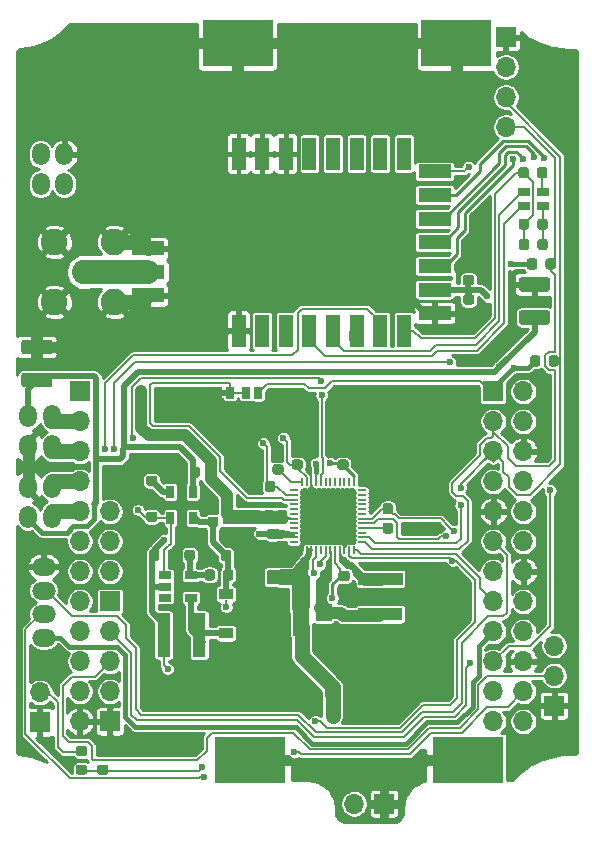
<source format=gtl>
G04 #@! TF.GenerationSoftware,KiCad,Pcbnew,5.1.10-88a1d61d58~88~ubuntu20.04.1*
G04 #@! TF.CreationDate,2021-05-10T20:01:03+02:00*
G04 #@! TF.ProjectId,WiRoc_NanoPi_v1,5769526f-635f-44e6-916e-6f50695f7631,rev?*
G04 #@! TF.SameCoordinates,Original*
G04 #@! TF.FileFunction,Copper,L1,Top*
G04 #@! TF.FilePolarity,Positive*
%FSLAX46Y46*%
G04 Gerber Fmt 4.6, Leading zero omitted, Abs format (unit mm)*
G04 Created by KiCad (PCBNEW 5.1.10-88a1d61d58~88~ubuntu20.04.1) date 2021-05-10 20:01:03*
%MOMM*%
%LPD*%
G01*
G04 APERTURE LIST*
G04 #@! TA.AperFunction,EtchedComponent*
%ADD10C,0.100000*%
G04 #@! TD*
G04 #@! TA.AperFunction,ComponentPad*
%ADD11C,0.600000*%
G04 #@! TD*
G04 #@! TA.AperFunction,SMDPad,CuDef*
%ADD12R,0.700000X1.000000*%
G04 #@! TD*
G04 #@! TA.AperFunction,SMDPad,CuDef*
%ADD13R,1.400000X1.400000*%
G04 #@! TD*
G04 #@! TA.AperFunction,SMDPad,CuDef*
%ADD14O,0.200000X0.700000*%
G04 #@! TD*
G04 #@! TA.AperFunction,SMDPad,CuDef*
%ADD15O,0.700000X0.200000*%
G04 #@! TD*
G04 #@! TA.AperFunction,SMDPad,CuDef*
%ADD16R,1.000000X0.720000*%
G04 #@! TD*
G04 #@! TA.AperFunction,ComponentPad*
%ADD17O,1.700000X1.700000*%
G04 #@! TD*
G04 #@! TA.AperFunction,ComponentPad*
%ADD18R,1.700000X1.700000*%
G04 #@! TD*
G04 #@! TA.AperFunction,SMDPad,CuDef*
%ADD19R,2.800000X1.200000*%
G04 #@! TD*
G04 #@! TA.AperFunction,SMDPad,CuDef*
%ADD20R,1.200000X2.800000*%
G04 #@! TD*
G04 #@! TA.AperFunction,ComponentPad*
%ADD21C,2.250000*%
G04 #@! TD*
G04 #@! TA.AperFunction,ComponentPad*
%ADD22C,2.050000*%
G04 #@! TD*
G04 #@! TA.AperFunction,ComponentPad*
%ADD23O,1.500000X1.900000*%
G04 #@! TD*
G04 #@! TA.AperFunction,SMDPad,CuDef*
%ADD24R,6.000000X4.000000*%
G04 #@! TD*
G04 #@! TA.AperFunction,SMDPad,CuDef*
%ADD25R,1.060000X0.650000*%
G04 #@! TD*
G04 #@! TA.AperFunction,SMDPad,CuDef*
%ADD26R,0.650000X1.060000*%
G04 #@! TD*
G04 #@! TA.AperFunction,SMDPad,CuDef*
%ADD27R,3.700000X1.100000*%
G04 #@! TD*
G04 #@! TA.AperFunction,SMDPad,CuDef*
%ADD28R,1.100000X3.700000*%
G04 #@! TD*
G04 #@! TA.AperFunction,SMDPad,CuDef*
%ADD29R,1.200000X0.900000*%
G04 #@! TD*
G04 #@! TA.AperFunction,ComponentPad*
%ADD30O,2.000000X1.500000*%
G04 #@! TD*
G04 #@! TA.AperFunction,ViaPad*
%ADD31C,0.400000*%
G04 #@! TD*
G04 #@! TA.AperFunction,ViaPad*
%ADD32C,0.600000*%
G04 #@! TD*
G04 #@! TA.AperFunction,Conductor*
%ADD33C,0.203200*%
G04 #@! TD*
G04 #@! TA.AperFunction,Conductor*
%ADD34C,0.508000*%
G04 #@! TD*
G04 #@! TA.AperFunction,Conductor*
%ADD35C,1.300000*%
G04 #@! TD*
G04 #@! TA.AperFunction,Conductor*
%ADD36C,0.254000*%
G04 #@! TD*
G04 #@! TA.AperFunction,Conductor*
%ADD37C,0.381000*%
G04 #@! TD*
G04 #@! TA.AperFunction,Conductor*
%ADD38C,1.000000*%
G04 #@! TD*
G04 #@! TA.AperFunction,Conductor*
%ADD39C,2.000000*%
G04 #@! TD*
G04 #@! TA.AperFunction,Conductor*
%ADD40C,0.100000*%
G04 #@! TD*
G04 #@! TA.AperFunction,Conductor*
%ADD41C,0.200000*%
G04 #@! TD*
G04 APERTURE END LIST*
D10*
G36*
X66090000Y-78610000D02*
G01*
X65590000Y-78610000D01*
X65590000Y-78110000D01*
X66090000Y-78110000D01*
X66090000Y-78610000D01*
G37*
D11*
X71240000Y-92620000D03*
X67090000Y-87580000D03*
X69080000Y-87870000D03*
D12*
X67680000Y-78370000D03*
X68680000Y-78370000D03*
X65340000Y-78360000D03*
X66340000Y-78360000D03*
D13*
X76020200Y-87426400D03*
X74620200Y-87426400D03*
X73220200Y-87426400D03*
X73220200Y-88826400D03*
X74620200Y-88826400D03*
X76020200Y-90226400D03*
X76020200Y-88826400D03*
X74620200Y-90226400D03*
X73220200Y-90226400D03*
D14*
X76820200Y-91726400D03*
X76420200Y-91726400D03*
X76020200Y-91726400D03*
X75620200Y-91726400D03*
X75220200Y-91726400D03*
X74820200Y-91726400D03*
X74420200Y-91726400D03*
X74020200Y-91726400D03*
X73620200Y-91726400D03*
X73220200Y-91726400D03*
X72820200Y-91726400D03*
X72420200Y-91726400D03*
D15*
X71720200Y-91026400D03*
X71720200Y-90626400D03*
X71720200Y-90226400D03*
X71720200Y-89826400D03*
X71720200Y-89426400D03*
X71720200Y-89026400D03*
X71720200Y-88626400D03*
X71720200Y-88226400D03*
X71720200Y-87826400D03*
X71720200Y-87426400D03*
X71720200Y-87026400D03*
X71720200Y-86626400D03*
D14*
X72420200Y-85926400D03*
X72820200Y-85926400D03*
X73220200Y-85926400D03*
X73620200Y-85926400D03*
X74020200Y-85926400D03*
X74420200Y-85926400D03*
X74820200Y-85926400D03*
X75220200Y-85926400D03*
X75620200Y-85926400D03*
X76020200Y-85926400D03*
X76420200Y-85926400D03*
X76820200Y-85926400D03*
D15*
X77520200Y-86626400D03*
X77520200Y-87026400D03*
X77520200Y-87426400D03*
X77520200Y-87826400D03*
X77520200Y-88226400D03*
X77520200Y-88626400D03*
X77520200Y-89026400D03*
X77520200Y-89426400D03*
X77520200Y-89826400D03*
X77520200Y-90226400D03*
X77520200Y-90626400D03*
X77520200Y-91026400D03*
D11*
X50520000Y-101390000D03*
X68870000Y-96530000D03*
X66480000Y-80670000D03*
X70140000Y-87870000D03*
X73280000Y-82830000D03*
X84780000Y-93740000D03*
X84610000Y-99160000D03*
X80640000Y-101650000D03*
X84430000Y-103580000D03*
X80330000Y-105550000D03*
X76770000Y-105680000D03*
X89600000Y-87150000D03*
X87700000Y-63300000D03*
X68830000Y-91950000D03*
X64050000Y-88560000D03*
X62200000Y-88010000D03*
X65250000Y-92930000D03*
X58450000Y-86460000D03*
X62010000Y-83970000D03*
X58350000Y-83900000D03*
X60530000Y-78500000D03*
X60280000Y-84530000D03*
X71660000Y-78650000D03*
X57740000Y-85110000D03*
X56950000Y-108200000D03*
X54850000Y-104700000D03*
X62950000Y-108000000D03*
X81750000Y-48400000D03*
X63250000Y-50300000D03*
X63250000Y-48400000D03*
X65450000Y-51500000D03*
X68650000Y-51500000D03*
X70650000Y-50200000D03*
X70650000Y-48200000D03*
X81750000Y-50300000D03*
X83050000Y-51500000D03*
X86250000Y-51500000D03*
X49850000Y-68900000D03*
X49850000Y-67300000D03*
X51450000Y-68200000D03*
X53250000Y-72300000D03*
X54850000Y-72300000D03*
X53250000Y-64000000D03*
X54050000Y-65600000D03*
X54050000Y-70700000D03*
X61850000Y-70300000D03*
X61850000Y-68900000D03*
X60150000Y-71700000D03*
X86150000Y-75700000D03*
X87250000Y-75700000D03*
X88150000Y-74900000D03*
X87250000Y-81600000D03*
X89950000Y-79800000D03*
X89550000Y-89725000D03*
X89950000Y-81925000D03*
X50275000Y-73050000D03*
X86750000Y-73150000D03*
X65600000Y-59800000D03*
X70900000Y-60600000D03*
X67050000Y-60600000D03*
X73000000Y-55850000D03*
X71050000Y-55850000D03*
X69050000Y-55850000D03*
X67150000Y-55850000D03*
X65650000Y-56400000D03*
X69110000Y-91100000D03*
X82550000Y-89900000D03*
X72050000Y-102400000D03*
X62300000Y-101630000D03*
X65725000Y-72100000D03*
X65725000Y-73975000D03*
X77040000Y-98580000D03*
X75740000Y-99830000D03*
X74180000Y-98360000D03*
X87550000Y-65950000D03*
X90020000Y-73330000D03*
X90110000Y-71050000D03*
X90140000Y-69460000D03*
X85270000Y-73040000D03*
X87620000Y-67920000D03*
X86410000Y-65940000D03*
X83570000Y-73020000D03*
D16*
X92802820Y-61355580D03*
X91202820Y-61355580D03*
X91202820Y-62535580D03*
X92802820Y-62535580D03*
D11*
X78800000Y-98580000D03*
X73150000Y-105100000D03*
D17*
X88620000Y-96045000D03*
X88620000Y-83345000D03*
X91160000Y-103665000D03*
X88620000Y-103665000D03*
X91160000Y-98585000D03*
X88620000Y-101125000D03*
X88620000Y-93505000D03*
X91160000Y-106205000D03*
X88620000Y-90965000D03*
X91160000Y-93505000D03*
X91160000Y-101125000D03*
X91160000Y-88425000D03*
X88620000Y-106205000D03*
X91160000Y-96045000D03*
X88620000Y-98585000D03*
X91160000Y-83345000D03*
X91160000Y-90965000D03*
X88620000Y-88425000D03*
D18*
X88620000Y-78265000D03*
D17*
X88620000Y-85885000D03*
X91160000Y-80805000D03*
X88620000Y-80805000D03*
X91160000Y-85885000D03*
X91160000Y-78265000D03*
X53610000Y-85885000D03*
X53610000Y-83345000D03*
X53610000Y-80805000D03*
D18*
X53610000Y-78265000D03*
D17*
X53610000Y-106205000D03*
X53610000Y-103665000D03*
X53610000Y-101125000D03*
X53610000Y-98585000D03*
X53610000Y-96045000D03*
X53610000Y-88425000D03*
X53610000Y-93505000D03*
X53610000Y-90965000D03*
X56150000Y-101125000D03*
X56150000Y-103665000D03*
X56150000Y-98585000D03*
D18*
X56150000Y-106205000D03*
X56150000Y-96045000D03*
D17*
X56150000Y-88425000D03*
X56150000Y-93505000D03*
X56150000Y-90965000D03*
D11*
X59750000Y-108300000D03*
X53456900Y-73308560D03*
X54850000Y-64000000D03*
X77020000Y-95760000D03*
X51050000Y-108000000D03*
X91998860Y-49325880D03*
X52344380Y-56016240D03*
X50150000Y-51600000D03*
X58450000Y-72100000D03*
X61850000Y-67500000D03*
X60150000Y-64600000D03*
X61850000Y-66000000D03*
X58450000Y-64100000D03*
X65220000Y-82460000D03*
X81150000Y-83575000D03*
X92405260Y-94865540D03*
X92344300Y-92317920D03*
X93779400Y-107570620D03*
X92156340Y-104908700D03*
X78550000Y-85800000D03*
X77050000Y-82900000D03*
X67310000Y-93660000D03*
X67470000Y-95970000D03*
X67470000Y-99370000D03*
X70790000Y-96660000D03*
X60530000Y-80250000D03*
X57600000Y-94650000D03*
X66600000Y-100630000D03*
X80830000Y-93050000D03*
X79160000Y-93050000D03*
X84700000Y-88050000D03*
X80350000Y-86800000D03*
X78650000Y-87300000D03*
X92750000Y-101070000D03*
X75854420Y-81520000D03*
X85630000Y-79310000D03*
X85000000Y-81790000D03*
X94150000Y-95300000D03*
X91160000Y-108820000D03*
X87340000Y-87060000D03*
X87470000Y-89720000D03*
D19*
X59350000Y-70135200D03*
X59350000Y-68135200D03*
X59350000Y-66135200D03*
D20*
X67050000Y-58135200D03*
X69050000Y-58135200D03*
X71050000Y-58135200D03*
X73050000Y-58135200D03*
X75050000Y-58135200D03*
X77050000Y-58135200D03*
X79050000Y-58135200D03*
X81050000Y-58135200D03*
D19*
X83650000Y-59635200D03*
X83650000Y-61635200D03*
X83650000Y-63635200D03*
X83650000Y-65635200D03*
X83650000Y-67635200D03*
X83650000Y-69635200D03*
X83650000Y-71635200D03*
D20*
X79050000Y-73135200D03*
X77050000Y-73135200D03*
X75050000Y-73135200D03*
X73050000Y-73135200D03*
X71050000Y-73135200D03*
X69050000Y-73135200D03*
X67050000Y-73135200D03*
X81050000Y-73135200D03*
D17*
X50210000Y-103750000D03*
D18*
X50210000Y-106290000D03*
D17*
X89678000Y-55880000D03*
X89678000Y-53340000D03*
X89678000Y-50800000D03*
D18*
X89678000Y-48260000D03*
D17*
X93766700Y-99790600D03*
X93766700Y-102330600D03*
D18*
X93766700Y-104870600D03*
D17*
X76840000Y-113170000D03*
D18*
X79380000Y-113170000D03*
D11*
X81048920Y-60743180D03*
X92950000Y-52800000D03*
X50193000Y-81642300D03*
X81360000Y-78350000D03*
D21*
X51460000Y-65602200D03*
X51460000Y-70682200D03*
X56540000Y-70682200D03*
X56540000Y-65602200D03*
D22*
X54000000Y-68142200D03*
D23*
X52290000Y-58180000D03*
X52290000Y-60720000D03*
X50290000Y-58180000D03*
X50290000Y-60720000D03*
D11*
X50231100Y-84677600D03*
D23*
X49250000Y-88881300D03*
X49250000Y-86341300D03*
X51250000Y-88881300D03*
X51250000Y-86341300D03*
X49250000Y-82899600D03*
X49250000Y-80359600D03*
X51250000Y-82899600D03*
X51250000Y-80359600D03*
D11*
X63830000Y-78360000D03*
X56250000Y-51700000D03*
X54089360Y-56100060D03*
X57450000Y-92450000D03*
X49240500Y-91332400D03*
X67050000Y-70950000D03*
X80914300Y-70532340D03*
X93950000Y-56300000D03*
X61840000Y-104900000D03*
X59400000Y-97730000D03*
X82550000Y-88100000D03*
X80700000Y-98560000D03*
X63970000Y-81260000D03*
X64200000Y-94830000D03*
X67470000Y-97570000D03*
X67040000Y-84460000D03*
X70300000Y-81300000D03*
X72450000Y-81300000D03*
X74800000Y-83530000D03*
X77650000Y-84900000D03*
X82050000Y-86800000D03*
X51661120Y-91367960D03*
X50256500Y-87611300D03*
X76020000Y-77970000D03*
X83940000Y-85490000D03*
X68600000Y-93290000D03*
X67830000Y-104860000D03*
X74226480Y-70011640D03*
X66600000Y-90120000D03*
X67640000Y-79930000D03*
X69000000Y-60600000D03*
X77622460Y-65330420D03*
X74135040Y-60588240D03*
X70096440Y-65515840D03*
X67630000Y-83340000D03*
D24*
X86480000Y-109474000D03*
X67980000Y-109474000D03*
X85480000Y-48768000D03*
X66980000Y-48768000D03*
D11*
X62230000Y-89960000D03*
X60600000Y-89910000D03*
X63900000Y-101630000D03*
X64370000Y-96000000D03*
X60000000Y-101640000D03*
X57800000Y-93550000D03*
X67080000Y-85630000D03*
X68810000Y-84780000D03*
X77890000Y-93050000D03*
X81980000Y-94420000D03*
X81970000Y-95970000D03*
X81980000Y-97460000D03*
X68640000Y-94430000D03*
X65120000Y-100610000D03*
X65800000Y-90170000D03*
D25*
X63029374Y-95737056D03*
X63029374Y-94787056D03*
X63029374Y-93837056D03*
X60829374Y-93837056D03*
X60829374Y-95737056D03*
X60829374Y-94787056D03*
D26*
X63180720Y-86770170D03*
X62230720Y-86770170D03*
X61280720Y-86770170D03*
X61280720Y-88970170D03*
X63180720Y-88970170D03*
D27*
X79050000Y-97130000D03*
X79050000Y-94130000D03*
D28*
X60720000Y-98890000D03*
X63720000Y-98890000D03*
G04 #@! TA.AperFunction,SMDPad,CuDef*
G36*
G01*
X69683750Y-89885000D02*
X70196250Y-89885000D01*
G75*
G02*
X70415000Y-90103750I0J-218750D01*
G01*
X70415000Y-90541250D01*
G75*
G02*
X70196250Y-90760000I-218750J0D01*
G01*
X69683750Y-90760000D01*
G75*
G02*
X69465000Y-90541250I0J218750D01*
G01*
X69465000Y-90103750D01*
G75*
G02*
X69683750Y-89885000I218750J0D01*
G01*
G37*
G04 #@! TD.AperFunction*
G04 #@! TA.AperFunction,SMDPad,CuDef*
G36*
G01*
X69683750Y-91460000D02*
X70196250Y-91460000D01*
G75*
G02*
X70415000Y-91678750I0J-218750D01*
G01*
X70415000Y-92116250D01*
G75*
G02*
X70196250Y-92335000I-218750J0D01*
G01*
X69683750Y-92335000D01*
G75*
G02*
X69465000Y-92116250I0J218750D01*
G01*
X69465000Y-91678750D01*
G75*
G02*
X69683750Y-91460000I218750J0D01*
G01*
G37*
G04 #@! TD.AperFunction*
G04 #@! TA.AperFunction,SMDPad,CuDef*
G36*
G01*
X67533750Y-89900000D02*
X68046250Y-89900000D01*
G75*
G02*
X68265000Y-90118750I0J-218750D01*
G01*
X68265000Y-90556250D01*
G75*
G02*
X68046250Y-90775000I-218750J0D01*
G01*
X67533750Y-90775000D01*
G75*
G02*
X67315000Y-90556250I0J218750D01*
G01*
X67315000Y-90118750D01*
G75*
G02*
X67533750Y-89900000I218750J0D01*
G01*
G37*
G04 #@! TD.AperFunction*
G04 #@! TA.AperFunction,SMDPad,CuDef*
G36*
G01*
X67533750Y-88325000D02*
X68046250Y-88325000D01*
G75*
G02*
X68265000Y-88543750I0J-218750D01*
G01*
X68265000Y-88981250D01*
G75*
G02*
X68046250Y-89200000I-218750J0D01*
G01*
X67533750Y-89200000D01*
G75*
G02*
X67315000Y-88981250I0J218750D01*
G01*
X67315000Y-88543750D01*
G75*
G02*
X67533750Y-88325000I218750J0D01*
G01*
G37*
G04 #@! TD.AperFunction*
G04 #@! TA.AperFunction,SMDPad,CuDef*
G36*
G01*
X70646250Y-83730000D02*
X70133750Y-83730000D01*
G75*
G02*
X69915000Y-83511250I0J218750D01*
G01*
X69915000Y-83073750D01*
G75*
G02*
X70133750Y-82855000I218750J0D01*
G01*
X70646250Y-82855000D01*
G75*
G02*
X70865000Y-83073750I0J-218750D01*
G01*
X70865000Y-83511250D01*
G75*
G02*
X70646250Y-83730000I-218750J0D01*
G01*
G37*
G04 #@! TD.AperFunction*
G04 #@! TA.AperFunction,SMDPad,CuDef*
G36*
G01*
X70646250Y-85305000D02*
X70133750Y-85305000D01*
G75*
G02*
X69915000Y-85086250I0J218750D01*
G01*
X69915000Y-84648750D01*
G75*
G02*
X70133750Y-84430000I218750J0D01*
G01*
X70646250Y-84430000D01*
G75*
G02*
X70865000Y-84648750I0J-218750D01*
G01*
X70865000Y-85086250D01*
G75*
G02*
X70646250Y-85305000I-218750J0D01*
G01*
G37*
G04 #@! TD.AperFunction*
G04 #@! TA.AperFunction,SMDPad,CuDef*
G36*
G01*
X55293750Y-108275000D02*
X55806250Y-108275000D01*
G75*
G02*
X56025000Y-108493750I0J-218750D01*
G01*
X56025000Y-108931250D01*
G75*
G02*
X55806250Y-109150000I-218750J0D01*
G01*
X55293750Y-109150000D01*
G75*
G02*
X55075000Y-108931250I0J218750D01*
G01*
X55075000Y-108493750D01*
G75*
G02*
X55293750Y-108275000I218750J0D01*
G01*
G37*
G04 #@! TD.AperFunction*
G04 #@! TA.AperFunction,SMDPad,CuDef*
G36*
G01*
X55293750Y-109850000D02*
X55806250Y-109850000D01*
G75*
G02*
X56025000Y-110068750I0J-218750D01*
G01*
X56025000Y-110506250D01*
G75*
G02*
X55806250Y-110725000I-218750J0D01*
G01*
X55293750Y-110725000D01*
G75*
G02*
X55075000Y-110506250I0J218750D01*
G01*
X55075000Y-110068750D01*
G75*
G02*
X55293750Y-109850000I218750J0D01*
G01*
G37*
G04 #@! TD.AperFunction*
G04 #@! TA.AperFunction,SMDPad,CuDef*
G36*
G01*
X76246250Y-95895000D02*
X75733750Y-95895000D01*
G75*
G02*
X75515000Y-95676250I0J218750D01*
G01*
X75515000Y-95238750D01*
G75*
G02*
X75733750Y-95020000I218750J0D01*
G01*
X76246250Y-95020000D01*
G75*
G02*
X76465000Y-95238750I0J-218750D01*
G01*
X76465000Y-95676250D01*
G75*
G02*
X76246250Y-95895000I-218750J0D01*
G01*
G37*
G04 #@! TD.AperFunction*
G04 #@! TA.AperFunction,SMDPad,CuDef*
G36*
G01*
X76246250Y-94320000D02*
X75733750Y-94320000D01*
G75*
G02*
X75515000Y-94101250I0J218750D01*
G01*
X75515000Y-93663750D01*
G75*
G02*
X75733750Y-93445000I218750J0D01*
G01*
X76246250Y-93445000D01*
G75*
G02*
X76465000Y-93663750I0J-218750D01*
G01*
X76465000Y-94101250D01*
G75*
G02*
X76246250Y-94320000I-218750J0D01*
G01*
G37*
G04 #@! TD.AperFunction*
G04 #@! TA.AperFunction,SMDPad,CuDef*
G36*
G01*
X71975000Y-96816250D02*
X71975000Y-96303750D01*
G75*
G02*
X72193750Y-96085000I218750J0D01*
G01*
X72631250Y-96085000D01*
G75*
G02*
X72850000Y-96303750I0J-218750D01*
G01*
X72850000Y-96816250D01*
G75*
G02*
X72631250Y-97035000I-218750J0D01*
G01*
X72193750Y-97035000D01*
G75*
G02*
X71975000Y-96816250I0J218750D01*
G01*
G37*
G04 #@! TD.AperFunction*
G04 #@! TA.AperFunction,SMDPad,CuDef*
G36*
G01*
X73550000Y-96816250D02*
X73550000Y-96303750D01*
G75*
G02*
X73768750Y-96085000I218750J0D01*
G01*
X74206250Y-96085000D01*
G75*
G02*
X74425000Y-96303750I0J-218750D01*
G01*
X74425000Y-96816250D01*
G75*
G02*
X74206250Y-97035000I-218750J0D01*
G01*
X73768750Y-97035000D01*
G75*
G02*
X73550000Y-96816250I0J218750D01*
G01*
G37*
G04 #@! TD.AperFunction*
G04 #@! TA.AperFunction,SMDPad,CuDef*
G36*
G01*
X70376250Y-94500000D02*
X69863750Y-94500000D01*
G75*
G02*
X69645000Y-94281250I0J218750D01*
G01*
X69645000Y-93843750D01*
G75*
G02*
X69863750Y-93625000I218750J0D01*
G01*
X70376250Y-93625000D01*
G75*
G02*
X70595000Y-93843750I0J-218750D01*
G01*
X70595000Y-94281250D01*
G75*
G02*
X70376250Y-94500000I-218750J0D01*
G01*
G37*
G04 #@! TD.AperFunction*
G04 #@! TA.AperFunction,SMDPad,CuDef*
G36*
G01*
X70376250Y-96075000D02*
X69863750Y-96075000D01*
G75*
G02*
X69645000Y-95856250I0J218750D01*
G01*
X69645000Y-95418750D01*
G75*
G02*
X69863750Y-95200000I218750J0D01*
G01*
X70376250Y-95200000D01*
G75*
G02*
X70595000Y-95418750I0J-218750D01*
G01*
X70595000Y-95856250D01*
G75*
G02*
X70376250Y-96075000I-218750J0D01*
G01*
G37*
G04 #@! TD.AperFunction*
G04 #@! TA.AperFunction,SMDPad,CuDef*
G36*
G01*
X75916250Y-97430000D02*
X75403750Y-97430000D01*
G75*
G02*
X75185000Y-97211250I0J218750D01*
G01*
X75185000Y-96773750D01*
G75*
G02*
X75403750Y-96555000I218750J0D01*
G01*
X75916250Y-96555000D01*
G75*
G02*
X76135000Y-96773750I0J-218750D01*
G01*
X76135000Y-97211250D01*
G75*
G02*
X75916250Y-97430000I-218750J0D01*
G01*
G37*
G04 #@! TD.AperFunction*
G04 #@! TA.AperFunction,SMDPad,CuDef*
G36*
G01*
X75916250Y-99005000D02*
X75403750Y-99005000D01*
G75*
G02*
X75185000Y-98786250I0J218750D01*
G01*
X75185000Y-98348750D01*
G75*
G02*
X75403750Y-98130000I218750J0D01*
G01*
X75916250Y-98130000D01*
G75*
G02*
X76135000Y-98348750I0J-218750D01*
G01*
X76135000Y-98786250D01*
G75*
G02*
X75916250Y-99005000I-218750J0D01*
G01*
G37*
G04 #@! TD.AperFunction*
G04 #@! TA.AperFunction,SMDPad,CuDef*
G36*
G01*
X61050000Y-92386250D02*
X61050000Y-91873750D01*
G75*
G02*
X61268750Y-91655000I218750J0D01*
G01*
X61706250Y-91655000D01*
G75*
G02*
X61925000Y-91873750I0J-218750D01*
G01*
X61925000Y-92386250D01*
G75*
G02*
X61706250Y-92605000I-218750J0D01*
G01*
X61268750Y-92605000D01*
G75*
G02*
X61050000Y-92386250I0J218750D01*
G01*
G37*
G04 #@! TD.AperFunction*
G04 #@! TA.AperFunction,SMDPad,CuDef*
G36*
G01*
X59475000Y-92386250D02*
X59475000Y-91873750D01*
G75*
G02*
X59693750Y-91655000I218750J0D01*
G01*
X60131250Y-91655000D01*
G75*
G02*
X60350000Y-91873750I0J-218750D01*
G01*
X60350000Y-92386250D01*
G75*
G02*
X60131250Y-92605000I-218750J0D01*
G01*
X59693750Y-92605000D01*
G75*
G02*
X59475000Y-92386250I0J218750D01*
G01*
G37*
G04 #@! TD.AperFunction*
G04 #@! TA.AperFunction,SMDPad,CuDef*
G36*
G01*
X65525000Y-92386250D02*
X65525000Y-91873750D01*
G75*
G02*
X65743750Y-91655000I218750J0D01*
G01*
X66181250Y-91655000D01*
G75*
G02*
X66400000Y-91873750I0J-218750D01*
G01*
X66400000Y-92386250D01*
G75*
G02*
X66181250Y-92605000I-218750J0D01*
G01*
X65743750Y-92605000D01*
G75*
G02*
X65525000Y-92386250I0J218750D01*
G01*
G37*
G04 #@! TD.AperFunction*
G04 #@! TA.AperFunction,SMDPad,CuDef*
G36*
G01*
X67100000Y-92386250D02*
X67100000Y-91873750D01*
G75*
G02*
X67318750Y-91655000I218750J0D01*
G01*
X67756250Y-91655000D01*
G75*
G02*
X67975000Y-91873750I0J-218750D01*
G01*
X67975000Y-92386250D01*
G75*
G02*
X67756250Y-92605000I-218750J0D01*
G01*
X67318750Y-92605000D01*
G75*
G02*
X67100000Y-92386250I0J218750D01*
G01*
G37*
G04 #@! TD.AperFunction*
G04 #@! TA.AperFunction,SMDPad,CuDef*
G36*
G01*
X63785000Y-84853750D02*
X63785000Y-85366250D01*
G75*
G02*
X63566250Y-85585000I-218750J0D01*
G01*
X63128750Y-85585000D01*
G75*
G02*
X62910000Y-85366250I0J218750D01*
G01*
X62910000Y-84853750D01*
G75*
G02*
X63128750Y-84635000I218750J0D01*
G01*
X63566250Y-84635000D01*
G75*
G02*
X63785000Y-84853750I0J-218750D01*
G01*
G37*
G04 #@! TD.AperFunction*
G04 #@! TA.AperFunction,SMDPad,CuDef*
G36*
G01*
X62210000Y-84853750D02*
X62210000Y-85366250D01*
G75*
G02*
X61991250Y-85585000I-218750J0D01*
G01*
X61553750Y-85585000D01*
G75*
G02*
X61335000Y-85366250I0J218750D01*
G01*
X61335000Y-84853750D01*
G75*
G02*
X61553750Y-84635000I218750J0D01*
G01*
X61991250Y-84635000D01*
G75*
G02*
X62210000Y-84853750I0J-218750D01*
G01*
G37*
G04 #@! TD.AperFunction*
D29*
X65980000Y-95440000D03*
X65980000Y-98740000D03*
G04 #@! TA.AperFunction,SMDPad,CuDef*
G36*
G01*
X80121700Y-87944150D02*
X80121700Y-88456650D01*
G75*
G02*
X79902950Y-88675400I-218750J0D01*
G01*
X79465450Y-88675400D01*
G75*
G02*
X79246700Y-88456650I0J218750D01*
G01*
X79246700Y-87944150D01*
G75*
G02*
X79465450Y-87725400I218750J0D01*
G01*
X79902950Y-87725400D01*
G75*
G02*
X80121700Y-87944150I0J-218750D01*
G01*
G37*
G04 #@! TD.AperFunction*
G04 #@! TA.AperFunction,SMDPad,CuDef*
G36*
G01*
X81696700Y-87944150D02*
X81696700Y-88456650D01*
G75*
G02*
X81477950Y-88675400I-218750J0D01*
G01*
X81040450Y-88675400D01*
G75*
G02*
X80821700Y-88456650I0J218750D01*
G01*
X80821700Y-87944150D01*
G75*
G02*
X81040450Y-87725400I218750J0D01*
G01*
X81477950Y-87725400D01*
G75*
G02*
X81696700Y-87944150I0J-218750D01*
G01*
G37*
G04 #@! TD.AperFunction*
G04 #@! TA.AperFunction,SMDPad,CuDef*
G36*
G01*
X71763750Y-82445000D02*
X72276250Y-82445000D01*
G75*
G02*
X72495000Y-82663750I0J-218750D01*
G01*
X72495000Y-83101250D01*
G75*
G02*
X72276250Y-83320000I-218750J0D01*
G01*
X71763750Y-83320000D01*
G75*
G02*
X71545000Y-83101250I0J218750D01*
G01*
X71545000Y-82663750D01*
G75*
G02*
X71763750Y-82445000I218750J0D01*
G01*
G37*
G04 #@! TD.AperFunction*
G04 #@! TA.AperFunction,SMDPad,CuDef*
G36*
G01*
X71763750Y-84020000D02*
X72276250Y-84020000D01*
G75*
G02*
X72495000Y-84238750I0J-218750D01*
G01*
X72495000Y-84676250D01*
G75*
G02*
X72276250Y-84895000I-218750J0D01*
G01*
X71763750Y-84895000D01*
G75*
G02*
X71545000Y-84676250I0J218750D01*
G01*
X71545000Y-84238750D01*
G75*
G02*
X71763750Y-84020000I218750J0D01*
G01*
G37*
G04 #@! TD.AperFunction*
G04 #@! TA.AperFunction,SMDPad,CuDef*
G36*
G01*
X80133700Y-89583650D02*
X80133700Y-90096150D01*
G75*
G02*
X79914950Y-90314900I-218750J0D01*
G01*
X79477450Y-90314900D01*
G75*
G02*
X79258700Y-90096150I0J218750D01*
G01*
X79258700Y-89583650D01*
G75*
G02*
X79477450Y-89364900I218750J0D01*
G01*
X79914950Y-89364900D01*
G75*
G02*
X80133700Y-89583650I0J-218750D01*
G01*
G37*
G04 #@! TD.AperFunction*
G04 #@! TA.AperFunction,SMDPad,CuDef*
G36*
G01*
X81708700Y-89583650D02*
X81708700Y-90096150D01*
G75*
G02*
X81489950Y-90314900I-218750J0D01*
G01*
X81052450Y-90314900D01*
G75*
G02*
X80833700Y-90096150I0J218750D01*
G01*
X80833700Y-89583650D01*
G75*
G02*
X81052450Y-89364900I218750J0D01*
G01*
X81489950Y-89364900D01*
G75*
G02*
X81708700Y-89583650I0J-218750D01*
G01*
G37*
G04 #@! TD.AperFunction*
G04 #@! TA.AperFunction,SMDPad,CuDef*
G36*
G01*
X53493750Y-109850000D02*
X54006250Y-109850000D01*
G75*
G02*
X54225000Y-110068750I0J-218750D01*
G01*
X54225000Y-110506250D01*
G75*
G02*
X54006250Y-110725000I-218750J0D01*
G01*
X53493750Y-110725000D01*
G75*
G02*
X53275000Y-110506250I0J218750D01*
G01*
X53275000Y-110068750D01*
G75*
G02*
X53493750Y-109850000I218750J0D01*
G01*
G37*
G04 #@! TD.AperFunction*
G04 #@! TA.AperFunction,SMDPad,CuDef*
G36*
G01*
X53493750Y-108275000D02*
X54006250Y-108275000D01*
G75*
G02*
X54225000Y-108493750I0J-218750D01*
G01*
X54225000Y-108931250D01*
G75*
G02*
X54006250Y-109150000I-218750J0D01*
G01*
X53493750Y-109150000D01*
G75*
G02*
X53275000Y-108931250I0J218750D01*
G01*
X53275000Y-108493750D01*
G75*
G02*
X53493750Y-108275000I218750J0D01*
G01*
G37*
G04 #@! TD.AperFunction*
G04 #@! TA.AperFunction,SMDPad,CuDef*
G36*
G01*
X74615000Y-94283750D02*
X74615000Y-95196250D01*
G75*
G02*
X74371250Y-95440000I-243750J0D01*
G01*
X73883750Y-95440000D01*
G75*
G02*
X73640000Y-95196250I0J243750D01*
G01*
X73640000Y-94283750D01*
G75*
G02*
X73883750Y-94040000I243750J0D01*
G01*
X74371250Y-94040000D01*
G75*
G02*
X74615000Y-94283750I0J-243750D01*
G01*
G37*
G04 #@! TD.AperFunction*
G04 #@! TA.AperFunction,SMDPad,CuDef*
G36*
G01*
X72740000Y-94283750D02*
X72740000Y-95196250D01*
G75*
G02*
X72496250Y-95440000I-243750J0D01*
G01*
X72008750Y-95440000D01*
G75*
G02*
X71765000Y-95196250I0J243750D01*
G01*
X71765000Y-94283750D01*
G75*
G02*
X72008750Y-94040000I243750J0D01*
G01*
X72496250Y-94040000D01*
G75*
G02*
X72740000Y-94283750I0J-243750D01*
G01*
G37*
G04 #@! TD.AperFunction*
G04 #@! TA.AperFunction,SMDPad,CuDef*
G36*
G01*
X65743020Y-94057620D02*
X65743020Y-93545120D01*
G75*
G02*
X65961770Y-93326370I218750J0D01*
G01*
X66399270Y-93326370D01*
G75*
G02*
X66618020Y-93545120I0J-218750D01*
G01*
X66618020Y-94057620D01*
G75*
G02*
X66399270Y-94276370I-218750J0D01*
G01*
X65961770Y-94276370D01*
G75*
G02*
X65743020Y-94057620I0J218750D01*
G01*
G37*
G04 #@! TD.AperFunction*
G04 #@! TA.AperFunction,SMDPad,CuDef*
G36*
G01*
X64168020Y-94057620D02*
X64168020Y-93545120D01*
G75*
G02*
X64386770Y-93326370I218750J0D01*
G01*
X64824270Y-93326370D01*
G75*
G02*
X65043020Y-93545120I0J-218750D01*
G01*
X65043020Y-94057620D01*
G75*
G02*
X64824270Y-94276370I-218750J0D01*
G01*
X64386770Y-94276370D01*
G75*
G02*
X64168020Y-94057620I0J218750D01*
G01*
G37*
G04 #@! TD.AperFunction*
G04 #@! TA.AperFunction,SMDPad,CuDef*
G36*
G01*
X64925000Y-91873750D02*
X64925000Y-92386250D01*
G75*
G02*
X64706250Y-92605000I-218750J0D01*
G01*
X64268750Y-92605000D01*
G75*
G02*
X64050000Y-92386250I0J218750D01*
G01*
X64050000Y-91873750D01*
G75*
G02*
X64268750Y-91655000I218750J0D01*
G01*
X64706250Y-91655000D01*
G75*
G02*
X64925000Y-91873750I0J-218750D01*
G01*
G37*
G04 #@! TD.AperFunction*
G04 #@! TA.AperFunction,SMDPad,CuDef*
G36*
G01*
X63350000Y-91873750D02*
X63350000Y-92386250D01*
G75*
G02*
X63131250Y-92605000I-218750J0D01*
G01*
X62693750Y-92605000D01*
G75*
G02*
X62475000Y-92386250I0J218750D01*
G01*
X62475000Y-91873750D01*
G75*
G02*
X62693750Y-91655000I218750J0D01*
G01*
X63131250Y-91655000D01*
G75*
G02*
X63350000Y-91873750I0J-218750D01*
G01*
G37*
G04 #@! TD.AperFunction*
G04 #@! TA.AperFunction,SMDPad,CuDef*
G36*
G01*
X59956250Y-87835000D02*
X59443750Y-87835000D01*
G75*
G02*
X59225000Y-87616250I0J218750D01*
G01*
X59225000Y-87178750D01*
G75*
G02*
X59443750Y-86960000I218750J0D01*
G01*
X59956250Y-86960000D01*
G75*
G02*
X60175000Y-87178750I0J-218750D01*
G01*
X60175000Y-87616250D01*
G75*
G02*
X59956250Y-87835000I-218750J0D01*
G01*
G37*
G04 #@! TD.AperFunction*
G04 #@! TA.AperFunction,SMDPad,CuDef*
G36*
G01*
X59956250Y-86260000D02*
X59443750Y-86260000D01*
G75*
G02*
X59225000Y-86041250I0J218750D01*
G01*
X59225000Y-85603750D01*
G75*
G02*
X59443750Y-85385000I218750J0D01*
G01*
X59956250Y-85385000D01*
G75*
G02*
X60175000Y-85603750I0J-218750D01*
G01*
X60175000Y-86041250D01*
G75*
G02*
X59956250Y-86260000I-218750J0D01*
G01*
G37*
G04 #@! TD.AperFunction*
G04 #@! TA.AperFunction,SMDPad,CuDef*
G36*
G01*
X59956250Y-90885000D02*
X59443750Y-90885000D01*
G75*
G02*
X59225000Y-90666250I0J218750D01*
G01*
X59225000Y-90228750D01*
G75*
G02*
X59443750Y-90010000I218750J0D01*
G01*
X59956250Y-90010000D01*
G75*
G02*
X60175000Y-90228750I0J-218750D01*
G01*
X60175000Y-90666250D01*
G75*
G02*
X59956250Y-90885000I-218750J0D01*
G01*
G37*
G04 #@! TD.AperFunction*
G04 #@! TA.AperFunction,SMDPad,CuDef*
G36*
G01*
X59956250Y-89310000D02*
X59443750Y-89310000D01*
G75*
G02*
X59225000Y-89091250I0J218750D01*
G01*
X59225000Y-88653750D01*
G75*
G02*
X59443750Y-88435000I218750J0D01*
G01*
X59956250Y-88435000D01*
G75*
G02*
X60175000Y-88653750I0J-218750D01*
G01*
X60175000Y-89091250D01*
G75*
G02*
X59956250Y-89310000I-218750J0D01*
G01*
G37*
G04 #@! TD.AperFunction*
G04 #@! TA.AperFunction,SMDPad,CuDef*
G36*
G01*
X93915000Y-67213750D02*
X93915000Y-67726250D01*
G75*
G02*
X93696250Y-67945000I-218750J0D01*
G01*
X93258750Y-67945000D01*
G75*
G02*
X93040000Y-67726250I0J218750D01*
G01*
X93040000Y-67213750D01*
G75*
G02*
X93258750Y-66995000I218750J0D01*
G01*
X93696250Y-66995000D01*
G75*
G02*
X93915000Y-67213750I0J-218750D01*
G01*
G37*
G04 #@! TD.AperFunction*
G04 #@! TA.AperFunction,SMDPad,CuDef*
G36*
G01*
X92340000Y-67213750D02*
X92340000Y-67726250D01*
G75*
G02*
X92121250Y-67945000I-218750J0D01*
G01*
X91683750Y-67945000D01*
G75*
G02*
X91465000Y-67726250I0J218750D01*
G01*
X91465000Y-67213750D01*
G75*
G02*
X91683750Y-66995000I218750J0D01*
G01*
X92121250Y-66995000D01*
G75*
G02*
X92340000Y-67213750I0J-218750D01*
G01*
G37*
G04 #@! TD.AperFunction*
G04 #@! TA.AperFunction,SMDPad,CuDef*
G36*
G01*
X94175000Y-75423750D02*
X94175000Y-75936250D01*
G75*
G02*
X93956250Y-76155000I-218750J0D01*
G01*
X93518750Y-76155000D01*
G75*
G02*
X93300000Y-75936250I0J218750D01*
G01*
X93300000Y-75423750D01*
G75*
G02*
X93518750Y-75205000I218750J0D01*
G01*
X93956250Y-75205000D01*
G75*
G02*
X94175000Y-75423750I0J-218750D01*
G01*
G37*
G04 #@! TD.AperFunction*
G04 #@! TA.AperFunction,SMDPad,CuDef*
G36*
G01*
X92600000Y-75423750D02*
X92600000Y-75936250D01*
G75*
G02*
X92381250Y-76155000I-218750J0D01*
G01*
X91943750Y-76155000D01*
G75*
G02*
X91725000Y-75936250I0J218750D01*
G01*
X91725000Y-75423750D01*
G75*
G02*
X91943750Y-75205000I218750J0D01*
G01*
X92381250Y-75205000D01*
G75*
G02*
X92600000Y-75423750I0J-218750D01*
G01*
G37*
G04 #@! TD.AperFunction*
G04 #@! TA.AperFunction,SMDPad,CuDef*
G36*
G01*
X93192260Y-59487150D02*
X93192260Y-59999650D01*
G75*
G02*
X92973510Y-60218400I-218750J0D01*
G01*
X92536010Y-60218400D01*
G75*
G02*
X92317260Y-59999650I0J218750D01*
G01*
X92317260Y-59487150D01*
G75*
G02*
X92536010Y-59268400I218750J0D01*
G01*
X92973510Y-59268400D01*
G75*
G02*
X93192260Y-59487150I0J-218750D01*
G01*
G37*
G04 #@! TD.AperFunction*
G04 #@! TA.AperFunction,SMDPad,CuDef*
G36*
G01*
X91617260Y-59487150D02*
X91617260Y-59999650D01*
G75*
G02*
X91398510Y-60218400I-218750J0D01*
G01*
X90961010Y-60218400D01*
G75*
G02*
X90742260Y-59999650I0J218750D01*
G01*
X90742260Y-59487150D01*
G75*
G02*
X90961010Y-59268400I218750J0D01*
G01*
X91398510Y-59268400D01*
G75*
G02*
X91617260Y-59487150I0J-218750D01*
G01*
G37*
G04 #@! TD.AperFunction*
G04 #@! TA.AperFunction,SMDPad,CuDef*
G36*
G01*
X91657900Y-65565370D02*
X91657900Y-66077870D01*
G75*
G02*
X91439150Y-66296620I-218750J0D01*
G01*
X91001650Y-66296620D01*
G75*
G02*
X90782900Y-66077870I0J218750D01*
G01*
X90782900Y-65565370D01*
G75*
G02*
X91001650Y-65346620I218750J0D01*
G01*
X91439150Y-65346620D01*
G75*
G02*
X91657900Y-65565370I0J-218750D01*
G01*
G37*
G04 #@! TD.AperFunction*
G04 #@! TA.AperFunction,SMDPad,CuDef*
G36*
G01*
X93232900Y-65565370D02*
X93232900Y-66077870D01*
G75*
G02*
X93014150Y-66296620I-218750J0D01*
G01*
X92576650Y-66296620D01*
G75*
G02*
X92357900Y-66077870I0J218750D01*
G01*
X92357900Y-65565370D01*
G75*
G02*
X92576650Y-65346620I218750J0D01*
G01*
X93014150Y-65346620D01*
G75*
G02*
X93232900Y-65565370I0J-218750D01*
G01*
G37*
G04 #@! TD.AperFunction*
G04 #@! TA.AperFunction,SMDPad,CuDef*
G36*
G01*
X48900000Y-73875000D02*
X51050000Y-73875000D01*
G75*
G02*
X51300000Y-74125000I0J-250000D01*
G01*
X51300000Y-74875000D01*
G75*
G02*
X51050000Y-75125000I-250000J0D01*
G01*
X48900000Y-75125000D01*
G75*
G02*
X48650000Y-74875000I0J250000D01*
G01*
X48650000Y-74125000D01*
G75*
G02*
X48900000Y-73875000I250000J0D01*
G01*
G37*
G04 #@! TD.AperFunction*
G04 #@! TA.AperFunction,SMDPad,CuDef*
G36*
G01*
X48900000Y-76675000D02*
X51050000Y-76675000D01*
G75*
G02*
X51300000Y-76925000I0J-250000D01*
G01*
X51300000Y-77675000D01*
G75*
G02*
X51050000Y-77925000I-250000J0D01*
G01*
X48900000Y-77925000D01*
G75*
G02*
X48650000Y-77675000I0J250000D01*
G01*
X48650000Y-76925000D01*
G75*
G02*
X48900000Y-76675000I250000J0D01*
G01*
G37*
G04 #@! TD.AperFunction*
G04 #@! TA.AperFunction,SMDPad,CuDef*
G36*
G01*
X76146250Y-84895000D02*
X75633750Y-84895000D01*
G75*
G02*
X75415000Y-84676250I0J218750D01*
G01*
X75415000Y-84238750D01*
G75*
G02*
X75633750Y-84020000I218750J0D01*
G01*
X76146250Y-84020000D01*
G75*
G02*
X76365000Y-84238750I0J-218750D01*
G01*
X76365000Y-84676250D01*
G75*
G02*
X76146250Y-84895000I-218750J0D01*
G01*
G37*
G04 #@! TD.AperFunction*
G04 #@! TA.AperFunction,SMDPad,CuDef*
G36*
G01*
X76146250Y-83320000D02*
X75633750Y-83320000D01*
G75*
G02*
X75415000Y-83101250I0J218750D01*
G01*
X75415000Y-82663750D01*
G75*
G02*
X75633750Y-82445000I218750J0D01*
G01*
X76146250Y-82445000D01*
G75*
G02*
X76365000Y-82663750I0J-218750D01*
G01*
X76365000Y-83101250D01*
G75*
G02*
X76146250Y-83320000I-218750J0D01*
G01*
G37*
G04 #@! TD.AperFunction*
G04 #@! TA.AperFunction,SMDPad,CuDef*
G36*
G01*
X68580000Y-86063750D02*
X68580000Y-86576250D01*
G75*
G02*
X68361250Y-86795000I-218750J0D01*
G01*
X67923750Y-86795000D01*
G75*
G02*
X67705000Y-86576250I0J218750D01*
G01*
X67705000Y-86063750D01*
G75*
G02*
X67923750Y-85845000I218750J0D01*
G01*
X68361250Y-85845000D01*
G75*
G02*
X68580000Y-86063750I0J-218750D01*
G01*
G37*
G04 #@! TD.AperFunction*
G04 #@! TA.AperFunction,SMDPad,CuDef*
G36*
G01*
X70155000Y-86063750D02*
X70155000Y-86576250D01*
G75*
G02*
X69936250Y-86795000I-218750J0D01*
G01*
X69498750Y-86795000D01*
G75*
G02*
X69280000Y-86576250I0J218750D01*
G01*
X69280000Y-86063750D01*
G75*
G02*
X69498750Y-85845000I218750J0D01*
G01*
X69936250Y-85845000D01*
G75*
G02*
X70155000Y-86063750I0J-218750D01*
G01*
G37*
G04 #@! TD.AperFunction*
G04 #@! TA.AperFunction,SMDPad,CuDef*
G36*
G01*
X75225000Y-103453750D02*
X75225000Y-103966250D01*
G75*
G02*
X75006250Y-104185000I-218750J0D01*
G01*
X74568750Y-104185000D01*
G75*
G02*
X74350000Y-103966250I0J218750D01*
G01*
X74350000Y-103453750D01*
G75*
G02*
X74568750Y-103235000I218750J0D01*
G01*
X75006250Y-103235000D01*
G75*
G02*
X75225000Y-103453750I0J-218750D01*
G01*
G37*
G04 #@! TD.AperFunction*
G04 #@! TA.AperFunction,SMDPad,CuDef*
G36*
G01*
X73650000Y-103453750D02*
X73650000Y-103966250D01*
G75*
G02*
X73431250Y-104185000I-218750J0D01*
G01*
X72993750Y-104185000D01*
G75*
G02*
X72775000Y-103966250I0J218750D01*
G01*
X72775000Y-103453750D01*
G75*
G02*
X72993750Y-103235000I218750J0D01*
G01*
X73431250Y-103235000D01*
G75*
G02*
X73650000Y-103453750I0J-218750D01*
G01*
G37*
G04 #@! TD.AperFunction*
D30*
X50561300Y-95117000D03*
X50561300Y-97117000D03*
X50561300Y-93117000D03*
X50561300Y-99117000D03*
G04 #@! TA.AperFunction,SMDPad,CuDef*
G36*
G01*
X86766250Y-69275000D02*
X86253750Y-69275000D01*
G75*
G02*
X86035000Y-69056250I0J218750D01*
G01*
X86035000Y-68618750D01*
G75*
G02*
X86253750Y-68400000I218750J0D01*
G01*
X86766250Y-68400000D01*
G75*
G02*
X86985000Y-68618750I0J-218750D01*
G01*
X86985000Y-69056250D01*
G75*
G02*
X86766250Y-69275000I-218750J0D01*
G01*
G37*
G04 #@! TD.AperFunction*
G04 #@! TA.AperFunction,SMDPad,CuDef*
G36*
G01*
X86766250Y-67700000D02*
X86253750Y-67700000D01*
G75*
G02*
X86035000Y-67481250I0J218750D01*
G01*
X86035000Y-67043750D01*
G75*
G02*
X86253750Y-66825000I218750J0D01*
G01*
X86766250Y-66825000D01*
G75*
G02*
X86985000Y-67043750I0J-218750D01*
G01*
X86985000Y-67481250D01*
G75*
G02*
X86766250Y-67700000I-218750J0D01*
G01*
G37*
G04 #@! TD.AperFunction*
G04 #@! TA.AperFunction,SMDPad,CuDef*
G36*
G01*
X91035000Y-68575000D02*
X93185000Y-68575000D01*
G75*
G02*
X93435000Y-68825000I0J-250000D01*
G01*
X93435000Y-69575000D01*
G75*
G02*
X93185000Y-69825000I-250000J0D01*
G01*
X91035000Y-69825000D01*
G75*
G02*
X90785000Y-69575000I0J250000D01*
G01*
X90785000Y-68825000D01*
G75*
G02*
X91035000Y-68575000I250000J0D01*
G01*
G37*
G04 #@! TD.AperFunction*
G04 #@! TA.AperFunction,SMDPad,CuDef*
G36*
G01*
X91035000Y-71375000D02*
X93185000Y-71375000D01*
G75*
G02*
X93435000Y-71625000I0J-250000D01*
G01*
X93435000Y-72375000D01*
G75*
G02*
X93185000Y-72625000I-250000J0D01*
G01*
X91035000Y-72625000D01*
G75*
G02*
X90785000Y-72375000I0J250000D01*
G01*
X90785000Y-71625000D01*
G75*
G02*
X91035000Y-71375000I250000J0D01*
G01*
G37*
G04 #@! TD.AperFunction*
G04 #@! TA.AperFunction,SMDPad,CuDef*
G36*
G01*
X86273750Y-70045000D02*
X86786250Y-70045000D01*
G75*
G02*
X87005000Y-70263750I0J-218750D01*
G01*
X87005000Y-70701250D01*
G75*
G02*
X86786250Y-70920000I-218750J0D01*
G01*
X86273750Y-70920000D01*
G75*
G02*
X86055000Y-70701250I0J218750D01*
G01*
X86055000Y-70263750D01*
G75*
G02*
X86273750Y-70045000I218750J0D01*
G01*
G37*
G04 #@! TD.AperFunction*
G04 #@! TA.AperFunction,SMDPad,CuDef*
G36*
G01*
X86273750Y-71620000D02*
X86786250Y-71620000D01*
G75*
G02*
X87005000Y-71838750I0J-218750D01*
G01*
X87005000Y-72276250D01*
G75*
G02*
X86786250Y-72495000I-218750J0D01*
G01*
X86273750Y-72495000D01*
G75*
G02*
X86055000Y-72276250I0J218750D01*
G01*
X86055000Y-71838750D01*
G75*
G02*
X86273750Y-71620000I218750J0D01*
G01*
G37*
G04 #@! TD.AperFunction*
G04 #@! TA.AperFunction,SMDPad,CuDef*
G36*
G01*
X93222740Y-63843250D02*
X93222740Y-64355750D01*
G75*
G02*
X93003990Y-64574500I-218750J0D01*
G01*
X92566490Y-64574500D01*
G75*
G02*
X92347740Y-64355750I0J218750D01*
G01*
X92347740Y-63843250D01*
G75*
G02*
X92566490Y-63624500I218750J0D01*
G01*
X93003990Y-63624500D01*
G75*
G02*
X93222740Y-63843250I0J-218750D01*
G01*
G37*
G04 #@! TD.AperFunction*
G04 #@! TA.AperFunction,SMDPad,CuDef*
G36*
G01*
X91647740Y-63843250D02*
X91647740Y-64355750D01*
G75*
G02*
X91428990Y-64574500I-218750J0D01*
G01*
X90991490Y-64574500D01*
G75*
G02*
X90772740Y-64355750I0J218750D01*
G01*
X90772740Y-63843250D01*
G75*
G02*
X90991490Y-63624500I218750J0D01*
G01*
X91428990Y-63624500D01*
G75*
G02*
X91647740Y-63843250I0J-218750D01*
G01*
G37*
G04 #@! TD.AperFunction*
G04 #@! TA.AperFunction,SMDPad,CuDef*
G36*
G01*
X65136250Y-89735000D02*
X64623750Y-89735000D01*
G75*
G02*
X64405000Y-89516250I0J218750D01*
G01*
X64405000Y-89078750D01*
G75*
G02*
X64623750Y-88860000I218750J0D01*
G01*
X65136250Y-88860000D01*
G75*
G02*
X65355000Y-89078750I0J-218750D01*
G01*
X65355000Y-89516250D01*
G75*
G02*
X65136250Y-89735000I-218750J0D01*
G01*
G37*
G04 #@! TD.AperFunction*
G04 #@! TA.AperFunction,SMDPad,CuDef*
G36*
G01*
X65136250Y-88160000D02*
X64623750Y-88160000D01*
G75*
G02*
X64405000Y-87941250I0J218750D01*
G01*
X64405000Y-87503750D01*
G75*
G02*
X64623750Y-87285000I218750J0D01*
G01*
X65136250Y-87285000D01*
G75*
G02*
X65355000Y-87503750I0J-218750D01*
G01*
X65355000Y-87941250D01*
G75*
G02*
X65136250Y-88160000I-218750J0D01*
G01*
G37*
G04 #@! TD.AperFunction*
D31*
X74620200Y-87426400D03*
X74620200Y-88826400D03*
X73220200Y-87426400D03*
X73220200Y-88822700D03*
X76020200Y-87426400D03*
X76020200Y-88822700D03*
X76020200Y-90226400D03*
X74620200Y-90226400D03*
X73220200Y-90226400D03*
D32*
X73620000Y-84370000D03*
X68800000Y-90300000D03*
X61039998Y-101760000D03*
X60716348Y-90866330D03*
X73450000Y-93610000D03*
X75000000Y-95760000D03*
X74820000Y-84360000D03*
X69150000Y-82650000D03*
X75040000Y-105700000D03*
X75030000Y-104780000D03*
X73932110Y-92880000D03*
X72660000Y-93350000D03*
X58800000Y-78250000D03*
X58800000Y-79150000D03*
X73560000Y-106170000D03*
X85150000Y-92590000D03*
X84590038Y-90539719D03*
X63950000Y-110100000D03*
X66010000Y-96500000D03*
X89123580Y-76204160D03*
X88124809Y-70214376D03*
X90370000Y-76250000D03*
X90150000Y-67500000D03*
X85850000Y-87900000D03*
X85850000Y-86400000D03*
X91160000Y-58570000D03*
X92033698Y-58423288D03*
X93431420Y-86648640D03*
X92913060Y-58488832D03*
X90261790Y-58613042D03*
X85257890Y-90116788D03*
X70840000Y-82200000D03*
X58540000Y-88300000D03*
X58079999Y-82170000D03*
X74080000Y-78584810D03*
X74020000Y-77348390D03*
X86682589Y-101261186D03*
X55752335Y-83146696D03*
X86540000Y-59250000D03*
X84950000Y-75800000D03*
X56542840Y-83149918D03*
X71768685Y-108818685D03*
X64165938Y-110943565D03*
D33*
X76020200Y-91726400D02*
X76020200Y-90226400D01*
X73220200Y-85926400D02*
X73220200Y-87426400D01*
X72420200Y-91686400D02*
X72420200Y-91026400D01*
X72420200Y-91026400D02*
X73220200Y-90226400D01*
D34*
X49253200Y-86608000D02*
X50256500Y-87611300D01*
X49253200Y-86341300D02*
X49253200Y-86608000D01*
X49250000Y-82585300D02*
X50193000Y-81642300D01*
X49250000Y-82899600D02*
X49250000Y-82585300D01*
X56573000Y-66135200D02*
X56040000Y-65602200D01*
X81338564Y-70532340D02*
X80914300Y-70532340D01*
X81747140Y-70532340D02*
X81338564Y-70532340D01*
X82850000Y-71635200D02*
X81747140Y-70532340D01*
X83650000Y-71635200D02*
X82850000Y-71635200D01*
X56587000Y-70135200D02*
X56040000Y-70682200D01*
D35*
X58817000Y-65602200D02*
X59350000Y-66135200D01*
X56540000Y-65602200D02*
X58817000Y-65602200D01*
X58803000Y-70682200D02*
X59350000Y-70135200D01*
X56540000Y-70682200D02*
X58803000Y-70682200D01*
D34*
X61487500Y-92840080D02*
X61487500Y-92705000D01*
X61803875Y-94289519D02*
X61803875Y-93156455D01*
X61803875Y-93156455D02*
X61487500Y-92840080D01*
X61487500Y-92705000D02*
X61487500Y-92130000D01*
X63029374Y-94787056D02*
X62301412Y-94787056D01*
X62301412Y-94787056D02*
X61803875Y-94289519D01*
D33*
X73220200Y-85365082D02*
X72950000Y-85094882D01*
X73220200Y-85926400D02*
X73220200Y-85365082D01*
X68680000Y-85940000D02*
X68240000Y-85940000D01*
D34*
X72263600Y-91726400D02*
X72274090Y-91726400D01*
X72092500Y-91897500D02*
X72263600Y-91726400D01*
X70170000Y-91897500D02*
X72092500Y-91897500D01*
X70180000Y-91887500D02*
X70170000Y-91897500D01*
D33*
X71760200Y-90226400D02*
X70438700Y-90226400D01*
X71760200Y-90626400D02*
X70838700Y-90626400D01*
X70838700Y-90626400D02*
X70438700Y-90226400D01*
D34*
X70180000Y-90312500D02*
X68862500Y-90312500D01*
D33*
X76820200Y-85387700D02*
X76820200Y-85926400D01*
D34*
X60829374Y-94787056D02*
X59897817Y-94787056D01*
D33*
X60730000Y-99090000D02*
X60730000Y-101450002D01*
X60730000Y-101450002D02*
X60739999Y-101460001D01*
X60739999Y-101460001D02*
X61039998Y-101760000D01*
D34*
X59912500Y-92130000D02*
X59912500Y-91670178D01*
X59912500Y-91670178D02*
X60716348Y-90866330D01*
X59720000Y-92322500D02*
X59912500Y-92130000D01*
X59720000Y-96948138D02*
X59720000Y-92322500D01*
X60730000Y-97958138D02*
X59720000Y-96948138D01*
D33*
X73340000Y-93500000D02*
X73450000Y-93610000D01*
X73340000Y-92559800D02*
X73340000Y-93500000D01*
X73620200Y-92279600D02*
X73340000Y-92559800D01*
X73620200Y-91726400D02*
X73620200Y-92279600D01*
D36*
X75000000Y-94605000D02*
X75000000Y-95760000D01*
X75912500Y-93692500D02*
X75000000Y-94605000D01*
D33*
X75660000Y-93270000D02*
X75660000Y-93692500D01*
X75220200Y-92830200D02*
X75660000Y-93270000D01*
X75220200Y-91726400D02*
X75220200Y-92830200D01*
D37*
X73620000Y-84370000D02*
X73620200Y-84370200D01*
X73620200Y-84370200D02*
X73620200Y-85090000D01*
D33*
X73620200Y-85926400D02*
X73620200Y-84920000D01*
D36*
X75792500Y-84360000D02*
X75890000Y-84457500D01*
X74820000Y-84360000D02*
X75792500Y-84360000D01*
X75890000Y-84457500D02*
X76820200Y-85387700D01*
D33*
X70323991Y-86320000D02*
X69717500Y-86320000D01*
X71030391Y-87026400D02*
X70323991Y-86320000D01*
X71720200Y-87026400D02*
X71030391Y-87026400D01*
X69440000Y-86042500D02*
X69717500Y-86320000D01*
X69440000Y-82940000D02*
X69440000Y-86042500D01*
X69150000Y-82650000D02*
X69440000Y-82940000D01*
X72820200Y-91686400D02*
X73220200Y-91686400D01*
X74416260Y-91730340D02*
X74420200Y-91726400D01*
X73220200Y-91726400D02*
X73220200Y-91976400D01*
D35*
X75030000Y-105690000D02*
X75040000Y-105700000D01*
X75030000Y-104780000D02*
X75030000Y-105690000D01*
X75030000Y-103300000D02*
X75030000Y-104780000D01*
X72400000Y-100670000D02*
X75030000Y-103300000D01*
X72400000Y-98170000D02*
X72400000Y-100670000D01*
D33*
X73932110Y-92667890D02*
X73932110Y-92880000D01*
X74420200Y-92179800D02*
X73932110Y-92667890D01*
X74420200Y-91726400D02*
X74420200Y-92179800D01*
X66242500Y-88952500D02*
X66000000Y-88710000D01*
D38*
X58800000Y-78250000D02*
X58800000Y-78250000D01*
X58800000Y-79150000D02*
X58800000Y-78250000D01*
D33*
X67631990Y-88694490D02*
X66015510Y-88694490D01*
X67963900Y-89026400D02*
X67631990Y-88694490D01*
X71720200Y-89026400D02*
X67963900Y-89026400D01*
D38*
X58800000Y-81350000D02*
X58800000Y-79150000D01*
X62520000Y-81990000D02*
X59440000Y-81990000D01*
X64690000Y-84160000D02*
X62520000Y-81990000D01*
X66080000Y-87060000D02*
X64690000Y-85670000D01*
X66080000Y-88670000D02*
X66080000Y-87060000D01*
X59440000Y-81990000D02*
X58800000Y-81350000D01*
X64690000Y-85670000D02*
X64690000Y-84160000D01*
X66250000Y-88840000D02*
X66080000Y-88670000D01*
D33*
X70304000Y-84781500D02*
X70304000Y-84603200D01*
X71488900Y-85966400D02*
X70304000Y-84781500D01*
X72390399Y-85966400D02*
X71488900Y-85966400D01*
X76420200Y-91686400D02*
X76420200Y-92176400D01*
X76623800Y-92380000D02*
X85060002Y-92380000D01*
X76420200Y-92176400D02*
X76623800Y-92380000D01*
X80469120Y-89415352D02*
X80469120Y-90607010D01*
X78845610Y-89072790D02*
X80126558Y-89072790D01*
X78492000Y-89426400D02*
X78845610Y-89072790D01*
X77520200Y-89426400D02*
X78492000Y-89426400D01*
X83967375Y-90738118D02*
X84165774Y-90539719D01*
X80469120Y-90607010D02*
X80600228Y-90738118D01*
X80126558Y-89072790D02*
X80469120Y-89415352D01*
X80600228Y-90738118D02*
X83967375Y-90738118D01*
X84165774Y-90539719D02*
X84590038Y-90539719D01*
X55550000Y-110387500D02*
X53750000Y-110387500D01*
X63662500Y-110387500D02*
X55550000Y-110387500D01*
X63950000Y-110100000D02*
X63662500Y-110387500D01*
X80739812Y-106720000D02*
X82659812Y-104800000D01*
X85550002Y-104199998D02*
X85550002Y-99299998D01*
X74534264Y-106720000D02*
X80739812Y-106720000D01*
X73984264Y-106170000D02*
X74534264Y-106720000D01*
X73560000Y-106170000D02*
X73984264Y-106170000D01*
X82659812Y-104800000D02*
X84950000Y-104800000D01*
X87100000Y-94200000D02*
X85490000Y-92590000D01*
X85550002Y-99299998D02*
X87100000Y-97750000D01*
X84950000Y-104800000D02*
X85550002Y-104199998D01*
X85490000Y-92590000D02*
X85150000Y-92590000D01*
X87100000Y-97750000D02*
X87100000Y-94200000D01*
D38*
X74420000Y-96992500D02*
X75660000Y-96992500D01*
X73987500Y-96560000D02*
X74420000Y-96992500D01*
X75660000Y-96992500D02*
X75911343Y-97243843D01*
X75911343Y-97243843D02*
X78936157Y-97243843D01*
X78936157Y-97243843D02*
X79050000Y-97130000D01*
D34*
X63180720Y-89183770D02*
X63180720Y-88970170D01*
X66180520Y-92348020D02*
X65962500Y-92130000D01*
X66180520Y-93801370D02*
X66180520Y-92348020D01*
X65980000Y-94001890D02*
X66180520Y-93801370D01*
X65980000Y-95440000D02*
X65980000Y-94001890D01*
D33*
X66020000Y-96490000D02*
X66020000Y-95880000D01*
X66010000Y-96500000D02*
X66020000Y-96490000D01*
D34*
X63339512Y-88970170D02*
X63180720Y-88970170D01*
X63686543Y-89317201D02*
X63339512Y-88970170D01*
X64413457Y-89317201D02*
X63686543Y-89317201D01*
X64433158Y-89297500D02*
X64413457Y-89317201D01*
X64880000Y-89297500D02*
X64433158Y-89297500D01*
X64880000Y-89879342D02*
X64880000Y-89297500D01*
X64880000Y-91047500D02*
X64880000Y-89879342D01*
X65962500Y-92130000D02*
X64880000Y-91047500D01*
X89105521Y-76186101D02*
X89123580Y-76204160D01*
X89125840Y-76204160D02*
X92110000Y-73220000D01*
X92110000Y-73220000D02*
X92110000Y-72000000D01*
X89123580Y-76204160D02*
X89125840Y-76204160D01*
X84450000Y-69635200D02*
X84489800Y-69675000D01*
X83650000Y-69635200D02*
X84450000Y-69635200D01*
X87585433Y-69675000D02*
X88124809Y-70214376D01*
X84489800Y-69675000D02*
X87585433Y-69675000D01*
X86510000Y-69925000D02*
X86510000Y-69700000D01*
X86530000Y-70482500D02*
X86530000Y-69945000D01*
X86530000Y-69945000D02*
X86510000Y-69925000D01*
X86510000Y-68837500D02*
X86510000Y-69700000D01*
D37*
X54853701Y-89021977D02*
X54853701Y-87828023D01*
X53065621Y-89668701D02*
X54206977Y-89668701D01*
X52509312Y-90225010D02*
X53065621Y-89668701D01*
X49250000Y-89081300D02*
X50393710Y-90225010D01*
X54206977Y-89668701D02*
X54853701Y-89021977D01*
X49250000Y-88881300D02*
X49250000Y-89081300D01*
X50393710Y-90225010D02*
X52509312Y-90225010D01*
D34*
X54992798Y-87688926D02*
X54853701Y-87828023D01*
X54992798Y-84000000D02*
X54992798Y-87688926D01*
X54992798Y-77124836D02*
X54992798Y-84000000D01*
X49250000Y-80359600D02*
X49250000Y-78025000D01*
X49250000Y-78025000D02*
X50317201Y-76957799D01*
X50317201Y-76957799D02*
X54825761Y-76957799D01*
X54825761Y-76957799D02*
X54992798Y-77124836D01*
X57300000Y-83700000D02*
X57000000Y-84000000D01*
X57300000Y-83158684D02*
X57300000Y-83700000D01*
X57000000Y-84000000D02*
X54992798Y-84000000D01*
X57509873Y-82948811D02*
X57300000Y-83158684D01*
X62088811Y-82948811D02*
X57509873Y-82948811D01*
X63180720Y-84040720D02*
X62088811Y-82948811D01*
X63180720Y-86770170D02*
X63180720Y-84040720D01*
X57322799Y-83135885D02*
X57300000Y-83158684D01*
X57322799Y-77803823D02*
X57322799Y-83135885D01*
X89123580Y-76204160D02*
X88736550Y-76591190D01*
X88736550Y-76591190D02*
X73568532Y-76591190D01*
X73559722Y-76600000D02*
X58526622Y-76600000D01*
X73568532Y-76591190D02*
X73559722Y-76600000D01*
X58526622Y-76600000D02*
X57322799Y-77803823D01*
D37*
X88620000Y-98585000D02*
X88501200Y-98585000D01*
X90070001Y-76549999D02*
X90370000Y-76250000D01*
X88620000Y-78265000D02*
X88620000Y-78000000D01*
X88620000Y-78000000D02*
X90070001Y-76549999D01*
X51942300Y-99117000D02*
X50561300Y-99117000D01*
X56745824Y-99881299D02*
X52706599Y-99881299D01*
X71896681Y-106686588D02*
X58316113Y-106686588D01*
X86870600Y-104982867D02*
X85570572Y-106282895D01*
X87376299Y-99828701D02*
X87376299Y-102367896D01*
X88620000Y-98585000D02*
X87376299Y-99828701D01*
X87376299Y-102367896D02*
X86870600Y-102873595D01*
X86870600Y-102873595D02*
X86870600Y-104982867D01*
X57454689Y-105825164D02*
X57454689Y-100590164D01*
X73290093Y-108080000D02*
X71896681Y-106686588D01*
X58316113Y-106686588D02*
X57454689Y-105825164D01*
X81196419Y-108080000D02*
X73290093Y-108080000D01*
X57454689Y-100590164D02*
X56745824Y-99881299D01*
X82993524Y-106282895D02*
X81196419Y-108080000D01*
X85570572Y-106282895D02*
X82993524Y-106282895D01*
X52706599Y-99881299D02*
X51942300Y-99117000D01*
X90180000Y-67470000D02*
X90150000Y-67500000D01*
X91902500Y-67470000D02*
X90180000Y-67470000D01*
X68680000Y-78370000D02*
X68680000Y-78340000D01*
D33*
X69450000Y-77600000D02*
X68680000Y-78370000D01*
X72600000Y-77600000D02*
X69450000Y-77600000D01*
X72980000Y-77980000D02*
X72600000Y-77600000D01*
X74370000Y-77980000D02*
X72980000Y-77980000D01*
X74984801Y-77365199D02*
X74370000Y-77980000D01*
X87520199Y-77365199D02*
X74984801Y-77365199D01*
X88520000Y-78365000D02*
X87520199Y-77365199D01*
D37*
X92072500Y-75770000D02*
X92162500Y-75770000D01*
X91592500Y-76250000D02*
X92072500Y-75770000D01*
X90370000Y-76250000D02*
X91592500Y-76250000D01*
D34*
X63029374Y-98456354D02*
X64016510Y-99443490D01*
X63029374Y-95737056D02*
X63029374Y-98456354D01*
X64080000Y-98740000D02*
X63730000Y-99090000D01*
X65980000Y-98740000D02*
X64080000Y-98740000D01*
D33*
X52222500Y-108812500D02*
X53750000Y-108812500D01*
X51743589Y-108333589D02*
X52222500Y-108812500D01*
X51743589Y-104592389D02*
X51743589Y-108333589D01*
X50751800Y-103600600D02*
X51743589Y-104592389D01*
D35*
X51202400Y-82899600D02*
X51202400Y-83299400D01*
X51647800Y-83345000D02*
X51202400Y-82899600D01*
X51202400Y-83299400D02*
X51247100Y-83344100D01*
X53610000Y-83345000D02*
X51647800Y-83345000D01*
D38*
X53610000Y-80805000D02*
X53252002Y-80805000D01*
D35*
X51202400Y-80759400D02*
X51247100Y-80804100D01*
X51202400Y-80359600D02*
X51202400Y-80759400D01*
X51647800Y-80805000D02*
X51202400Y-80359600D01*
X53610000Y-80805000D02*
X51647800Y-80805000D01*
D33*
X90880081Y-55880000D02*
X89678000Y-55880000D01*
X93477500Y-67470000D02*
X93881000Y-67066500D01*
X93881000Y-67066500D02*
X93881000Y-58515894D01*
X93881000Y-58515894D02*
X91245106Y-55880000D01*
X91245106Y-55880000D02*
X90880081Y-55880000D01*
X88424182Y-82202899D02*
X88620000Y-82007081D01*
X88071791Y-82202899D02*
X88424182Y-82202899D01*
X87477899Y-83672101D02*
X87477899Y-82796791D01*
X85757422Y-91592578D02*
X86450000Y-90900000D01*
X87477899Y-82796791D02*
X88071791Y-82202899D01*
X77770200Y-91026400D02*
X78336378Y-91592578D01*
X77520200Y-91026400D02*
X77770200Y-91026400D01*
X85157898Y-85992102D02*
X87477899Y-83672101D01*
X78336378Y-91592578D02*
X85757422Y-91592578D01*
X86450000Y-90900000D02*
X86450000Y-87507892D01*
X86034210Y-87092102D02*
X85465790Y-87092102D01*
X85465790Y-87092102D02*
X85157898Y-86784210D01*
X88620000Y-82007081D02*
X88620000Y-80805000D01*
X86450000Y-87507892D02*
X86034210Y-87092102D01*
X85157898Y-86784210D02*
X85157898Y-85992102D01*
X93477500Y-68045000D02*
X93477500Y-67470000D01*
X93870000Y-68437500D02*
X93477500Y-68045000D01*
X89850000Y-82884690D02*
X89850000Y-83900000D01*
X88620000Y-81654690D02*
X89850000Y-82884690D01*
X88620000Y-80805000D02*
X88620000Y-81654690D01*
X93870000Y-74912890D02*
X93870000Y-68437500D01*
X89850000Y-83900000D02*
X90550000Y-84600000D01*
X90550000Y-84600000D02*
X93300000Y-84600000D01*
X93300000Y-84600000D02*
X93870000Y-84030000D01*
X93870000Y-84030000D02*
X93870000Y-76447110D01*
X93870000Y-76447110D02*
X93307142Y-76447110D01*
X93307142Y-76447110D02*
X93007890Y-76147858D01*
X93007890Y-76147858D02*
X93007890Y-75212142D01*
X93007890Y-75212142D02*
X93307142Y-74912890D01*
X93307142Y-74912890D02*
X93870000Y-74912890D01*
X88620000Y-83345000D02*
X87935100Y-84029900D01*
X94309112Y-58387216D02*
X94309112Y-75770000D01*
X89678000Y-53756104D02*
X94309112Y-58387216D01*
X89678000Y-53340000D02*
X89678000Y-53756104D01*
X88620000Y-82605000D02*
X88620000Y-83345000D01*
D36*
X88620000Y-83345000D02*
X88620000Y-84157098D01*
D33*
X94309112Y-84444994D02*
X94309112Y-77120888D01*
X91714305Y-87039801D02*
X94309112Y-84444994D01*
X94309112Y-77120888D02*
X94309112Y-75770000D01*
X90605695Y-87039801D02*
X91714305Y-87039801D01*
X89469999Y-84194999D02*
X89469999Y-85044689D01*
X88620000Y-83345000D02*
X89469999Y-84194999D01*
X89469999Y-85044689D02*
X89950000Y-85524690D01*
X89950000Y-86384106D02*
X90605695Y-87039801D01*
X89950000Y-85524690D02*
X89950000Y-86384106D01*
X85850000Y-90775736D02*
X85850000Y-87900000D01*
X77520200Y-90626400D02*
X78126400Y-90626400D01*
X85493907Y-91131829D02*
X85850000Y-90775736D01*
X78126400Y-90626400D02*
X78631829Y-91131829D01*
X78631829Y-91131829D02*
X85493907Y-91131829D01*
X85850000Y-86200000D02*
X85850000Y-86400000D01*
X85950000Y-86100000D02*
X85850000Y-86200000D01*
X85850000Y-86115000D02*
X85850000Y-86400000D01*
X88620000Y-83345000D02*
X85850000Y-86115000D01*
X94275000Y-75770000D02*
X94309112Y-75770000D01*
X94185000Y-75680000D02*
X94275000Y-75770000D01*
X93827500Y-75680000D02*
X94185000Y-75680000D01*
X93737500Y-75770000D02*
X93827500Y-75680000D01*
D36*
X90564623Y-57974623D02*
X90860001Y-58270001D01*
X89599799Y-59131993D02*
X89599799Y-58247503D01*
X90860001Y-58270001D02*
X91160000Y-58570000D01*
X89599799Y-58247503D02*
X89872679Y-57974623D01*
X83650000Y-65635200D02*
X84414800Y-65635200D01*
X84414800Y-65635200D02*
X85670000Y-64380000D01*
X89872679Y-57974623D02*
X90564623Y-57974623D01*
X85670000Y-64380000D02*
X85670000Y-63061792D01*
X85670000Y-63061792D02*
X89599799Y-59131993D01*
X92033698Y-58149745D02*
X92033698Y-58423288D01*
X91401365Y-57517412D02*
X92033698Y-58149745D01*
X84450000Y-63635200D02*
X89142588Y-58942612D01*
X83650000Y-63635200D02*
X84450000Y-63635200D01*
X89142588Y-58058121D02*
X89683297Y-57517412D01*
X89683297Y-57517412D02*
X91401365Y-57517412D01*
X89142588Y-58942612D02*
X89142588Y-58058121D01*
D33*
X93431420Y-87072904D02*
X93431420Y-86648640D01*
X93431420Y-98098580D02*
X93431420Y-87072904D01*
X91730000Y-99800000D02*
X93431420Y-98098580D01*
X88620000Y-101125000D02*
X89945000Y-99800000D01*
X89945000Y-99800000D02*
X91730000Y-99800000D01*
D36*
X87480201Y-59032497D02*
X89452497Y-57060201D01*
X83650000Y-61635200D02*
X85467498Y-61635200D01*
X89452497Y-57060201D02*
X91590746Y-57060201D01*
X85467498Y-61635200D02*
X87480201Y-59622497D01*
X92913060Y-58382515D02*
X92913060Y-58488832D01*
X91590746Y-57060201D02*
X92913060Y-58382515D01*
X87480201Y-59622497D02*
X87480201Y-59032497D01*
X86220000Y-63158385D02*
X90261790Y-59116595D01*
X86220000Y-64600000D02*
X86220000Y-63158385D01*
X83650000Y-67635200D02*
X84534800Y-67635200D01*
X90261790Y-59116595D02*
X90261790Y-58613042D01*
X84534800Y-67635200D02*
X85550000Y-66620000D01*
X85550000Y-66620000D02*
X85550000Y-65270000D01*
X85550000Y-65270000D02*
X86220000Y-64600000D01*
D33*
X88620000Y-96045000D02*
X88620000Y-96800000D01*
X77383289Y-91986289D02*
X77123400Y-91726400D01*
X87500000Y-94925000D02*
X87500000Y-94043209D01*
X88620000Y-96045000D02*
X87500000Y-94925000D01*
X87500000Y-94043209D02*
X85443080Y-91986289D01*
X77123400Y-91726400D02*
X76820200Y-91726400D01*
X85443080Y-91986289D02*
X77383289Y-91986289D01*
X79709700Y-88188400D02*
X79989310Y-87908790D01*
X79684200Y-88362900D02*
X79721700Y-88400400D01*
X79684200Y-88200400D02*
X79684200Y-88362900D01*
X79674800Y-88191000D02*
X79684200Y-88200400D01*
X78333200Y-89026400D02*
X79168600Y-88191000D01*
X79168600Y-88191000D02*
X79674800Y-88191000D01*
X77480200Y-89026400D02*
X78333200Y-89026400D01*
X84957891Y-89816789D02*
X85257890Y-90116788D01*
X84161102Y-89020000D02*
X84957891Y-89816789D01*
X80272571Y-88662012D02*
X80630559Y-89020000D01*
X79684200Y-88200400D02*
X80145812Y-88662012D01*
X80145812Y-88662012D02*
X80272571Y-88662012D01*
X80630559Y-89020000D02*
X84161102Y-89020000D01*
X78507400Y-94485500D02*
X80560600Y-94485500D01*
X77826100Y-94485500D02*
X78507400Y-94485500D01*
X72020000Y-84721673D02*
X72020000Y-84457500D01*
X72820200Y-85521873D02*
X72020000Y-84721673D01*
X72820200Y-85926400D02*
X72820200Y-85521873D01*
X71190000Y-82550000D02*
X70840000Y-82200000D01*
X71190000Y-84230000D02*
X71190000Y-82550000D01*
X71417500Y-84457500D02*
X71190000Y-84230000D01*
X72020000Y-84457500D02*
X71417500Y-84457500D01*
X77480200Y-89826400D02*
X79720200Y-89826400D01*
X79720200Y-89826400D02*
X79733700Y-89839900D01*
D34*
X64640560Y-93818390D02*
X63048040Y-93818390D01*
D36*
X63048040Y-93818390D02*
X63029374Y-93837056D01*
X63129960Y-93736470D02*
X63029374Y-93837056D01*
D34*
X63234374Y-93837056D02*
X63029374Y-93837056D01*
X62912500Y-93720182D02*
X62912500Y-91940450D01*
X63029374Y-93837056D02*
X62912500Y-93720182D01*
X59722330Y-85822500D02*
X59700000Y-85822500D01*
X60670000Y-86770170D02*
X59722330Y-85822500D01*
X61280720Y-86770170D02*
X60670000Y-86770170D01*
D33*
X59797670Y-88970170D02*
X61280720Y-88970170D01*
X59764920Y-88937420D02*
X59797670Y-88970170D01*
X59112500Y-88872500D02*
X58540000Y-88300000D01*
X59700000Y-88872500D02*
X59112500Y-88872500D01*
X60757890Y-93765572D02*
X60829374Y-93837056D01*
X60757890Y-91662142D02*
X60757890Y-93765572D01*
X61057142Y-91362890D02*
X60757890Y-91662142D01*
X61096108Y-91362890D02*
X61057142Y-91362890D01*
X61308459Y-88997909D02*
X61308459Y-91150539D01*
X61280720Y-88970170D02*
X61308459Y-88997909D01*
X61308459Y-91150539D02*
X61096108Y-91362890D01*
X58770977Y-77158811D02*
X73228811Y-77158811D01*
X58007890Y-77921898D02*
X58770977Y-77158811D01*
X58007890Y-82097891D02*
X58007890Y-77921898D01*
X58079999Y-82170000D02*
X58007890Y-82097891D01*
X74020200Y-85966400D02*
X74028090Y-85958510D01*
X74227899Y-85165501D02*
X74227899Y-83927899D01*
X74020200Y-85926400D02*
X74020200Y-85373200D01*
X74020200Y-85373200D02*
X74227899Y-85165501D01*
X74227899Y-83927899D02*
X74080000Y-83780000D01*
X74080000Y-83780000D02*
X74080000Y-78584810D01*
X73830421Y-77158811D02*
X74020000Y-77348390D01*
X73228811Y-77158811D02*
X73830421Y-77158811D01*
X55300001Y-101974999D02*
X56150000Y-101125000D01*
X73084929Y-108575311D02*
X71691517Y-107181899D01*
X81401583Y-108575311D02*
X73084929Y-108575311D01*
X83198688Y-106778206D02*
X81401583Y-108575311D01*
X64768101Y-107181899D02*
X64350000Y-107600000D01*
X88122381Y-102330600D02*
X87365911Y-103087070D01*
X71691517Y-107181899D02*
X64768101Y-107181899D01*
X87365911Y-103087070D02*
X87365911Y-105188031D01*
X87365911Y-105188031D02*
X85775736Y-106778206D01*
X54875000Y-102400000D02*
X55300001Y-101974999D01*
X93766700Y-102330600D02*
X88122381Y-102330600D01*
X64350000Y-107600000D02*
X64350000Y-108700000D01*
X64350000Y-108700000D02*
X63550000Y-109500000D01*
X52700000Y-107950000D02*
X52150000Y-107400000D01*
X63550000Y-109500000D02*
X54734220Y-109500000D01*
X54734220Y-109500000D02*
X54650000Y-109415780D01*
X85775736Y-106778206D02*
X83198688Y-106778206D01*
X54300000Y-107950000D02*
X52700000Y-107950000D01*
X54650000Y-109415780D02*
X54650000Y-108300000D01*
X54650000Y-108300000D02*
X54300000Y-107950000D01*
X52150000Y-107400000D02*
X52150000Y-103200000D01*
X52150000Y-103200000D02*
X52950000Y-102400000D01*
X52950000Y-102400000D02*
X54875000Y-102400000D01*
X57952700Y-100387700D02*
X56999999Y-99434999D01*
X56999999Y-99434999D02*
X56150000Y-98585000D01*
X57952699Y-104672699D02*
X57952700Y-100387700D01*
X57952700Y-102152700D02*
X57952699Y-104672699D01*
X58450000Y-106120000D02*
X72030568Y-106120000D01*
X57952699Y-104672699D02*
X57950000Y-104675398D01*
X57950000Y-105620000D02*
X58450000Y-106120000D01*
X86382590Y-101561185D02*
X86682589Y-101261186D01*
X86339784Y-101603991D02*
X86382590Y-101561185D01*
X57950000Y-104675398D02*
X57950000Y-105620000D01*
X72030568Y-106120000D02*
X73420568Y-107510000D01*
X82788360Y-105787584D02*
X85365408Y-105787584D01*
X81065944Y-107510000D02*
X82788360Y-105787584D01*
X85365408Y-105787584D02*
X86339784Y-104813208D01*
X73420568Y-107510000D02*
X81065944Y-107510000D01*
X86339784Y-104813208D02*
X86339784Y-101603991D01*
X91220400Y-64109660D02*
X91210240Y-64099500D01*
X91220400Y-65821620D02*
X91220400Y-64109660D01*
X91994921Y-60558561D02*
X91641372Y-60205012D01*
X91994921Y-63314819D02*
X91994921Y-60558561D01*
X91641372Y-60205012D02*
X91179760Y-59743400D01*
X91210240Y-64099500D02*
X91994921Y-63314819D01*
X87034209Y-73742101D02*
X82460101Y-73742101D01*
X87160000Y-73640000D02*
X87136310Y-73640000D01*
X87136310Y-73640000D02*
X87034209Y-73742101D01*
X91179760Y-59743400D02*
X90506600Y-59743400D01*
X81853200Y-73135200D02*
X81050000Y-73135200D01*
X90506600Y-59743400D02*
X88729610Y-61520390D01*
X88729610Y-61520390D02*
X88729610Y-72070390D01*
X82460101Y-73742101D02*
X81853200Y-73135200D01*
X88729610Y-72070390D02*
X87160000Y-73640000D01*
X76524200Y-73135200D02*
X76524200Y-73935200D01*
X76550000Y-73935200D02*
X76550000Y-73135200D01*
X78550000Y-73135200D02*
X78550000Y-73935200D01*
X79050000Y-72335200D02*
X77964800Y-71250000D01*
X72050000Y-74720500D02*
X71580500Y-75190000D01*
X55752335Y-82722432D02*
X55752335Y-83146696D01*
X72409418Y-71250000D02*
X72050000Y-71609418D01*
X79050000Y-73135200D02*
X79050000Y-72335200D01*
X71580500Y-75190000D02*
X58100000Y-75190000D01*
X72050000Y-71609418D02*
X72050000Y-74720500D01*
X77964800Y-71250000D02*
X72409418Y-71250000D01*
X55752335Y-77537665D02*
X55752335Y-82722432D01*
X58100000Y-75190000D02*
X55752335Y-77537665D01*
X82403280Y-59635200D02*
X83650000Y-59635200D01*
X86240001Y-59549999D02*
X86540000Y-59250000D01*
X86154800Y-59635200D02*
X86240001Y-59549999D01*
X83650000Y-59635200D02*
X86154800Y-59635200D01*
X84950000Y-75800000D02*
X84450000Y-75800000D01*
X56542840Y-82725654D02*
X56542840Y-83149918D01*
X58250000Y-75800000D02*
X56542840Y-77507160D01*
X56542840Y-77507160D02*
X56542840Y-82725654D01*
X84950000Y-75800000D02*
X58250000Y-75800000D01*
D38*
X53610000Y-85885000D02*
X53610000Y-85549364D01*
D35*
X51253200Y-86341300D02*
X51253200Y-85884100D01*
X51709500Y-85885000D02*
X51253200Y-86341300D01*
X53610000Y-85885000D02*
X51709500Y-85885000D01*
X51253200Y-88881300D02*
X51253200Y-88424100D01*
X51709500Y-88425000D02*
X51253200Y-88881300D01*
X53610000Y-88425000D02*
X51709500Y-88425000D01*
D39*
X54007000Y-68135200D02*
X54000000Y-68142200D01*
X59350000Y-68135200D02*
X54007000Y-68135200D01*
D33*
X82022800Y-109474000D02*
X79380000Y-112116800D01*
X86480000Y-109474000D02*
X82022800Y-109474000D01*
X79380000Y-113170000D02*
X79380000Y-112116800D01*
X71183200Y-109474000D02*
X67980000Y-109474000D01*
X76737200Y-109474000D02*
X71183200Y-109474000D01*
X79380000Y-112116800D02*
X76737200Y-109474000D01*
X56760000Y-97280000D02*
X52974300Y-97280000D01*
X58346409Y-105176409D02*
X58346409Y-99996409D01*
X58812102Y-105642102D02*
X58346409Y-105176409D01*
X58346409Y-99996409D02*
X57530000Y-99180000D01*
X72109461Y-105642102D02*
X58812102Y-105642102D01*
X73581070Y-107113711D02*
X72109461Y-105642102D01*
X89460000Y-97300000D02*
X88195894Y-97300000D01*
X89774801Y-96985199D02*
X89460000Y-97300000D01*
X88620000Y-90965000D02*
X89774801Y-92119801D01*
X52974300Y-97280000D02*
X50811300Y-95117000D01*
X88195894Y-97300000D02*
X85946073Y-99549821D01*
X89774801Y-92119801D02*
X89774801Y-96985199D01*
X85202328Y-105393873D02*
X82622729Y-105393873D01*
X85946073Y-99549821D02*
X85946073Y-104650128D01*
X85946073Y-104650128D02*
X85202328Y-105393873D01*
X50811300Y-95117000D02*
X50561300Y-95117000D01*
X57530000Y-99180000D02*
X57530000Y-98050000D01*
X82622729Y-105393873D02*
X80902892Y-107113711D01*
X57530000Y-98050000D02*
X56760000Y-97280000D01*
X80902892Y-107113711D02*
X73581070Y-107113711D01*
X50811300Y-97117000D02*
X50561300Y-97117000D01*
X89840100Y-104984900D02*
X88125833Y-104984900D01*
X85938816Y-107171917D02*
X83361769Y-107171917D01*
X81564663Y-108969022D02*
X72343286Y-108969022D01*
X88125833Y-104984900D02*
X85938816Y-107171917D01*
X72192949Y-108818685D02*
X71768685Y-108818685D01*
X83361769Y-107171917D02*
X81564663Y-108969022D01*
X91160000Y-103665000D02*
X89840100Y-104984900D01*
X72343286Y-108969022D02*
X72192949Y-108818685D01*
X64165938Y-110943565D02*
X63741674Y-110943565D01*
X63741674Y-110943565D02*
X63668129Y-111017110D01*
X63668129Y-111017110D02*
X52772309Y-111017110D01*
X52772309Y-111017110D02*
X49010981Y-107255782D01*
X49010981Y-98417319D02*
X50311300Y-97117000D01*
X50311300Y-97117000D02*
X50561300Y-97117000D01*
X49010981Y-107255782D02*
X49010981Y-98417319D01*
D36*
X91160000Y-90965000D02*
X91203800Y-90965000D01*
D33*
X92795400Y-64109660D02*
X92785240Y-64099500D01*
X92795400Y-65821620D02*
X92795400Y-64109660D01*
X92802820Y-64081920D02*
X92785240Y-64099500D01*
X92802820Y-62535580D02*
X92802820Y-64081920D01*
X73050000Y-73135200D02*
X73050000Y-73935200D01*
X73050000Y-73935200D02*
X74335811Y-75221011D01*
X74335811Y-75221011D02*
X83428990Y-75221011D01*
X89517032Y-64081368D02*
X91062820Y-62535580D01*
X83428990Y-75221011D02*
X83850000Y-74800000D01*
X89517032Y-72496550D02*
X89517032Y-64081368D01*
X83850000Y-74800000D02*
X87213582Y-74800000D01*
X87213582Y-74800000D02*
X89517032Y-72496550D01*
X91062820Y-62535580D02*
X91202820Y-62535580D01*
X74524200Y-73135200D02*
X74524200Y-73935200D01*
X91202820Y-61355580D02*
X91071360Y-61355580D01*
X89123321Y-72333470D02*
X89123321Y-63295079D01*
X83786419Y-74306791D02*
X87150000Y-74306791D01*
X91062820Y-61355580D02*
X91202820Y-61355580D01*
X75942100Y-74827300D02*
X83265910Y-74827300D01*
X75050000Y-73135200D02*
X75050000Y-73935200D01*
X87150000Y-74306791D02*
X89123321Y-72333470D01*
X89123321Y-63295079D02*
X91062820Y-61355580D01*
X83265910Y-74827300D02*
X83786419Y-74306791D01*
X75050000Y-73935200D02*
X75942100Y-74827300D01*
X92754760Y-61307520D02*
X92802820Y-61355580D01*
X92754760Y-59743400D02*
X92754760Y-61307520D01*
X66350000Y-78370000D02*
X66340000Y-78360000D01*
X67680000Y-78370000D02*
X66350000Y-78370000D01*
X66235721Y-77552521D02*
X66340000Y-77656800D01*
X59747479Y-77552521D02*
X66235721Y-77552521D01*
X59592110Y-77707890D02*
X59747479Y-77552521D01*
X59827890Y-81197890D02*
X59592110Y-80962110D01*
X65482110Y-83822110D02*
X62857890Y-81197890D01*
X59592110Y-80962110D02*
X59592110Y-77707890D01*
X65482110Y-84992110D02*
X65482110Y-83822110D01*
X62857890Y-81197890D02*
X59827890Y-81197890D01*
X70707200Y-87260000D02*
X67750000Y-87260000D01*
X67750000Y-87260000D02*
X65482110Y-84992110D01*
X70873600Y-87426400D02*
X70707200Y-87260000D01*
X66340000Y-77656800D02*
X66340000Y-78360000D01*
X71720200Y-87426400D02*
X70873600Y-87426400D01*
D40*
X75670558Y-91723465D02*
X75678100Y-91730912D01*
X75678100Y-91743203D01*
X75679700Y-91759453D01*
X75679700Y-91993122D01*
X75684627Y-92043149D01*
X75704097Y-92107333D01*
X75735715Y-92166486D01*
X75778266Y-92218333D01*
X75830113Y-92260885D01*
X75889266Y-92292503D01*
X75953450Y-92311973D01*
X76020200Y-92318547D01*
X76086949Y-92311973D01*
X76102411Y-92307283D01*
X76102613Y-92307949D01*
X76134379Y-92367380D01*
X76166417Y-92406419D01*
X76166424Y-92406426D01*
X76177130Y-92419471D01*
X76190176Y-92430178D01*
X76370014Y-92610015D01*
X76380729Y-92623071D01*
X76432820Y-92665822D01*
X76492251Y-92697588D01*
X76537174Y-92711216D01*
X76556736Y-92717150D01*
X76562626Y-92717730D01*
X76606996Y-92722100D01*
X76607004Y-92722100D01*
X76623800Y-92723754D01*
X76640596Y-92722100D01*
X76681977Y-92722100D01*
X77613520Y-93641869D01*
X77621136Y-93648039D01*
X77629810Y-93652605D01*
X77639208Y-93655390D01*
X77649143Y-93656288D01*
X80901088Y-93624209D01*
X80896057Y-94594185D01*
X77574438Y-94626093D01*
X76706663Y-93774255D01*
X76706663Y-93663750D01*
X76697816Y-93573928D01*
X76671616Y-93487558D01*
X76629069Y-93407958D01*
X76571811Y-93338189D01*
X76502042Y-93280931D01*
X76422442Y-93238384D01*
X76336072Y-93212184D01*
X76246250Y-93203337D01*
X76125063Y-93203337D01*
X75562300Y-92650909D01*
X75562300Y-92310866D01*
X75565813Y-92257185D01*
X75565915Y-92253241D01*
X75562300Y-91987197D01*
X75562300Y-91718239D01*
X75670558Y-91723465D01*
G04 #@! TA.AperFunction,Conductor*
G36*
X75670558Y-91723465D02*
G01*
X75678100Y-91730912D01*
X75678100Y-91743203D01*
X75679700Y-91759453D01*
X75679700Y-91993122D01*
X75684627Y-92043149D01*
X75704097Y-92107333D01*
X75735715Y-92166486D01*
X75778266Y-92218333D01*
X75830113Y-92260885D01*
X75889266Y-92292503D01*
X75953450Y-92311973D01*
X76020200Y-92318547D01*
X76086949Y-92311973D01*
X76102411Y-92307283D01*
X76102613Y-92307949D01*
X76134379Y-92367380D01*
X76166417Y-92406419D01*
X76166424Y-92406426D01*
X76177130Y-92419471D01*
X76190176Y-92430178D01*
X76370014Y-92610015D01*
X76380729Y-92623071D01*
X76432820Y-92665822D01*
X76492251Y-92697588D01*
X76537174Y-92711216D01*
X76556736Y-92717150D01*
X76562626Y-92717730D01*
X76606996Y-92722100D01*
X76607004Y-92722100D01*
X76623800Y-92723754D01*
X76640596Y-92722100D01*
X76681977Y-92722100D01*
X77613520Y-93641869D01*
X77621136Y-93648039D01*
X77629810Y-93652605D01*
X77639208Y-93655390D01*
X77649143Y-93656288D01*
X80901088Y-93624209D01*
X80896057Y-94594185D01*
X77574438Y-94626093D01*
X76706663Y-93774255D01*
X76706663Y-93663750D01*
X76697816Y-93573928D01*
X76671616Y-93487558D01*
X76629069Y-93407958D01*
X76571811Y-93338189D01*
X76502042Y-93280931D01*
X76422442Y-93238384D01*
X76336072Y-93212184D01*
X76246250Y-93203337D01*
X76125063Y-93203337D01*
X75562300Y-92650909D01*
X75562300Y-92310866D01*
X75565813Y-92257185D01*
X75565915Y-92253241D01*
X75562300Y-91987197D01*
X75562300Y-91718239D01*
X75670558Y-91723465D01*
G37*
G04 #@! TD.AperFunction*
D36*
X82053000Y-48288250D02*
X82159750Y-48395000D01*
X85107000Y-48395000D01*
X85107000Y-48375000D01*
X85853000Y-48375000D01*
X85853000Y-48395000D01*
X85873000Y-48395000D01*
X85873000Y-49141000D01*
X85853000Y-49141000D01*
X85853000Y-51088250D01*
X85959750Y-51195000D01*
X88480000Y-51197066D01*
X88561699Y-51189020D01*
X88632121Y-51359034D01*
X88761279Y-51552333D01*
X88925667Y-51716721D01*
X89118966Y-51845879D01*
X89333748Y-51934845D01*
X89561760Y-51980200D01*
X89794240Y-51980200D01*
X90022252Y-51934845D01*
X90237034Y-51845879D01*
X90430333Y-51716721D01*
X90594721Y-51552333D01*
X90723879Y-51359034D01*
X90812845Y-51144252D01*
X90858200Y-50916240D01*
X90858200Y-50683760D01*
X90812845Y-50455748D01*
X90723879Y-50240966D01*
X90594721Y-50047667D01*
X90430333Y-49883279D01*
X90237034Y-49754121D01*
X90022252Y-49665155D01*
X89794240Y-49619800D01*
X89561760Y-49619800D01*
X89333748Y-49665155D01*
X89118966Y-49754121D01*
X88925667Y-49883279D01*
X88907888Y-49901058D01*
X88907396Y-49538800D01*
X89444250Y-49537000D01*
X89551000Y-49430250D01*
X89551000Y-48387000D01*
X89805000Y-48387000D01*
X89805000Y-49430250D01*
X89911750Y-49537000D01*
X90528000Y-49539066D01*
X90611707Y-49530822D01*
X90692196Y-49506405D01*
X90766376Y-49466755D01*
X90831395Y-49413395D01*
X90884755Y-49348376D01*
X90924405Y-49274196D01*
X90948822Y-49193707D01*
X90957066Y-49110000D01*
X90955000Y-48493750D01*
X90848250Y-48387000D01*
X89805000Y-48387000D01*
X89551000Y-48387000D01*
X89531000Y-48387000D01*
X89531000Y-48133000D01*
X89551000Y-48133000D01*
X89551000Y-48113000D01*
X89805000Y-48113000D01*
X89805000Y-48133000D01*
X90848250Y-48133000D01*
X90955000Y-48026250D01*
X90955528Y-47868707D01*
X91682097Y-48393245D01*
X91691874Y-48399172D01*
X91701058Y-48405950D01*
X91726927Y-48420424D01*
X91726948Y-48420437D01*
X91726958Y-48420441D01*
X92588995Y-48852626D01*
X92599592Y-48856913D01*
X92609743Y-48862136D01*
X92637592Y-48872287D01*
X92637617Y-48872297D01*
X92637629Y-48872300D01*
X93557672Y-49161101D01*
X93568814Y-49163638D01*
X93579674Y-49167172D01*
X93608813Y-49172745D01*
X94538742Y-49307197D01*
X94545897Y-49309367D01*
X94593939Y-49314099D01*
X95499467Y-49314099D01*
X95543295Y-49321099D01*
X95574710Y-49332703D01*
X95603270Y-49350187D01*
X95627893Y-49372888D01*
X95647638Y-49399938D01*
X95661753Y-49430310D01*
X95670245Y-49465077D01*
X95673000Y-49512506D01*
X95673001Y-108788147D01*
X95669116Y-108841747D01*
X95660255Y-108874041D01*
X95645289Y-108903998D01*
X95624790Y-108930478D01*
X95599535Y-108952474D01*
X95570492Y-108969145D01*
X95538758Y-108979859D01*
X95494116Y-108985700D01*
X94574439Y-108985700D01*
X94526397Y-108990432D01*
X94521108Y-108992036D01*
X93771297Y-109091379D01*
X93762544Y-109093263D01*
X93753644Y-109094211D01*
X93724770Y-109101026D01*
X92797057Y-109364947D01*
X92786354Y-109368944D01*
X92775335Y-109371955D01*
X92747922Y-109383298D01*
X91874339Y-109792147D01*
X91864413Y-109797804D01*
X91854018Y-109802537D01*
X91828783Y-109818111D01*
X91828770Y-109818118D01*
X91828765Y-109818122D01*
X91031791Y-110361377D01*
X91022890Y-110368554D01*
X91013392Y-110374884D01*
X90990978Y-110394285D01*
X90990961Y-110394299D01*
X90990955Y-110394306D01*
X90297989Y-111051452D01*
X90273357Y-111073631D01*
X90270302Y-111077024D01*
X90226750Y-111126077D01*
X90200035Y-111146355D01*
X90169895Y-111161056D01*
X90137476Y-111169621D01*
X90083766Y-111173000D01*
X89799036Y-111173000D01*
X89799036Y-107474000D01*
X89792906Y-107411759D01*
X89774751Y-107351910D01*
X89745269Y-107296753D01*
X89705593Y-107248407D01*
X89657247Y-107208731D01*
X89602090Y-107179249D01*
X89542241Y-107161094D01*
X89480000Y-107154964D01*
X89299723Y-107154964D01*
X89364238Y-107111856D01*
X89526856Y-106949238D01*
X89654625Y-106758019D01*
X89742634Y-106545547D01*
X89787500Y-106319989D01*
X89787500Y-106090011D01*
X89992500Y-106090011D01*
X89992500Y-106319989D01*
X90037366Y-106545547D01*
X90125375Y-106758019D01*
X90253144Y-106949238D01*
X90415762Y-107111856D01*
X90606981Y-107239625D01*
X90819453Y-107327634D01*
X91045011Y-107372500D01*
X91274989Y-107372500D01*
X91500547Y-107327634D01*
X91713019Y-107239625D01*
X91904238Y-107111856D01*
X92066856Y-106949238D01*
X92194625Y-106758019D01*
X92282634Y-106545547D01*
X92327500Y-106319989D01*
X92327500Y-106090011D01*
X92282634Y-105864453D01*
X92223048Y-105720600D01*
X92487634Y-105720600D01*
X92495878Y-105804307D01*
X92520295Y-105884796D01*
X92559945Y-105958976D01*
X92613305Y-106023995D01*
X92678324Y-106077355D01*
X92752504Y-106117005D01*
X92832993Y-106141422D01*
X92916700Y-106149666D01*
X93532950Y-106147600D01*
X93639700Y-106040850D01*
X93639700Y-104997600D01*
X93893700Y-104997600D01*
X93893700Y-106040850D01*
X94000450Y-106147600D01*
X94616700Y-106149666D01*
X94700407Y-106141422D01*
X94780896Y-106117005D01*
X94855076Y-106077355D01*
X94920095Y-106023995D01*
X94973455Y-105958976D01*
X95013105Y-105884796D01*
X95037522Y-105804307D01*
X95045766Y-105720600D01*
X95043700Y-105104350D01*
X94936950Y-104997600D01*
X93893700Y-104997600D01*
X93639700Y-104997600D01*
X92596450Y-104997600D01*
X92489700Y-105104350D01*
X92487634Y-105720600D01*
X92223048Y-105720600D01*
X92194625Y-105651981D01*
X92066856Y-105460762D01*
X91904238Y-105298144D01*
X91713019Y-105170375D01*
X91500547Y-105082366D01*
X91274989Y-105037500D01*
X91045011Y-105037500D01*
X90819453Y-105082366D01*
X90606981Y-105170375D01*
X90415762Y-105298144D01*
X90253144Y-105460762D01*
X90125375Y-105651981D01*
X90037366Y-105864453D01*
X89992500Y-106090011D01*
X89787500Y-106090011D01*
X89742634Y-105864453D01*
X89654625Y-105651981D01*
X89526856Y-105460762D01*
X89470094Y-105404000D01*
X89819520Y-105404000D01*
X89840100Y-105406027D01*
X89860680Y-105404000D01*
X89922258Y-105397935D01*
X90001258Y-105373971D01*
X90074066Y-105335054D01*
X90137882Y-105282682D01*
X90151007Y-105266689D01*
X90685534Y-104732163D01*
X90819453Y-104787634D01*
X91045011Y-104832500D01*
X91274989Y-104832500D01*
X91500547Y-104787634D01*
X91713019Y-104699625D01*
X91904238Y-104571856D01*
X92066856Y-104409238D01*
X92194625Y-104218019D01*
X92276398Y-104020600D01*
X92487634Y-104020600D01*
X92489700Y-104636850D01*
X92596450Y-104743600D01*
X93639700Y-104743600D01*
X93639700Y-103700350D01*
X93893700Y-103700350D01*
X93893700Y-104743600D01*
X94936950Y-104743600D01*
X95043700Y-104636850D01*
X95045766Y-104020600D01*
X95037522Y-103936893D01*
X95013105Y-103856404D01*
X94973455Y-103782224D01*
X94920095Y-103717205D01*
X94855076Y-103663845D01*
X94780896Y-103624195D01*
X94700407Y-103599778D01*
X94616700Y-103591534D01*
X94000450Y-103593600D01*
X93893700Y-103700350D01*
X93639700Y-103700350D01*
X93532950Y-103593600D01*
X92916700Y-103591534D01*
X92832993Y-103599778D01*
X92752504Y-103624195D01*
X92678324Y-103663845D01*
X92613305Y-103717205D01*
X92559945Y-103782224D01*
X92520295Y-103856404D01*
X92495878Y-103936893D01*
X92487634Y-104020600D01*
X92276398Y-104020600D01*
X92282634Y-104005547D01*
X92327500Y-103779989D01*
X92327500Y-103550011D01*
X92282634Y-103324453D01*
X92194625Y-103111981D01*
X92066856Y-102920762D01*
X91904238Y-102758144D01*
X91891601Y-102749700D01*
X92676604Y-102749700D01*
X92732075Y-102883619D01*
X92859844Y-103074838D01*
X93022462Y-103237456D01*
X93213681Y-103365225D01*
X93426153Y-103453234D01*
X93651711Y-103498100D01*
X93881689Y-103498100D01*
X94107247Y-103453234D01*
X94319719Y-103365225D01*
X94510938Y-103237456D01*
X94673556Y-103074838D01*
X94801325Y-102883619D01*
X94889334Y-102671147D01*
X94934200Y-102445589D01*
X94934200Y-102215611D01*
X94889334Y-101990053D01*
X94801325Y-101777581D01*
X94673556Y-101586362D01*
X94510938Y-101423744D01*
X94319719Y-101295975D01*
X94107247Y-101207966D01*
X93881689Y-101163100D01*
X93651711Y-101163100D01*
X93426153Y-101207966D01*
X93213681Y-101295975D01*
X93022462Y-101423744D01*
X92859844Y-101586362D01*
X92732075Y-101777581D01*
X92676604Y-101911500D01*
X92159529Y-101911500D01*
X92262647Y-101769139D01*
X92367125Y-101541646D01*
X92395158Y-101449213D01*
X92323338Y-101252000D01*
X91287000Y-101252000D01*
X91287000Y-101272000D01*
X91033000Y-101272000D01*
X91033000Y-101252000D01*
X89996662Y-101252000D01*
X89924842Y-101449213D01*
X89952875Y-101541646D01*
X90057353Y-101769139D01*
X90160471Y-101911500D01*
X89502554Y-101911500D01*
X89536721Y-101877333D01*
X89665879Y-101684034D01*
X89754845Y-101469252D01*
X89800200Y-101241240D01*
X89800200Y-101008760D01*
X89754845Y-100780748D01*
X89702143Y-100653514D01*
X90123857Y-100231800D01*
X90254171Y-100231800D01*
X90204205Y-100278122D01*
X90057353Y-100480861D01*
X89952875Y-100708354D01*
X89924842Y-100800787D01*
X89996662Y-100998000D01*
X91033000Y-100998000D01*
X91033000Y-100978000D01*
X91287000Y-100978000D01*
X91287000Y-100998000D01*
X92323338Y-100998000D01*
X92395158Y-100800787D01*
X92367125Y-100708354D01*
X92262647Y-100480861D01*
X92115795Y-100278122D01*
X91980684Y-100152865D01*
X92036806Y-100106806D01*
X92050335Y-100090321D01*
X92632511Y-99508146D01*
X92599200Y-99675611D01*
X92599200Y-99905589D01*
X92644066Y-100131147D01*
X92732075Y-100343619D01*
X92859844Y-100534838D01*
X93022462Y-100697456D01*
X93213681Y-100825225D01*
X93426153Y-100913234D01*
X93651711Y-100958100D01*
X93881689Y-100958100D01*
X94107247Y-100913234D01*
X94319719Y-100825225D01*
X94510938Y-100697456D01*
X94673556Y-100534838D01*
X94801325Y-100343619D01*
X94889334Y-100131147D01*
X94934200Y-99905589D01*
X94934200Y-99675611D01*
X94889334Y-99450053D01*
X94801325Y-99237581D01*
X94673556Y-99046362D01*
X94510938Y-98883744D01*
X94319719Y-98755975D01*
X94107247Y-98667966D01*
X93881689Y-98623100D01*
X93651711Y-98623100D01*
X93484247Y-98656410D01*
X93721753Y-98418905D01*
X93738226Y-98405386D01*
X93792186Y-98339636D01*
X93832281Y-98264622D01*
X93856972Y-98183228D01*
X93861321Y-98139071D01*
X93865309Y-98098581D01*
X93863220Y-98077371D01*
X93863220Y-87108077D01*
X93920928Y-87050369D01*
X93989896Y-86947152D01*
X94037402Y-86832462D01*
X94061620Y-86710709D01*
X94061620Y-86586571D01*
X94037402Y-86464818D01*
X93989896Y-86350128D01*
X93920928Y-86246911D01*
X93833149Y-86159132D01*
X93729932Y-86090164D01*
X93615242Y-86042658D01*
X93493489Y-86018440D01*
X93369351Y-86018440D01*
X93318185Y-86028617D01*
X94590908Y-84755895D01*
X94606894Y-84742776D01*
X94659266Y-84678960D01*
X94678452Y-84643065D01*
X94698182Y-84606154D01*
X94701516Y-84595166D01*
X94722147Y-84527152D01*
X94728212Y-84465574D01*
X94728212Y-84465573D01*
X94730239Y-84444995D01*
X94728212Y-84424415D01*
X94728212Y-75790580D01*
X94730239Y-75770000D01*
X94728212Y-75749420D01*
X94728212Y-58407793D01*
X94730239Y-58387215D01*
X94727564Y-58360055D01*
X94722147Y-58305058D01*
X94698183Y-58226058D01*
X94697641Y-58225043D01*
X94659266Y-58153250D01*
X94637952Y-58127279D01*
X94606894Y-58089434D01*
X94590908Y-58076315D01*
X90590453Y-54075861D01*
X90712625Y-53893019D01*
X90800634Y-53680547D01*
X90845500Y-53454989D01*
X90845500Y-53225011D01*
X90800634Y-52999453D01*
X90712625Y-52786981D01*
X90584856Y-52595762D01*
X90422238Y-52433144D01*
X90231019Y-52305375D01*
X90018547Y-52217366D01*
X89792989Y-52172500D01*
X89563011Y-52172500D01*
X89337453Y-52217366D01*
X89124981Y-52305375D01*
X88933762Y-52433144D01*
X88771144Y-52595762D01*
X88643375Y-52786981D01*
X88555366Y-52999453D01*
X88510500Y-53225011D01*
X88510500Y-53454989D01*
X88555366Y-53680547D01*
X88643375Y-53893019D01*
X88771144Y-54084238D01*
X88933762Y-54246856D01*
X89124981Y-54374625D01*
X89337453Y-54462634D01*
X89563011Y-54507500D01*
X89792989Y-54507500D01*
X89829448Y-54500248D01*
X90134663Y-54805463D01*
X90018547Y-54757366D01*
X89792989Y-54712500D01*
X89563011Y-54712500D01*
X89337453Y-54757366D01*
X89124981Y-54845375D01*
X88933762Y-54973144D01*
X88771144Y-55135762D01*
X88643375Y-55326981D01*
X88555366Y-55539453D01*
X88510500Y-55765011D01*
X88510500Y-55994989D01*
X88555366Y-56220547D01*
X88643375Y-56433019D01*
X88771144Y-56624238D01*
X88933762Y-56786856D01*
X89020983Y-56845136D01*
X87172794Y-58693327D01*
X87155349Y-58707644D01*
X87141032Y-58725089D01*
X87141031Y-58725090D01*
X87098214Y-58777262D01*
X87078746Y-58813685D01*
X87055761Y-58856688D01*
X87044551Y-58893642D01*
X87019644Y-58856367D01*
X86933633Y-58770356D01*
X86832496Y-58702778D01*
X86720118Y-58656230D01*
X86600818Y-58632500D01*
X86479182Y-58632500D01*
X86359882Y-58656230D01*
X86247504Y-58702778D01*
X86146367Y-58770356D01*
X86060356Y-58856367D01*
X85992778Y-58957504D01*
X85946230Y-59069882D01*
X85922500Y-59189182D01*
X85922500Y-59216100D01*
X85369036Y-59216100D01*
X85369036Y-59035200D01*
X85362906Y-58972959D01*
X85344751Y-58913110D01*
X85315269Y-58857953D01*
X85275593Y-58809607D01*
X85227247Y-58769931D01*
X85172090Y-58740449D01*
X85112241Y-58722294D01*
X85050000Y-58716164D01*
X82250000Y-58716164D01*
X82187759Y-58722294D01*
X82127910Y-58740449D01*
X82072753Y-58769931D01*
X82024407Y-58809607D01*
X81984731Y-58857953D01*
X81969036Y-58887316D01*
X81969036Y-56735200D01*
X81962906Y-56672959D01*
X81944751Y-56613110D01*
X81915269Y-56557953D01*
X81875593Y-56509607D01*
X81827247Y-56469931D01*
X81772090Y-56440449D01*
X81712241Y-56422294D01*
X81650000Y-56416164D01*
X80450000Y-56416164D01*
X80387759Y-56422294D01*
X80327910Y-56440449D01*
X80272753Y-56469931D01*
X80224407Y-56509607D01*
X80184731Y-56557953D01*
X80155249Y-56613110D01*
X80137094Y-56672959D01*
X80130964Y-56735200D01*
X80130964Y-59535200D01*
X80137094Y-59597441D01*
X80155249Y-59657290D01*
X80184731Y-59712447D01*
X80224407Y-59760793D01*
X80272753Y-59800469D01*
X80327910Y-59829951D01*
X80387759Y-59848106D01*
X80450000Y-59854236D01*
X81650000Y-59854236D01*
X81712241Y-59848106D01*
X81772090Y-59829951D01*
X81827247Y-59800469D01*
X81875593Y-59760793D01*
X81915269Y-59712447D01*
X81930964Y-59683084D01*
X81930964Y-60235200D01*
X81937094Y-60297441D01*
X81955249Y-60357290D01*
X81984731Y-60412447D01*
X82024407Y-60460793D01*
X82072753Y-60500469D01*
X82127910Y-60529951D01*
X82187759Y-60548106D01*
X82250000Y-60554236D01*
X85050000Y-60554236D01*
X85112241Y-60548106D01*
X85172090Y-60529951D01*
X85227247Y-60500469D01*
X85275593Y-60460793D01*
X85315269Y-60412447D01*
X85344751Y-60357290D01*
X85362906Y-60297441D01*
X85369036Y-60235200D01*
X85369036Y-60054300D01*
X86134220Y-60054300D01*
X86154800Y-60056327D01*
X86175380Y-60054300D01*
X86236958Y-60048235D01*
X86315958Y-60024271D01*
X86388766Y-59985354D01*
X86452582Y-59932982D01*
X86465707Y-59916989D01*
X86515196Y-59867500D01*
X86588620Y-59867500D01*
X85381797Y-61074324D01*
X85381797Y-61035200D01*
X85375422Y-60970470D01*
X85356540Y-60908227D01*
X85325879Y-60850863D01*
X85284616Y-60800584D01*
X85234337Y-60759321D01*
X85176973Y-60728660D01*
X85114730Y-60709778D01*
X85050000Y-60703403D01*
X82250000Y-60703403D01*
X82185270Y-60709778D01*
X82123027Y-60728660D01*
X82065663Y-60759321D01*
X82015384Y-60800584D01*
X81974121Y-60850863D01*
X81943460Y-60908227D01*
X81924578Y-60970470D01*
X81918203Y-61035200D01*
X81918203Y-62235200D01*
X81924578Y-62299930D01*
X81943460Y-62362173D01*
X81974121Y-62419537D01*
X82015384Y-62469816D01*
X82065663Y-62511079D01*
X82123027Y-62541740D01*
X82185270Y-62560622D01*
X82250000Y-62566997D01*
X84871626Y-62566997D01*
X84735220Y-62703403D01*
X82250000Y-62703403D01*
X82185270Y-62709778D01*
X82123027Y-62728660D01*
X82065663Y-62759321D01*
X82015384Y-62800584D01*
X81974121Y-62850863D01*
X81943460Y-62908227D01*
X81924578Y-62970470D01*
X81918203Y-63035200D01*
X81918203Y-64235200D01*
X81924578Y-64299930D01*
X81943460Y-64362173D01*
X81974121Y-64419537D01*
X82015384Y-64469816D01*
X82065663Y-64511079D01*
X82123027Y-64541740D01*
X82185270Y-64560622D01*
X82250000Y-64566997D01*
X84836425Y-64566997D01*
X84700020Y-64703403D01*
X82250000Y-64703403D01*
X82185270Y-64709778D01*
X82123027Y-64728660D01*
X82065663Y-64759321D01*
X82015384Y-64800584D01*
X81974121Y-64850863D01*
X81943460Y-64908227D01*
X81924578Y-64970470D01*
X81918203Y-65035200D01*
X81918203Y-66235200D01*
X81924578Y-66299930D01*
X81943460Y-66362173D01*
X81974121Y-66419537D01*
X82015384Y-66469816D01*
X82065663Y-66511079D01*
X82123027Y-66541740D01*
X82185270Y-66560622D01*
X82250000Y-66566997D01*
X84956425Y-66566997D01*
X84820019Y-66703403D01*
X82250000Y-66703403D01*
X82185270Y-66709778D01*
X82123027Y-66728660D01*
X82065663Y-66759321D01*
X82015384Y-66800584D01*
X81974121Y-66850863D01*
X81943460Y-66908227D01*
X81924578Y-66970470D01*
X81918203Y-67035200D01*
X81918203Y-68235200D01*
X81924578Y-68299930D01*
X81943460Y-68362173D01*
X81974121Y-68419537D01*
X82015384Y-68469816D01*
X82065663Y-68511079D01*
X82123027Y-68541740D01*
X82185270Y-68560622D01*
X82250000Y-68566997D01*
X85050000Y-68566997D01*
X85073000Y-68564732D01*
X85073000Y-68705668D01*
X85050000Y-68703403D01*
X82250000Y-68703403D01*
X82185270Y-68709778D01*
X82123027Y-68728660D01*
X82065663Y-68759321D01*
X82015384Y-68800584D01*
X81974121Y-68850863D01*
X81943460Y-68908227D01*
X81924578Y-68970470D01*
X81918203Y-69035200D01*
X81918203Y-70235200D01*
X81924578Y-70299930D01*
X81943460Y-70362173D01*
X81974121Y-70419537D01*
X82015384Y-70469816D01*
X82065663Y-70511079D01*
X82123027Y-70541740D01*
X82185270Y-70560622D01*
X82250000Y-70566997D01*
X85050000Y-70566997D01*
X85114730Y-70560622D01*
X85176973Y-70541740D01*
X85234337Y-70511079D01*
X85284616Y-70469816D01*
X85325879Y-70419537D01*
X85356540Y-70362173D01*
X85375422Y-70299930D01*
X85379433Y-70259200D01*
X85723651Y-70259200D01*
X85723203Y-70263750D01*
X85723203Y-70701250D01*
X85733782Y-70808656D01*
X85765111Y-70911935D01*
X85815987Y-71007118D01*
X85884454Y-71090546D01*
X85967882Y-71159013D01*
X86063065Y-71209889D01*
X86166344Y-71241218D01*
X86273750Y-71251797D01*
X86786250Y-71251797D01*
X86893656Y-71241218D01*
X86996935Y-71209889D01*
X87092118Y-71159013D01*
X87175546Y-71090546D01*
X87244013Y-71007118D01*
X87294889Y-70911935D01*
X87326218Y-70808656D01*
X87336797Y-70701250D01*
X87336797Y-70263750D01*
X87336349Y-70259200D01*
X87343450Y-70259200D01*
X87544551Y-70460302D01*
X87566333Y-70512888D01*
X87635301Y-70616105D01*
X87723080Y-70703884D01*
X87826297Y-70772852D01*
X87940987Y-70820358D01*
X88062740Y-70844576D01*
X88186878Y-70844576D01*
X88308631Y-70820358D01*
X88310511Y-70819579D01*
X88310511Y-71896792D01*
X86934813Y-73272491D01*
X86902344Y-73289846D01*
X86861944Y-73323001D01*
X82633697Y-73323001D01*
X82164107Y-72853411D01*
X82150982Y-72837418D01*
X82087166Y-72785046D01*
X82014358Y-72746129D01*
X81969036Y-72732381D01*
X81969036Y-72557004D01*
X82011624Y-72591955D01*
X82085804Y-72631605D01*
X82166293Y-72656022D01*
X82250000Y-72664266D01*
X83416250Y-72662200D01*
X83523000Y-72555450D01*
X83523000Y-71762200D01*
X83777000Y-71762200D01*
X83777000Y-72555450D01*
X83883750Y-72662200D01*
X85050000Y-72664266D01*
X85133707Y-72656022D01*
X85214196Y-72631605D01*
X85288376Y-72591955D01*
X85353395Y-72538595D01*
X85406755Y-72473576D01*
X85446405Y-72399396D01*
X85470822Y-72318907D01*
X85479066Y-72235200D01*
X85477000Y-71868950D01*
X85370250Y-71762200D01*
X83777000Y-71762200D01*
X83523000Y-71762200D01*
X83503000Y-71762200D01*
X83503000Y-71508200D01*
X83523000Y-71508200D01*
X83523000Y-70714950D01*
X83777000Y-70714950D01*
X83777000Y-71508200D01*
X85370250Y-71508200D01*
X85477000Y-71401450D01*
X85479066Y-71035200D01*
X85470822Y-70951493D01*
X85446405Y-70871004D01*
X85406755Y-70796824D01*
X85353395Y-70731805D01*
X85288376Y-70678445D01*
X85214196Y-70638795D01*
X85133707Y-70614378D01*
X85050000Y-70606134D01*
X83883750Y-70608200D01*
X83777000Y-70714950D01*
X83523000Y-70714950D01*
X83416250Y-70608200D01*
X82250000Y-70606134D01*
X82166293Y-70614378D01*
X82085804Y-70638795D01*
X82011624Y-70678445D01*
X81946605Y-70731805D01*
X81893245Y-70796824D01*
X81853595Y-70871004D01*
X81829178Y-70951493D01*
X81820934Y-71035200D01*
X81823000Y-71401450D01*
X81929748Y-71508198D01*
X81873876Y-71508198D01*
X81827247Y-71469931D01*
X81772090Y-71440449D01*
X81712241Y-71422294D01*
X81650000Y-71416164D01*
X80450000Y-71416164D01*
X80387759Y-71422294D01*
X80327910Y-71440449D01*
X80272753Y-71469931D01*
X80224407Y-71509607D01*
X80184731Y-71557953D01*
X80155249Y-71613110D01*
X80137094Y-71672959D01*
X80130964Y-71735200D01*
X80130964Y-74408200D01*
X79969036Y-74408200D01*
X79969036Y-71735200D01*
X79962906Y-71672959D01*
X79944751Y-71613110D01*
X79915269Y-71557953D01*
X79875593Y-71509607D01*
X79827247Y-71469931D01*
X79772090Y-71440449D01*
X79712241Y-71422294D01*
X79650000Y-71416164D01*
X78723660Y-71416164D01*
X78275707Y-70968211D01*
X78262582Y-70952218D01*
X78198766Y-70899846D01*
X78125958Y-70860929D01*
X78046958Y-70836965D01*
X77985380Y-70830900D01*
X77964800Y-70828873D01*
X77944220Y-70830900D01*
X72429998Y-70830900D01*
X72409418Y-70828873D01*
X72388838Y-70830900D01*
X72327260Y-70836965D01*
X72248260Y-70860929D01*
X72175452Y-70899846D01*
X72111636Y-70952218D01*
X72098515Y-70968206D01*
X71768211Y-71298511D01*
X71752218Y-71311636D01*
X71699846Y-71375453D01*
X71676681Y-71418792D01*
X71650000Y-71416164D01*
X70450000Y-71416164D01*
X70387759Y-71422294D01*
X70327910Y-71440449D01*
X70272753Y-71469931D01*
X70224407Y-71509607D01*
X70184731Y-71557953D01*
X70155249Y-71613110D01*
X70137094Y-71672959D01*
X70130964Y-71735200D01*
X70130964Y-74535200D01*
X70137094Y-74597441D01*
X70155249Y-74657290D01*
X70184731Y-74712447D01*
X70224407Y-74760793D01*
X70236723Y-74770900D01*
X69863277Y-74770900D01*
X69875593Y-74760793D01*
X69915269Y-74712447D01*
X69944751Y-74657290D01*
X69962906Y-74597441D01*
X69969036Y-74535200D01*
X69969036Y-71735200D01*
X69962906Y-71672959D01*
X69944751Y-71613110D01*
X69915269Y-71557953D01*
X69875593Y-71509607D01*
X69827247Y-71469931D01*
X69772090Y-71440449D01*
X69712241Y-71422294D01*
X69650000Y-71416164D01*
X68450000Y-71416164D01*
X68387759Y-71422294D01*
X68327910Y-71440449D01*
X68272753Y-71469931D01*
X68224407Y-71509607D01*
X68184731Y-71557953D01*
X68155249Y-71613110D01*
X68137094Y-71672959D01*
X68130964Y-71735200D01*
X68130964Y-74535200D01*
X68137094Y-74597441D01*
X68155249Y-74657290D01*
X68184731Y-74712447D01*
X68224407Y-74760793D01*
X68236723Y-74770900D01*
X68008185Y-74770900D01*
X68046405Y-74699396D01*
X68070822Y-74618907D01*
X68079066Y-74535200D01*
X68077000Y-73368950D01*
X67970250Y-73262200D01*
X67177000Y-73262200D01*
X67177000Y-73282200D01*
X66923000Y-73282200D01*
X66923000Y-73262200D01*
X66129750Y-73262200D01*
X66023000Y-73368950D01*
X66020934Y-74535200D01*
X66029178Y-74618907D01*
X66053595Y-74699396D01*
X66091815Y-74770900D01*
X58120580Y-74770900D01*
X58100000Y-74768873D01*
X58017842Y-74776965D01*
X57938842Y-74800929D01*
X57866034Y-74839846D01*
X57802218Y-74892218D01*
X57789093Y-74908211D01*
X55579164Y-77118140D01*
X55576998Y-77096152D01*
X55576998Y-77096144D01*
X55568544Y-77010313D01*
X55566761Y-77004433D01*
X55535139Y-76900192D01*
X55535139Y-76900191D01*
X55480892Y-76798702D01*
X55407888Y-76709746D01*
X55385600Y-76691455D01*
X55259143Y-76564998D01*
X55240851Y-76542709D01*
X55151895Y-76469705D01*
X55050406Y-76415458D01*
X54940284Y-76382053D01*
X54854453Y-76373599D01*
X54854445Y-76373599D01*
X54825761Y-76370774D01*
X54797077Y-76373599D01*
X51226852Y-76373599D01*
X51163503Y-76354382D01*
X51050000Y-76343203D01*
X48900000Y-76343203D01*
X48786497Y-76354382D01*
X48677356Y-76387490D01*
X48576771Y-76441253D01*
X48488607Y-76513607D01*
X48416253Y-76601771D01*
X48362490Y-76702356D01*
X48329382Y-76811497D01*
X48327000Y-76835682D01*
X48327000Y-75404506D01*
X48346605Y-75428395D01*
X48411624Y-75481755D01*
X48485804Y-75521405D01*
X48566293Y-75545822D01*
X48650000Y-75554066D01*
X49495250Y-75552000D01*
X49602000Y-75445250D01*
X49602000Y-74873000D01*
X50348000Y-74873000D01*
X50348000Y-75445250D01*
X50454750Y-75552000D01*
X51300000Y-75554066D01*
X51383707Y-75545822D01*
X51464196Y-75521405D01*
X51538376Y-75481755D01*
X51603395Y-75428395D01*
X51656755Y-75363376D01*
X51696405Y-75289196D01*
X51720822Y-75208707D01*
X51729066Y-75125000D01*
X51727000Y-74979750D01*
X51620250Y-74873000D01*
X50348000Y-74873000D01*
X49602000Y-74873000D01*
X49582000Y-74873000D01*
X49582000Y-74127000D01*
X49602000Y-74127000D01*
X49602000Y-73554750D01*
X50348000Y-73554750D01*
X50348000Y-74127000D01*
X51620250Y-74127000D01*
X51727000Y-74020250D01*
X51729066Y-73875000D01*
X51720822Y-73791293D01*
X51696405Y-73710804D01*
X51656755Y-73636624D01*
X51603395Y-73571605D01*
X51538376Y-73518245D01*
X51464196Y-73478595D01*
X51383707Y-73454178D01*
X51300000Y-73445934D01*
X50454750Y-73448000D01*
X50348000Y-73554750D01*
X49602000Y-73554750D01*
X49495250Y-73448000D01*
X48650000Y-73445934D01*
X48566293Y-73454178D01*
X48485804Y-73478595D01*
X48411624Y-73518245D01*
X48346605Y-73571605D01*
X48327000Y-73595494D01*
X48327000Y-71795325D01*
X50526480Y-71795325D01*
X50649134Y-72014327D01*
X50924599Y-72146923D01*
X51220640Y-72223230D01*
X51525880Y-72240317D01*
X51828588Y-72197526D01*
X52117131Y-72096501D01*
X52270866Y-72014327D01*
X52393520Y-71795325D01*
X55606480Y-71795325D01*
X55729134Y-72014327D01*
X56004599Y-72146923D01*
X56300640Y-72223230D01*
X56605880Y-72240317D01*
X56908588Y-72197526D01*
X57197131Y-72096501D01*
X57350866Y-72014327D01*
X57473520Y-71795325D01*
X57413395Y-71735200D01*
X66020934Y-71735200D01*
X66023000Y-72901450D01*
X66129750Y-73008200D01*
X66923000Y-73008200D01*
X66923000Y-71414950D01*
X67177000Y-71414950D01*
X67177000Y-73008200D01*
X67970250Y-73008200D01*
X68077000Y-72901450D01*
X68079066Y-71735200D01*
X68070822Y-71651493D01*
X68046405Y-71571004D01*
X68006755Y-71496824D01*
X67953395Y-71431805D01*
X67888376Y-71378445D01*
X67814196Y-71338795D01*
X67733707Y-71314378D01*
X67650000Y-71306134D01*
X67283750Y-71308200D01*
X67177000Y-71414950D01*
X66923000Y-71414950D01*
X66816250Y-71308200D01*
X66450000Y-71306134D01*
X66366293Y-71314378D01*
X66285804Y-71338795D01*
X66211624Y-71378445D01*
X66146605Y-71431805D01*
X66093245Y-71496824D01*
X66053595Y-71571004D01*
X66029178Y-71651493D01*
X66020934Y-71735200D01*
X57413395Y-71735200D01*
X56540000Y-70861805D01*
X55606480Y-71795325D01*
X52393520Y-71795325D01*
X51460000Y-70861805D01*
X50526480Y-71795325D01*
X48327000Y-71795325D01*
X48327000Y-70748080D01*
X49901883Y-70748080D01*
X49944674Y-71050788D01*
X50045699Y-71339331D01*
X50127873Y-71493066D01*
X50346875Y-71615720D01*
X51280395Y-70682200D01*
X51639605Y-70682200D01*
X52573125Y-71615720D01*
X52792127Y-71493066D01*
X52924723Y-71217601D01*
X53001030Y-70921560D01*
X53018117Y-70616320D01*
X52975326Y-70313612D01*
X52874301Y-70025069D01*
X52792127Y-69871334D01*
X52573125Y-69748680D01*
X51639605Y-70682200D01*
X51280395Y-70682200D01*
X50346875Y-69748680D01*
X50127873Y-69871334D01*
X49995277Y-70146799D01*
X49918970Y-70442840D01*
X49901883Y-70748080D01*
X48327000Y-70748080D01*
X48327000Y-69569075D01*
X50526480Y-69569075D01*
X51460000Y-70502595D01*
X52393520Y-69569075D01*
X52270866Y-69350073D01*
X51995401Y-69217477D01*
X51699360Y-69141170D01*
X51394120Y-69124083D01*
X51091412Y-69166874D01*
X50802869Y-69267899D01*
X50649134Y-69350073D01*
X50526480Y-69569075D01*
X48327000Y-69569075D01*
X48327000Y-67989341D01*
X52448000Y-67989341D01*
X52448000Y-68295059D01*
X52507643Y-68594902D01*
X52624636Y-68877347D01*
X52794483Y-69131542D01*
X53010658Y-69347717D01*
X53264853Y-69517564D01*
X53547298Y-69634557D01*
X53847141Y-69694200D01*
X54152859Y-69694200D01*
X54452702Y-69634557D01*
X54506676Y-69612200D01*
X55405390Y-69612200D01*
X55347891Y-69669699D01*
X55426873Y-69748681D01*
X55207873Y-69871334D01*
X55075277Y-70146799D01*
X54998970Y-70442840D01*
X54981883Y-70748080D01*
X55024674Y-71050788D01*
X55125699Y-71339331D01*
X55207873Y-71493066D01*
X55426875Y-71615720D01*
X56360395Y-70682200D01*
X56346253Y-70668058D01*
X56525858Y-70488453D01*
X56540000Y-70502595D01*
X56554143Y-70488453D01*
X56733748Y-70668058D01*
X56719605Y-70682200D01*
X57653125Y-71615720D01*
X57872127Y-71493066D01*
X58004723Y-71217601D01*
X58018502Y-71164145D01*
X59116250Y-71162200D01*
X59223000Y-71055450D01*
X59223000Y-70262200D01*
X59477000Y-70262200D01*
X59477000Y-71055450D01*
X59583750Y-71162200D01*
X60750000Y-71164266D01*
X60833707Y-71156022D01*
X60914196Y-71131605D01*
X60988376Y-71091955D01*
X61053395Y-71038595D01*
X61106755Y-70973576D01*
X61146405Y-70899396D01*
X61170822Y-70818907D01*
X61179066Y-70735200D01*
X61177000Y-70368950D01*
X61070250Y-70262200D01*
X59477000Y-70262200D01*
X59223000Y-70262200D01*
X59203000Y-70262200D01*
X59203000Y-70008200D01*
X59223000Y-70008200D01*
X59223000Y-69988200D01*
X59477000Y-69988200D01*
X59477000Y-70008200D01*
X61070250Y-70008200D01*
X61177000Y-69901450D01*
X61179066Y-69535200D01*
X61170822Y-69451493D01*
X61146405Y-69371004D01*
X61106755Y-69296824D01*
X61053395Y-69231805D01*
X60988376Y-69178445D01*
X60960504Y-69163547D01*
X61016289Y-69133729D01*
X61088921Y-69074121D01*
X61148529Y-69001489D01*
X61192822Y-68918623D01*
X61220097Y-68828708D01*
X61229307Y-68735200D01*
X61229307Y-67535200D01*
X61220097Y-67441692D01*
X61192822Y-67351777D01*
X61148529Y-67268911D01*
X61088921Y-67196279D01*
X61016289Y-67136671D01*
X60960504Y-67106853D01*
X60988376Y-67091955D01*
X61053395Y-67038595D01*
X61106755Y-66973576D01*
X61146405Y-66899396D01*
X61170822Y-66818907D01*
X61179066Y-66735200D01*
X61177000Y-66368950D01*
X61070250Y-66262200D01*
X59477000Y-66262200D01*
X59477000Y-66282200D01*
X59223000Y-66282200D01*
X59223000Y-66262200D01*
X59203000Y-66262200D01*
X59203000Y-66008200D01*
X59223000Y-66008200D01*
X59223000Y-65214950D01*
X59477000Y-65214950D01*
X59477000Y-66008200D01*
X61070250Y-66008200D01*
X61177000Y-65901450D01*
X61179066Y-65535200D01*
X61170822Y-65451493D01*
X61146405Y-65371004D01*
X61106755Y-65296824D01*
X61053395Y-65231805D01*
X60988376Y-65178445D01*
X60914196Y-65138795D01*
X60833707Y-65114378D01*
X60750000Y-65106134D01*
X59583750Y-65108200D01*
X59477000Y-65214950D01*
X59223000Y-65214950D01*
X59116250Y-65108200D01*
X58010731Y-65106242D01*
X57954301Y-64945069D01*
X57872127Y-64791334D01*
X57653125Y-64668680D01*
X56719605Y-65602200D01*
X56733748Y-65616343D01*
X56554143Y-65795948D01*
X56540000Y-65781805D01*
X56525858Y-65795948D01*
X56346253Y-65616343D01*
X56360395Y-65602200D01*
X55426875Y-64668680D01*
X55207873Y-64791334D01*
X55075277Y-65066799D01*
X54998970Y-65362840D01*
X54981883Y-65668080D01*
X55024674Y-65970788D01*
X55125699Y-66259331D01*
X55207873Y-66413066D01*
X55426873Y-66535719D01*
X55347891Y-66614701D01*
X55391390Y-66658200D01*
X54472878Y-66658200D01*
X54452702Y-66649843D01*
X54152859Y-66590200D01*
X53847141Y-66590200D01*
X53547298Y-66649843D01*
X53264853Y-66766836D01*
X53010658Y-66936683D01*
X52794483Y-67152858D01*
X52624636Y-67407053D01*
X52507643Y-67689498D01*
X52448000Y-67989341D01*
X48327000Y-67989341D01*
X48327000Y-66715325D01*
X50526480Y-66715325D01*
X50649134Y-66934327D01*
X50924599Y-67066923D01*
X51220640Y-67143230D01*
X51525880Y-67160317D01*
X51828588Y-67117526D01*
X52117131Y-67016501D01*
X52270866Y-66934327D01*
X52393520Y-66715325D01*
X51460000Y-65781805D01*
X50526480Y-66715325D01*
X48327000Y-66715325D01*
X48327000Y-65668080D01*
X49901883Y-65668080D01*
X49944674Y-65970788D01*
X50045699Y-66259331D01*
X50127873Y-66413066D01*
X50346875Y-66535720D01*
X51280395Y-65602200D01*
X51639605Y-65602200D01*
X52573125Y-66535720D01*
X52792127Y-66413066D01*
X52924723Y-66137601D01*
X53001030Y-65841560D01*
X53018117Y-65536320D01*
X52975326Y-65233612D01*
X52874301Y-64945069D01*
X52792127Y-64791334D01*
X52573125Y-64668680D01*
X51639605Y-65602200D01*
X51280395Y-65602200D01*
X50346875Y-64668680D01*
X50127873Y-64791334D01*
X49995277Y-65066799D01*
X49918970Y-65362840D01*
X49901883Y-65668080D01*
X48327000Y-65668080D01*
X48327000Y-64489075D01*
X50526480Y-64489075D01*
X51460000Y-65422595D01*
X52393520Y-64489075D01*
X55606480Y-64489075D01*
X56540000Y-65422595D01*
X57473520Y-64489075D01*
X57350866Y-64270073D01*
X57075401Y-64137477D01*
X56779360Y-64061170D01*
X56474120Y-64044083D01*
X56171412Y-64086874D01*
X55882869Y-64187899D01*
X55729134Y-64270073D01*
X55606480Y-64489075D01*
X52393520Y-64489075D01*
X52270866Y-64270073D01*
X51995401Y-64137477D01*
X51699360Y-64061170D01*
X51394120Y-64044083D01*
X51091412Y-64086874D01*
X50802869Y-64187899D01*
X50649134Y-64270073D01*
X50526480Y-64489075D01*
X48327000Y-64489075D01*
X48327000Y-57926939D01*
X49209800Y-57926939D01*
X49209800Y-58433060D01*
X49225430Y-58591755D01*
X49287197Y-58795374D01*
X49387501Y-58983030D01*
X49522488Y-59147512D01*
X49686970Y-59282499D01*
X49874625Y-59382803D01*
X50078244Y-59444570D01*
X50133376Y-59450000D01*
X50078245Y-59455430D01*
X49874626Y-59517197D01*
X49686971Y-59617501D01*
X49522489Y-59752488D01*
X49387502Y-59916970D01*
X49287197Y-60104625D01*
X49225430Y-60308244D01*
X49209800Y-60466939D01*
X49209800Y-60973060D01*
X49225430Y-61131755D01*
X49287197Y-61335374D01*
X49387501Y-61523030D01*
X49522488Y-61687512D01*
X49686970Y-61822499D01*
X49874625Y-61922803D01*
X50078244Y-61984570D01*
X50290000Y-62005426D01*
X50501755Y-61984570D01*
X50705374Y-61922803D01*
X50893030Y-61822499D01*
X51057512Y-61687512D01*
X51192499Y-61523030D01*
X51292803Y-61335375D01*
X51296636Y-61322740D01*
X51298987Y-61330490D01*
X51398112Y-61515941D01*
X51531511Y-61678489D01*
X51694059Y-61811888D01*
X51879509Y-61911013D01*
X52080733Y-61972054D01*
X52290000Y-61992665D01*
X52499266Y-61972054D01*
X52700490Y-61911013D01*
X52885941Y-61811888D01*
X53048489Y-61678489D01*
X53181888Y-61515941D01*
X53281013Y-61330491D01*
X53342054Y-61129267D01*
X53357500Y-60972441D01*
X53357500Y-60467560D01*
X53342054Y-60310734D01*
X53281013Y-60109510D01*
X53181888Y-59924059D01*
X53048489Y-59761511D01*
X52885941Y-59628112D01*
X52712115Y-59535200D01*
X66020934Y-59535200D01*
X66029178Y-59618907D01*
X66053595Y-59699396D01*
X66093245Y-59773576D01*
X66146605Y-59838595D01*
X66211624Y-59891955D01*
X66285804Y-59931605D01*
X66366293Y-59956022D01*
X66450000Y-59964266D01*
X66870250Y-59962200D01*
X66977000Y-59855450D01*
X66977000Y-58208200D01*
X67123000Y-58208200D01*
X67123000Y-59855450D01*
X67229750Y-59962200D01*
X67650000Y-59964266D01*
X67733707Y-59956022D01*
X67814196Y-59931605D01*
X67888376Y-59891955D01*
X67953395Y-59838595D01*
X68006755Y-59773576D01*
X68046405Y-59699396D01*
X68050000Y-59687545D01*
X68053595Y-59699396D01*
X68093245Y-59773576D01*
X68146605Y-59838595D01*
X68211624Y-59891955D01*
X68285804Y-59931605D01*
X68366293Y-59956022D01*
X68450000Y-59964266D01*
X68870250Y-59962200D01*
X68977000Y-59855450D01*
X68977000Y-58208200D01*
X69123000Y-58208200D01*
X69123000Y-59855450D01*
X69229750Y-59962200D01*
X69650000Y-59964266D01*
X69733707Y-59956022D01*
X69814196Y-59931605D01*
X69888376Y-59891955D01*
X69953395Y-59838595D01*
X70006755Y-59773576D01*
X70046405Y-59699396D01*
X70050000Y-59687545D01*
X70053595Y-59699396D01*
X70093245Y-59773576D01*
X70146605Y-59838595D01*
X70211624Y-59891955D01*
X70285804Y-59931605D01*
X70366293Y-59956022D01*
X70450000Y-59964266D01*
X70870250Y-59962200D01*
X70977000Y-59855450D01*
X70977000Y-58208200D01*
X71123000Y-58208200D01*
X71123000Y-59855450D01*
X71229750Y-59962200D01*
X71650000Y-59964266D01*
X71733707Y-59956022D01*
X71814196Y-59931605D01*
X71888376Y-59891955D01*
X71953395Y-59838595D01*
X72006755Y-59773576D01*
X72046405Y-59699396D01*
X72070822Y-59618907D01*
X72079066Y-59535200D01*
X72077000Y-58314950D01*
X71970250Y-58208200D01*
X71123000Y-58208200D01*
X70977000Y-58208200D01*
X70129750Y-58208200D01*
X70050000Y-58287950D01*
X69970250Y-58208200D01*
X69123000Y-58208200D01*
X68977000Y-58208200D01*
X68129750Y-58208200D01*
X68050000Y-58287950D01*
X67970250Y-58208200D01*
X67123000Y-58208200D01*
X66977000Y-58208200D01*
X66129750Y-58208200D01*
X66023000Y-58314950D01*
X66020934Y-59535200D01*
X52712115Y-59535200D01*
X52700491Y-59528987D01*
X52638930Y-59510312D01*
X52850701Y-59421890D01*
X53043190Y-59292483D01*
X53206734Y-59128010D01*
X53335049Y-58934791D01*
X53423203Y-58720252D01*
X53467809Y-58492637D01*
X53364178Y-58307000D01*
X52417000Y-58307000D01*
X52417000Y-58327000D01*
X52163000Y-58327000D01*
X52163000Y-58307000D01*
X52143000Y-58307000D01*
X52143000Y-58053000D01*
X52163000Y-58053000D01*
X52163000Y-56917312D01*
X52417000Y-56917312D01*
X52417000Y-58053000D01*
X53364178Y-58053000D01*
X53467809Y-57867363D01*
X53423203Y-57639748D01*
X53335049Y-57425209D01*
X53206734Y-57231990D01*
X53043190Y-57067517D01*
X52850701Y-56938110D01*
X52636665Y-56848742D01*
X52598485Y-56844145D01*
X52417000Y-56917312D01*
X52163000Y-56917312D01*
X51981515Y-56844145D01*
X51943335Y-56848742D01*
X51729299Y-56938110D01*
X51536810Y-57067517D01*
X51373266Y-57231990D01*
X51244951Y-57425209D01*
X51233360Y-57453417D01*
X51192499Y-57376970D01*
X51057512Y-57212488D01*
X50893030Y-57077501D01*
X50705375Y-56977197D01*
X50501756Y-56915430D01*
X50290000Y-56894574D01*
X50078245Y-56915430D01*
X49874626Y-56977197D01*
X49686971Y-57077501D01*
X49522489Y-57212488D01*
X49387502Y-57376970D01*
X49287197Y-57564625D01*
X49225430Y-57768244D01*
X49209800Y-57926939D01*
X48327000Y-57926939D01*
X48327000Y-56735200D01*
X66020934Y-56735200D01*
X66023000Y-57955450D01*
X66129750Y-58062200D01*
X66977000Y-58062200D01*
X66977000Y-56414950D01*
X67123000Y-56414950D01*
X67123000Y-58062200D01*
X67970250Y-58062200D01*
X68050000Y-57982450D01*
X68129750Y-58062200D01*
X68977000Y-58062200D01*
X68977000Y-56414950D01*
X69123000Y-56414950D01*
X69123000Y-58062200D01*
X69970250Y-58062200D01*
X70050000Y-57982450D01*
X70129750Y-58062200D01*
X70977000Y-58062200D01*
X70977000Y-56414950D01*
X71123000Y-56414950D01*
X71123000Y-58062200D01*
X71970250Y-58062200D01*
X72077000Y-57955450D01*
X72079066Y-56735200D01*
X72130964Y-56735200D01*
X72130964Y-59535200D01*
X72137094Y-59597441D01*
X72155249Y-59657290D01*
X72184731Y-59712447D01*
X72224407Y-59760793D01*
X72272753Y-59800469D01*
X72327910Y-59829951D01*
X72387759Y-59848106D01*
X72450000Y-59854236D01*
X73650000Y-59854236D01*
X73712241Y-59848106D01*
X73772090Y-59829951D01*
X73827247Y-59800469D01*
X73875593Y-59760793D01*
X73915269Y-59712447D01*
X73944751Y-59657290D01*
X73962906Y-59597441D01*
X73969036Y-59535200D01*
X73969036Y-56735200D01*
X74130964Y-56735200D01*
X74130964Y-59535200D01*
X74137094Y-59597441D01*
X74155249Y-59657290D01*
X74184731Y-59712447D01*
X74224407Y-59760793D01*
X74272753Y-59800469D01*
X74327910Y-59829951D01*
X74387759Y-59848106D01*
X74450000Y-59854236D01*
X75650000Y-59854236D01*
X75712241Y-59848106D01*
X75772090Y-59829951D01*
X75827247Y-59800469D01*
X75875593Y-59760793D01*
X75915269Y-59712447D01*
X75944751Y-59657290D01*
X75962906Y-59597441D01*
X75969036Y-59535200D01*
X75969036Y-56735200D01*
X76130964Y-56735200D01*
X76130964Y-59535200D01*
X76137094Y-59597441D01*
X76155249Y-59657290D01*
X76184731Y-59712447D01*
X76224407Y-59760793D01*
X76272753Y-59800469D01*
X76327910Y-59829951D01*
X76387759Y-59848106D01*
X76450000Y-59854236D01*
X77650000Y-59854236D01*
X77712241Y-59848106D01*
X77772090Y-59829951D01*
X77827247Y-59800469D01*
X77875593Y-59760793D01*
X77915269Y-59712447D01*
X77944751Y-59657290D01*
X77962906Y-59597441D01*
X77969036Y-59535200D01*
X77969036Y-56735200D01*
X78130964Y-56735200D01*
X78130964Y-59535200D01*
X78137094Y-59597441D01*
X78155249Y-59657290D01*
X78184731Y-59712447D01*
X78224407Y-59760793D01*
X78272753Y-59800469D01*
X78327910Y-59829951D01*
X78387759Y-59848106D01*
X78450000Y-59854236D01*
X79650000Y-59854236D01*
X79712241Y-59848106D01*
X79772090Y-59829951D01*
X79827247Y-59800469D01*
X79875593Y-59760793D01*
X79915269Y-59712447D01*
X79944751Y-59657290D01*
X79962906Y-59597441D01*
X79969036Y-59535200D01*
X79969036Y-56735200D01*
X79962906Y-56672959D01*
X79944751Y-56613110D01*
X79915269Y-56557953D01*
X79875593Y-56509607D01*
X79827247Y-56469931D01*
X79772090Y-56440449D01*
X79712241Y-56422294D01*
X79650000Y-56416164D01*
X78450000Y-56416164D01*
X78387759Y-56422294D01*
X78327910Y-56440449D01*
X78272753Y-56469931D01*
X78224407Y-56509607D01*
X78184731Y-56557953D01*
X78155249Y-56613110D01*
X78137094Y-56672959D01*
X78130964Y-56735200D01*
X77969036Y-56735200D01*
X77962906Y-56672959D01*
X77944751Y-56613110D01*
X77915269Y-56557953D01*
X77875593Y-56509607D01*
X77827247Y-56469931D01*
X77772090Y-56440449D01*
X77712241Y-56422294D01*
X77650000Y-56416164D01*
X76450000Y-56416164D01*
X76387759Y-56422294D01*
X76327910Y-56440449D01*
X76272753Y-56469931D01*
X76224407Y-56509607D01*
X76184731Y-56557953D01*
X76155249Y-56613110D01*
X76137094Y-56672959D01*
X76130964Y-56735200D01*
X75969036Y-56735200D01*
X75962906Y-56672959D01*
X75944751Y-56613110D01*
X75915269Y-56557953D01*
X75875593Y-56509607D01*
X75827247Y-56469931D01*
X75772090Y-56440449D01*
X75712241Y-56422294D01*
X75650000Y-56416164D01*
X74450000Y-56416164D01*
X74387759Y-56422294D01*
X74327910Y-56440449D01*
X74272753Y-56469931D01*
X74224407Y-56509607D01*
X74184731Y-56557953D01*
X74155249Y-56613110D01*
X74137094Y-56672959D01*
X74130964Y-56735200D01*
X73969036Y-56735200D01*
X73962906Y-56672959D01*
X73944751Y-56613110D01*
X73915269Y-56557953D01*
X73875593Y-56509607D01*
X73827247Y-56469931D01*
X73772090Y-56440449D01*
X73712241Y-56422294D01*
X73650000Y-56416164D01*
X72450000Y-56416164D01*
X72387759Y-56422294D01*
X72327910Y-56440449D01*
X72272753Y-56469931D01*
X72224407Y-56509607D01*
X72184731Y-56557953D01*
X72155249Y-56613110D01*
X72137094Y-56672959D01*
X72130964Y-56735200D01*
X72079066Y-56735200D01*
X72070822Y-56651493D01*
X72046405Y-56571004D01*
X72006755Y-56496824D01*
X71953395Y-56431805D01*
X71888376Y-56378445D01*
X71814196Y-56338795D01*
X71733707Y-56314378D01*
X71650000Y-56306134D01*
X71229750Y-56308200D01*
X71123000Y-56414950D01*
X70977000Y-56414950D01*
X70870250Y-56308200D01*
X70450000Y-56306134D01*
X70366293Y-56314378D01*
X70285804Y-56338795D01*
X70211624Y-56378445D01*
X70146605Y-56431805D01*
X70093245Y-56496824D01*
X70053595Y-56571004D01*
X70050000Y-56582855D01*
X70046405Y-56571004D01*
X70006755Y-56496824D01*
X69953395Y-56431805D01*
X69888376Y-56378445D01*
X69814196Y-56338795D01*
X69733707Y-56314378D01*
X69650000Y-56306134D01*
X69229750Y-56308200D01*
X69123000Y-56414950D01*
X68977000Y-56414950D01*
X68870250Y-56308200D01*
X68450000Y-56306134D01*
X68366293Y-56314378D01*
X68285804Y-56338795D01*
X68211624Y-56378445D01*
X68146605Y-56431805D01*
X68093245Y-56496824D01*
X68053595Y-56571004D01*
X68050000Y-56582855D01*
X68046405Y-56571004D01*
X68006755Y-56496824D01*
X67953395Y-56431805D01*
X67888376Y-56378445D01*
X67814196Y-56338795D01*
X67733707Y-56314378D01*
X67650000Y-56306134D01*
X67229750Y-56308200D01*
X67123000Y-56414950D01*
X66977000Y-56414950D01*
X66870250Y-56308200D01*
X66450000Y-56306134D01*
X66366293Y-56314378D01*
X66285804Y-56338795D01*
X66211624Y-56378445D01*
X66146605Y-56431805D01*
X66093245Y-56496824D01*
X66053595Y-56571004D01*
X66029178Y-56651493D01*
X66020934Y-56735200D01*
X48327000Y-56735200D01*
X48327000Y-50768000D01*
X63550934Y-50768000D01*
X63559178Y-50851707D01*
X63583595Y-50932196D01*
X63623245Y-51006376D01*
X63676605Y-51071395D01*
X63741624Y-51124755D01*
X63815804Y-51164405D01*
X63896293Y-51188822D01*
X63980000Y-51197066D01*
X66500250Y-51195000D01*
X66607000Y-51088250D01*
X66607000Y-49141000D01*
X67353000Y-49141000D01*
X67353000Y-51088250D01*
X67459750Y-51195000D01*
X69980000Y-51197066D01*
X70063707Y-51188822D01*
X70144196Y-51164405D01*
X70218376Y-51124755D01*
X70283395Y-51071395D01*
X70336755Y-51006376D01*
X70376405Y-50932196D01*
X70400822Y-50851707D01*
X70409066Y-50768000D01*
X82050934Y-50768000D01*
X82059178Y-50851707D01*
X82083595Y-50932196D01*
X82123245Y-51006376D01*
X82176605Y-51071395D01*
X82241624Y-51124755D01*
X82315804Y-51164405D01*
X82396293Y-51188822D01*
X82480000Y-51197066D01*
X85000250Y-51195000D01*
X85107000Y-51088250D01*
X85107000Y-49141000D01*
X82159750Y-49141000D01*
X82053000Y-49247750D01*
X82050934Y-50768000D01*
X70409066Y-50768000D01*
X70407000Y-49247750D01*
X70300250Y-49141000D01*
X67353000Y-49141000D01*
X66607000Y-49141000D01*
X63659750Y-49141000D01*
X63553000Y-49247750D01*
X63550934Y-50768000D01*
X48327000Y-50768000D01*
X48327000Y-49502973D01*
X48331165Y-49450588D01*
X48340249Y-49418371D01*
X48355419Y-49388527D01*
X48376094Y-49362202D01*
X48401486Y-49340397D01*
X48430639Y-49323934D01*
X48471508Y-49310454D01*
X48480056Y-49308888D01*
X49250969Y-49204033D01*
X49259742Y-49202113D01*
X49268654Y-49201131D01*
X49297504Y-49194213D01*
X50224235Y-48926969D01*
X50234926Y-48922932D01*
X50245931Y-48919883D01*
X50273294Y-48908445D01*
X50273304Y-48908441D01*
X50273309Y-48908438D01*
X51145386Y-48496468D01*
X51155294Y-48490774D01*
X51165671Y-48486004D01*
X51190828Y-48470354D01*
X51190862Y-48470334D01*
X51190875Y-48470323D01*
X51985860Y-47924230D01*
X51994729Y-47917026D01*
X52004210Y-47910658D01*
X52026571Y-47891161D01*
X52724031Y-47224978D01*
X52725106Y-47223772D01*
X52730217Y-47219556D01*
X52733416Y-47216298D01*
X52779010Y-47169216D01*
X52806526Y-47150149D01*
X52837220Y-47136790D01*
X52874616Y-47128623D01*
X52907956Y-47127000D01*
X63551422Y-47126942D01*
X63553000Y-48288250D01*
X63659750Y-48395000D01*
X66607000Y-48395000D01*
X66607000Y-48375000D01*
X67353000Y-48375000D01*
X67353000Y-48395000D01*
X70300250Y-48395000D01*
X70407000Y-48288250D01*
X70408578Y-47126905D01*
X82051422Y-47126842D01*
X82053000Y-48288250D01*
G04 #@! TA.AperFunction,Conductor*
D40*
G36*
X82053000Y-48288250D02*
G01*
X82159750Y-48395000D01*
X85107000Y-48395000D01*
X85107000Y-48375000D01*
X85853000Y-48375000D01*
X85853000Y-48395000D01*
X85873000Y-48395000D01*
X85873000Y-49141000D01*
X85853000Y-49141000D01*
X85853000Y-51088250D01*
X85959750Y-51195000D01*
X88480000Y-51197066D01*
X88561699Y-51189020D01*
X88632121Y-51359034D01*
X88761279Y-51552333D01*
X88925667Y-51716721D01*
X89118966Y-51845879D01*
X89333748Y-51934845D01*
X89561760Y-51980200D01*
X89794240Y-51980200D01*
X90022252Y-51934845D01*
X90237034Y-51845879D01*
X90430333Y-51716721D01*
X90594721Y-51552333D01*
X90723879Y-51359034D01*
X90812845Y-51144252D01*
X90858200Y-50916240D01*
X90858200Y-50683760D01*
X90812845Y-50455748D01*
X90723879Y-50240966D01*
X90594721Y-50047667D01*
X90430333Y-49883279D01*
X90237034Y-49754121D01*
X90022252Y-49665155D01*
X89794240Y-49619800D01*
X89561760Y-49619800D01*
X89333748Y-49665155D01*
X89118966Y-49754121D01*
X88925667Y-49883279D01*
X88907888Y-49901058D01*
X88907396Y-49538800D01*
X89444250Y-49537000D01*
X89551000Y-49430250D01*
X89551000Y-48387000D01*
X89805000Y-48387000D01*
X89805000Y-49430250D01*
X89911750Y-49537000D01*
X90528000Y-49539066D01*
X90611707Y-49530822D01*
X90692196Y-49506405D01*
X90766376Y-49466755D01*
X90831395Y-49413395D01*
X90884755Y-49348376D01*
X90924405Y-49274196D01*
X90948822Y-49193707D01*
X90957066Y-49110000D01*
X90955000Y-48493750D01*
X90848250Y-48387000D01*
X89805000Y-48387000D01*
X89551000Y-48387000D01*
X89531000Y-48387000D01*
X89531000Y-48133000D01*
X89551000Y-48133000D01*
X89551000Y-48113000D01*
X89805000Y-48113000D01*
X89805000Y-48133000D01*
X90848250Y-48133000D01*
X90955000Y-48026250D01*
X90955528Y-47868707D01*
X91682097Y-48393245D01*
X91691874Y-48399172D01*
X91701058Y-48405950D01*
X91726927Y-48420424D01*
X91726948Y-48420437D01*
X91726958Y-48420441D01*
X92588995Y-48852626D01*
X92599592Y-48856913D01*
X92609743Y-48862136D01*
X92637592Y-48872287D01*
X92637617Y-48872297D01*
X92637629Y-48872300D01*
X93557672Y-49161101D01*
X93568814Y-49163638D01*
X93579674Y-49167172D01*
X93608813Y-49172745D01*
X94538742Y-49307197D01*
X94545897Y-49309367D01*
X94593939Y-49314099D01*
X95499467Y-49314099D01*
X95543295Y-49321099D01*
X95574710Y-49332703D01*
X95603270Y-49350187D01*
X95627893Y-49372888D01*
X95647638Y-49399938D01*
X95661753Y-49430310D01*
X95670245Y-49465077D01*
X95673000Y-49512506D01*
X95673001Y-108788147D01*
X95669116Y-108841747D01*
X95660255Y-108874041D01*
X95645289Y-108903998D01*
X95624790Y-108930478D01*
X95599535Y-108952474D01*
X95570492Y-108969145D01*
X95538758Y-108979859D01*
X95494116Y-108985700D01*
X94574439Y-108985700D01*
X94526397Y-108990432D01*
X94521108Y-108992036D01*
X93771297Y-109091379D01*
X93762544Y-109093263D01*
X93753644Y-109094211D01*
X93724770Y-109101026D01*
X92797057Y-109364947D01*
X92786354Y-109368944D01*
X92775335Y-109371955D01*
X92747922Y-109383298D01*
X91874339Y-109792147D01*
X91864413Y-109797804D01*
X91854018Y-109802537D01*
X91828783Y-109818111D01*
X91828770Y-109818118D01*
X91828765Y-109818122D01*
X91031791Y-110361377D01*
X91022890Y-110368554D01*
X91013392Y-110374884D01*
X90990978Y-110394285D01*
X90990961Y-110394299D01*
X90990955Y-110394306D01*
X90297989Y-111051452D01*
X90273357Y-111073631D01*
X90270302Y-111077024D01*
X90226750Y-111126077D01*
X90200035Y-111146355D01*
X90169895Y-111161056D01*
X90137476Y-111169621D01*
X90083766Y-111173000D01*
X89799036Y-111173000D01*
X89799036Y-107474000D01*
X89792906Y-107411759D01*
X89774751Y-107351910D01*
X89745269Y-107296753D01*
X89705593Y-107248407D01*
X89657247Y-107208731D01*
X89602090Y-107179249D01*
X89542241Y-107161094D01*
X89480000Y-107154964D01*
X89299723Y-107154964D01*
X89364238Y-107111856D01*
X89526856Y-106949238D01*
X89654625Y-106758019D01*
X89742634Y-106545547D01*
X89787500Y-106319989D01*
X89787500Y-106090011D01*
X89992500Y-106090011D01*
X89992500Y-106319989D01*
X90037366Y-106545547D01*
X90125375Y-106758019D01*
X90253144Y-106949238D01*
X90415762Y-107111856D01*
X90606981Y-107239625D01*
X90819453Y-107327634D01*
X91045011Y-107372500D01*
X91274989Y-107372500D01*
X91500547Y-107327634D01*
X91713019Y-107239625D01*
X91904238Y-107111856D01*
X92066856Y-106949238D01*
X92194625Y-106758019D01*
X92282634Y-106545547D01*
X92327500Y-106319989D01*
X92327500Y-106090011D01*
X92282634Y-105864453D01*
X92223048Y-105720600D01*
X92487634Y-105720600D01*
X92495878Y-105804307D01*
X92520295Y-105884796D01*
X92559945Y-105958976D01*
X92613305Y-106023995D01*
X92678324Y-106077355D01*
X92752504Y-106117005D01*
X92832993Y-106141422D01*
X92916700Y-106149666D01*
X93532950Y-106147600D01*
X93639700Y-106040850D01*
X93639700Y-104997600D01*
X93893700Y-104997600D01*
X93893700Y-106040850D01*
X94000450Y-106147600D01*
X94616700Y-106149666D01*
X94700407Y-106141422D01*
X94780896Y-106117005D01*
X94855076Y-106077355D01*
X94920095Y-106023995D01*
X94973455Y-105958976D01*
X95013105Y-105884796D01*
X95037522Y-105804307D01*
X95045766Y-105720600D01*
X95043700Y-105104350D01*
X94936950Y-104997600D01*
X93893700Y-104997600D01*
X93639700Y-104997600D01*
X92596450Y-104997600D01*
X92489700Y-105104350D01*
X92487634Y-105720600D01*
X92223048Y-105720600D01*
X92194625Y-105651981D01*
X92066856Y-105460762D01*
X91904238Y-105298144D01*
X91713019Y-105170375D01*
X91500547Y-105082366D01*
X91274989Y-105037500D01*
X91045011Y-105037500D01*
X90819453Y-105082366D01*
X90606981Y-105170375D01*
X90415762Y-105298144D01*
X90253144Y-105460762D01*
X90125375Y-105651981D01*
X90037366Y-105864453D01*
X89992500Y-106090011D01*
X89787500Y-106090011D01*
X89742634Y-105864453D01*
X89654625Y-105651981D01*
X89526856Y-105460762D01*
X89470094Y-105404000D01*
X89819520Y-105404000D01*
X89840100Y-105406027D01*
X89860680Y-105404000D01*
X89922258Y-105397935D01*
X90001258Y-105373971D01*
X90074066Y-105335054D01*
X90137882Y-105282682D01*
X90151007Y-105266689D01*
X90685534Y-104732163D01*
X90819453Y-104787634D01*
X91045011Y-104832500D01*
X91274989Y-104832500D01*
X91500547Y-104787634D01*
X91713019Y-104699625D01*
X91904238Y-104571856D01*
X92066856Y-104409238D01*
X92194625Y-104218019D01*
X92276398Y-104020600D01*
X92487634Y-104020600D01*
X92489700Y-104636850D01*
X92596450Y-104743600D01*
X93639700Y-104743600D01*
X93639700Y-103700350D01*
X93893700Y-103700350D01*
X93893700Y-104743600D01*
X94936950Y-104743600D01*
X95043700Y-104636850D01*
X95045766Y-104020600D01*
X95037522Y-103936893D01*
X95013105Y-103856404D01*
X94973455Y-103782224D01*
X94920095Y-103717205D01*
X94855076Y-103663845D01*
X94780896Y-103624195D01*
X94700407Y-103599778D01*
X94616700Y-103591534D01*
X94000450Y-103593600D01*
X93893700Y-103700350D01*
X93639700Y-103700350D01*
X93532950Y-103593600D01*
X92916700Y-103591534D01*
X92832993Y-103599778D01*
X92752504Y-103624195D01*
X92678324Y-103663845D01*
X92613305Y-103717205D01*
X92559945Y-103782224D01*
X92520295Y-103856404D01*
X92495878Y-103936893D01*
X92487634Y-104020600D01*
X92276398Y-104020600D01*
X92282634Y-104005547D01*
X92327500Y-103779989D01*
X92327500Y-103550011D01*
X92282634Y-103324453D01*
X92194625Y-103111981D01*
X92066856Y-102920762D01*
X91904238Y-102758144D01*
X91891601Y-102749700D01*
X92676604Y-102749700D01*
X92732075Y-102883619D01*
X92859844Y-103074838D01*
X93022462Y-103237456D01*
X93213681Y-103365225D01*
X93426153Y-103453234D01*
X93651711Y-103498100D01*
X93881689Y-103498100D01*
X94107247Y-103453234D01*
X94319719Y-103365225D01*
X94510938Y-103237456D01*
X94673556Y-103074838D01*
X94801325Y-102883619D01*
X94889334Y-102671147D01*
X94934200Y-102445589D01*
X94934200Y-102215611D01*
X94889334Y-101990053D01*
X94801325Y-101777581D01*
X94673556Y-101586362D01*
X94510938Y-101423744D01*
X94319719Y-101295975D01*
X94107247Y-101207966D01*
X93881689Y-101163100D01*
X93651711Y-101163100D01*
X93426153Y-101207966D01*
X93213681Y-101295975D01*
X93022462Y-101423744D01*
X92859844Y-101586362D01*
X92732075Y-101777581D01*
X92676604Y-101911500D01*
X92159529Y-101911500D01*
X92262647Y-101769139D01*
X92367125Y-101541646D01*
X92395158Y-101449213D01*
X92323338Y-101252000D01*
X91287000Y-101252000D01*
X91287000Y-101272000D01*
X91033000Y-101272000D01*
X91033000Y-101252000D01*
X89996662Y-101252000D01*
X89924842Y-101449213D01*
X89952875Y-101541646D01*
X90057353Y-101769139D01*
X90160471Y-101911500D01*
X89502554Y-101911500D01*
X89536721Y-101877333D01*
X89665879Y-101684034D01*
X89754845Y-101469252D01*
X89800200Y-101241240D01*
X89800200Y-101008760D01*
X89754845Y-100780748D01*
X89702143Y-100653514D01*
X90123857Y-100231800D01*
X90254171Y-100231800D01*
X90204205Y-100278122D01*
X90057353Y-100480861D01*
X89952875Y-100708354D01*
X89924842Y-100800787D01*
X89996662Y-100998000D01*
X91033000Y-100998000D01*
X91033000Y-100978000D01*
X91287000Y-100978000D01*
X91287000Y-100998000D01*
X92323338Y-100998000D01*
X92395158Y-100800787D01*
X92367125Y-100708354D01*
X92262647Y-100480861D01*
X92115795Y-100278122D01*
X91980684Y-100152865D01*
X92036806Y-100106806D01*
X92050335Y-100090321D01*
X92632511Y-99508146D01*
X92599200Y-99675611D01*
X92599200Y-99905589D01*
X92644066Y-100131147D01*
X92732075Y-100343619D01*
X92859844Y-100534838D01*
X93022462Y-100697456D01*
X93213681Y-100825225D01*
X93426153Y-100913234D01*
X93651711Y-100958100D01*
X93881689Y-100958100D01*
X94107247Y-100913234D01*
X94319719Y-100825225D01*
X94510938Y-100697456D01*
X94673556Y-100534838D01*
X94801325Y-100343619D01*
X94889334Y-100131147D01*
X94934200Y-99905589D01*
X94934200Y-99675611D01*
X94889334Y-99450053D01*
X94801325Y-99237581D01*
X94673556Y-99046362D01*
X94510938Y-98883744D01*
X94319719Y-98755975D01*
X94107247Y-98667966D01*
X93881689Y-98623100D01*
X93651711Y-98623100D01*
X93484247Y-98656410D01*
X93721753Y-98418905D01*
X93738226Y-98405386D01*
X93792186Y-98339636D01*
X93832281Y-98264622D01*
X93856972Y-98183228D01*
X93861321Y-98139071D01*
X93865309Y-98098581D01*
X93863220Y-98077371D01*
X93863220Y-87108077D01*
X93920928Y-87050369D01*
X93989896Y-86947152D01*
X94037402Y-86832462D01*
X94061620Y-86710709D01*
X94061620Y-86586571D01*
X94037402Y-86464818D01*
X93989896Y-86350128D01*
X93920928Y-86246911D01*
X93833149Y-86159132D01*
X93729932Y-86090164D01*
X93615242Y-86042658D01*
X93493489Y-86018440D01*
X93369351Y-86018440D01*
X93318185Y-86028617D01*
X94590908Y-84755895D01*
X94606894Y-84742776D01*
X94659266Y-84678960D01*
X94678452Y-84643065D01*
X94698182Y-84606154D01*
X94701516Y-84595166D01*
X94722147Y-84527152D01*
X94728212Y-84465574D01*
X94728212Y-84465573D01*
X94730239Y-84444995D01*
X94728212Y-84424415D01*
X94728212Y-75790580D01*
X94730239Y-75770000D01*
X94728212Y-75749420D01*
X94728212Y-58407793D01*
X94730239Y-58387215D01*
X94727564Y-58360055D01*
X94722147Y-58305058D01*
X94698183Y-58226058D01*
X94697641Y-58225043D01*
X94659266Y-58153250D01*
X94637952Y-58127279D01*
X94606894Y-58089434D01*
X94590908Y-58076315D01*
X90590453Y-54075861D01*
X90712625Y-53893019D01*
X90800634Y-53680547D01*
X90845500Y-53454989D01*
X90845500Y-53225011D01*
X90800634Y-52999453D01*
X90712625Y-52786981D01*
X90584856Y-52595762D01*
X90422238Y-52433144D01*
X90231019Y-52305375D01*
X90018547Y-52217366D01*
X89792989Y-52172500D01*
X89563011Y-52172500D01*
X89337453Y-52217366D01*
X89124981Y-52305375D01*
X88933762Y-52433144D01*
X88771144Y-52595762D01*
X88643375Y-52786981D01*
X88555366Y-52999453D01*
X88510500Y-53225011D01*
X88510500Y-53454989D01*
X88555366Y-53680547D01*
X88643375Y-53893019D01*
X88771144Y-54084238D01*
X88933762Y-54246856D01*
X89124981Y-54374625D01*
X89337453Y-54462634D01*
X89563011Y-54507500D01*
X89792989Y-54507500D01*
X89829448Y-54500248D01*
X90134663Y-54805463D01*
X90018547Y-54757366D01*
X89792989Y-54712500D01*
X89563011Y-54712500D01*
X89337453Y-54757366D01*
X89124981Y-54845375D01*
X88933762Y-54973144D01*
X88771144Y-55135762D01*
X88643375Y-55326981D01*
X88555366Y-55539453D01*
X88510500Y-55765011D01*
X88510500Y-55994989D01*
X88555366Y-56220547D01*
X88643375Y-56433019D01*
X88771144Y-56624238D01*
X88933762Y-56786856D01*
X89020983Y-56845136D01*
X87172794Y-58693327D01*
X87155349Y-58707644D01*
X87141032Y-58725089D01*
X87141031Y-58725090D01*
X87098214Y-58777262D01*
X87078746Y-58813685D01*
X87055761Y-58856688D01*
X87044551Y-58893642D01*
X87019644Y-58856367D01*
X86933633Y-58770356D01*
X86832496Y-58702778D01*
X86720118Y-58656230D01*
X86600818Y-58632500D01*
X86479182Y-58632500D01*
X86359882Y-58656230D01*
X86247504Y-58702778D01*
X86146367Y-58770356D01*
X86060356Y-58856367D01*
X85992778Y-58957504D01*
X85946230Y-59069882D01*
X85922500Y-59189182D01*
X85922500Y-59216100D01*
X85369036Y-59216100D01*
X85369036Y-59035200D01*
X85362906Y-58972959D01*
X85344751Y-58913110D01*
X85315269Y-58857953D01*
X85275593Y-58809607D01*
X85227247Y-58769931D01*
X85172090Y-58740449D01*
X85112241Y-58722294D01*
X85050000Y-58716164D01*
X82250000Y-58716164D01*
X82187759Y-58722294D01*
X82127910Y-58740449D01*
X82072753Y-58769931D01*
X82024407Y-58809607D01*
X81984731Y-58857953D01*
X81969036Y-58887316D01*
X81969036Y-56735200D01*
X81962906Y-56672959D01*
X81944751Y-56613110D01*
X81915269Y-56557953D01*
X81875593Y-56509607D01*
X81827247Y-56469931D01*
X81772090Y-56440449D01*
X81712241Y-56422294D01*
X81650000Y-56416164D01*
X80450000Y-56416164D01*
X80387759Y-56422294D01*
X80327910Y-56440449D01*
X80272753Y-56469931D01*
X80224407Y-56509607D01*
X80184731Y-56557953D01*
X80155249Y-56613110D01*
X80137094Y-56672959D01*
X80130964Y-56735200D01*
X80130964Y-59535200D01*
X80137094Y-59597441D01*
X80155249Y-59657290D01*
X80184731Y-59712447D01*
X80224407Y-59760793D01*
X80272753Y-59800469D01*
X80327910Y-59829951D01*
X80387759Y-59848106D01*
X80450000Y-59854236D01*
X81650000Y-59854236D01*
X81712241Y-59848106D01*
X81772090Y-59829951D01*
X81827247Y-59800469D01*
X81875593Y-59760793D01*
X81915269Y-59712447D01*
X81930964Y-59683084D01*
X81930964Y-60235200D01*
X81937094Y-60297441D01*
X81955249Y-60357290D01*
X81984731Y-60412447D01*
X82024407Y-60460793D01*
X82072753Y-60500469D01*
X82127910Y-60529951D01*
X82187759Y-60548106D01*
X82250000Y-60554236D01*
X85050000Y-60554236D01*
X85112241Y-60548106D01*
X85172090Y-60529951D01*
X85227247Y-60500469D01*
X85275593Y-60460793D01*
X85315269Y-60412447D01*
X85344751Y-60357290D01*
X85362906Y-60297441D01*
X85369036Y-60235200D01*
X85369036Y-60054300D01*
X86134220Y-60054300D01*
X86154800Y-60056327D01*
X86175380Y-60054300D01*
X86236958Y-60048235D01*
X86315958Y-60024271D01*
X86388766Y-59985354D01*
X86452582Y-59932982D01*
X86465707Y-59916989D01*
X86515196Y-59867500D01*
X86588620Y-59867500D01*
X85381797Y-61074324D01*
X85381797Y-61035200D01*
X85375422Y-60970470D01*
X85356540Y-60908227D01*
X85325879Y-60850863D01*
X85284616Y-60800584D01*
X85234337Y-60759321D01*
X85176973Y-60728660D01*
X85114730Y-60709778D01*
X85050000Y-60703403D01*
X82250000Y-60703403D01*
X82185270Y-60709778D01*
X82123027Y-60728660D01*
X82065663Y-60759321D01*
X82015384Y-60800584D01*
X81974121Y-60850863D01*
X81943460Y-60908227D01*
X81924578Y-60970470D01*
X81918203Y-61035200D01*
X81918203Y-62235200D01*
X81924578Y-62299930D01*
X81943460Y-62362173D01*
X81974121Y-62419537D01*
X82015384Y-62469816D01*
X82065663Y-62511079D01*
X82123027Y-62541740D01*
X82185270Y-62560622D01*
X82250000Y-62566997D01*
X84871626Y-62566997D01*
X84735220Y-62703403D01*
X82250000Y-62703403D01*
X82185270Y-62709778D01*
X82123027Y-62728660D01*
X82065663Y-62759321D01*
X82015384Y-62800584D01*
X81974121Y-62850863D01*
X81943460Y-62908227D01*
X81924578Y-62970470D01*
X81918203Y-63035200D01*
X81918203Y-64235200D01*
X81924578Y-64299930D01*
X81943460Y-64362173D01*
X81974121Y-64419537D01*
X82015384Y-64469816D01*
X82065663Y-64511079D01*
X82123027Y-64541740D01*
X82185270Y-64560622D01*
X82250000Y-64566997D01*
X84836425Y-64566997D01*
X84700020Y-64703403D01*
X82250000Y-64703403D01*
X82185270Y-64709778D01*
X82123027Y-64728660D01*
X82065663Y-64759321D01*
X82015384Y-64800584D01*
X81974121Y-64850863D01*
X81943460Y-64908227D01*
X81924578Y-64970470D01*
X81918203Y-65035200D01*
X81918203Y-66235200D01*
X81924578Y-66299930D01*
X81943460Y-66362173D01*
X81974121Y-66419537D01*
X82015384Y-66469816D01*
X82065663Y-66511079D01*
X82123027Y-66541740D01*
X82185270Y-66560622D01*
X82250000Y-66566997D01*
X84956425Y-66566997D01*
X84820019Y-66703403D01*
X82250000Y-66703403D01*
X82185270Y-66709778D01*
X82123027Y-66728660D01*
X82065663Y-66759321D01*
X82015384Y-66800584D01*
X81974121Y-66850863D01*
X81943460Y-66908227D01*
X81924578Y-66970470D01*
X81918203Y-67035200D01*
X81918203Y-68235200D01*
X81924578Y-68299930D01*
X81943460Y-68362173D01*
X81974121Y-68419537D01*
X82015384Y-68469816D01*
X82065663Y-68511079D01*
X82123027Y-68541740D01*
X82185270Y-68560622D01*
X82250000Y-68566997D01*
X85050000Y-68566997D01*
X85073000Y-68564732D01*
X85073000Y-68705668D01*
X85050000Y-68703403D01*
X82250000Y-68703403D01*
X82185270Y-68709778D01*
X82123027Y-68728660D01*
X82065663Y-68759321D01*
X82015384Y-68800584D01*
X81974121Y-68850863D01*
X81943460Y-68908227D01*
X81924578Y-68970470D01*
X81918203Y-69035200D01*
X81918203Y-70235200D01*
X81924578Y-70299930D01*
X81943460Y-70362173D01*
X81974121Y-70419537D01*
X82015384Y-70469816D01*
X82065663Y-70511079D01*
X82123027Y-70541740D01*
X82185270Y-70560622D01*
X82250000Y-70566997D01*
X85050000Y-70566997D01*
X85114730Y-70560622D01*
X85176973Y-70541740D01*
X85234337Y-70511079D01*
X85284616Y-70469816D01*
X85325879Y-70419537D01*
X85356540Y-70362173D01*
X85375422Y-70299930D01*
X85379433Y-70259200D01*
X85723651Y-70259200D01*
X85723203Y-70263750D01*
X85723203Y-70701250D01*
X85733782Y-70808656D01*
X85765111Y-70911935D01*
X85815987Y-71007118D01*
X85884454Y-71090546D01*
X85967882Y-71159013D01*
X86063065Y-71209889D01*
X86166344Y-71241218D01*
X86273750Y-71251797D01*
X86786250Y-71251797D01*
X86893656Y-71241218D01*
X86996935Y-71209889D01*
X87092118Y-71159013D01*
X87175546Y-71090546D01*
X87244013Y-71007118D01*
X87294889Y-70911935D01*
X87326218Y-70808656D01*
X87336797Y-70701250D01*
X87336797Y-70263750D01*
X87336349Y-70259200D01*
X87343450Y-70259200D01*
X87544551Y-70460302D01*
X87566333Y-70512888D01*
X87635301Y-70616105D01*
X87723080Y-70703884D01*
X87826297Y-70772852D01*
X87940987Y-70820358D01*
X88062740Y-70844576D01*
X88186878Y-70844576D01*
X88308631Y-70820358D01*
X88310511Y-70819579D01*
X88310511Y-71896792D01*
X86934813Y-73272491D01*
X86902344Y-73289846D01*
X86861944Y-73323001D01*
X82633697Y-73323001D01*
X82164107Y-72853411D01*
X82150982Y-72837418D01*
X82087166Y-72785046D01*
X82014358Y-72746129D01*
X81969036Y-72732381D01*
X81969036Y-72557004D01*
X82011624Y-72591955D01*
X82085804Y-72631605D01*
X82166293Y-72656022D01*
X82250000Y-72664266D01*
X83416250Y-72662200D01*
X83523000Y-72555450D01*
X83523000Y-71762200D01*
X83777000Y-71762200D01*
X83777000Y-72555450D01*
X83883750Y-72662200D01*
X85050000Y-72664266D01*
X85133707Y-72656022D01*
X85214196Y-72631605D01*
X85288376Y-72591955D01*
X85353395Y-72538595D01*
X85406755Y-72473576D01*
X85446405Y-72399396D01*
X85470822Y-72318907D01*
X85479066Y-72235200D01*
X85477000Y-71868950D01*
X85370250Y-71762200D01*
X83777000Y-71762200D01*
X83523000Y-71762200D01*
X83503000Y-71762200D01*
X83503000Y-71508200D01*
X83523000Y-71508200D01*
X83523000Y-70714950D01*
X83777000Y-70714950D01*
X83777000Y-71508200D01*
X85370250Y-71508200D01*
X85477000Y-71401450D01*
X85479066Y-71035200D01*
X85470822Y-70951493D01*
X85446405Y-70871004D01*
X85406755Y-70796824D01*
X85353395Y-70731805D01*
X85288376Y-70678445D01*
X85214196Y-70638795D01*
X85133707Y-70614378D01*
X85050000Y-70606134D01*
X83883750Y-70608200D01*
X83777000Y-70714950D01*
X83523000Y-70714950D01*
X83416250Y-70608200D01*
X82250000Y-70606134D01*
X82166293Y-70614378D01*
X82085804Y-70638795D01*
X82011624Y-70678445D01*
X81946605Y-70731805D01*
X81893245Y-70796824D01*
X81853595Y-70871004D01*
X81829178Y-70951493D01*
X81820934Y-71035200D01*
X81823000Y-71401450D01*
X81929748Y-71508198D01*
X81873876Y-71508198D01*
X81827247Y-71469931D01*
X81772090Y-71440449D01*
X81712241Y-71422294D01*
X81650000Y-71416164D01*
X80450000Y-71416164D01*
X80387759Y-71422294D01*
X80327910Y-71440449D01*
X80272753Y-71469931D01*
X80224407Y-71509607D01*
X80184731Y-71557953D01*
X80155249Y-71613110D01*
X80137094Y-71672959D01*
X80130964Y-71735200D01*
X80130964Y-74408200D01*
X79969036Y-74408200D01*
X79969036Y-71735200D01*
X79962906Y-71672959D01*
X79944751Y-71613110D01*
X79915269Y-71557953D01*
X79875593Y-71509607D01*
X79827247Y-71469931D01*
X79772090Y-71440449D01*
X79712241Y-71422294D01*
X79650000Y-71416164D01*
X78723660Y-71416164D01*
X78275707Y-70968211D01*
X78262582Y-70952218D01*
X78198766Y-70899846D01*
X78125958Y-70860929D01*
X78046958Y-70836965D01*
X77985380Y-70830900D01*
X77964800Y-70828873D01*
X77944220Y-70830900D01*
X72429998Y-70830900D01*
X72409418Y-70828873D01*
X72388838Y-70830900D01*
X72327260Y-70836965D01*
X72248260Y-70860929D01*
X72175452Y-70899846D01*
X72111636Y-70952218D01*
X72098515Y-70968206D01*
X71768211Y-71298511D01*
X71752218Y-71311636D01*
X71699846Y-71375453D01*
X71676681Y-71418792D01*
X71650000Y-71416164D01*
X70450000Y-71416164D01*
X70387759Y-71422294D01*
X70327910Y-71440449D01*
X70272753Y-71469931D01*
X70224407Y-71509607D01*
X70184731Y-71557953D01*
X70155249Y-71613110D01*
X70137094Y-71672959D01*
X70130964Y-71735200D01*
X70130964Y-74535200D01*
X70137094Y-74597441D01*
X70155249Y-74657290D01*
X70184731Y-74712447D01*
X70224407Y-74760793D01*
X70236723Y-74770900D01*
X69863277Y-74770900D01*
X69875593Y-74760793D01*
X69915269Y-74712447D01*
X69944751Y-74657290D01*
X69962906Y-74597441D01*
X69969036Y-74535200D01*
X69969036Y-71735200D01*
X69962906Y-71672959D01*
X69944751Y-71613110D01*
X69915269Y-71557953D01*
X69875593Y-71509607D01*
X69827247Y-71469931D01*
X69772090Y-71440449D01*
X69712241Y-71422294D01*
X69650000Y-71416164D01*
X68450000Y-71416164D01*
X68387759Y-71422294D01*
X68327910Y-71440449D01*
X68272753Y-71469931D01*
X68224407Y-71509607D01*
X68184731Y-71557953D01*
X68155249Y-71613110D01*
X68137094Y-71672959D01*
X68130964Y-71735200D01*
X68130964Y-74535200D01*
X68137094Y-74597441D01*
X68155249Y-74657290D01*
X68184731Y-74712447D01*
X68224407Y-74760793D01*
X68236723Y-74770900D01*
X68008185Y-74770900D01*
X68046405Y-74699396D01*
X68070822Y-74618907D01*
X68079066Y-74535200D01*
X68077000Y-73368950D01*
X67970250Y-73262200D01*
X67177000Y-73262200D01*
X67177000Y-73282200D01*
X66923000Y-73282200D01*
X66923000Y-73262200D01*
X66129750Y-73262200D01*
X66023000Y-73368950D01*
X66020934Y-74535200D01*
X66029178Y-74618907D01*
X66053595Y-74699396D01*
X66091815Y-74770900D01*
X58120580Y-74770900D01*
X58100000Y-74768873D01*
X58017842Y-74776965D01*
X57938842Y-74800929D01*
X57866034Y-74839846D01*
X57802218Y-74892218D01*
X57789093Y-74908211D01*
X55579164Y-77118140D01*
X55576998Y-77096152D01*
X55576998Y-77096144D01*
X55568544Y-77010313D01*
X55566761Y-77004433D01*
X55535139Y-76900192D01*
X55535139Y-76900191D01*
X55480892Y-76798702D01*
X55407888Y-76709746D01*
X55385600Y-76691455D01*
X55259143Y-76564998D01*
X55240851Y-76542709D01*
X55151895Y-76469705D01*
X55050406Y-76415458D01*
X54940284Y-76382053D01*
X54854453Y-76373599D01*
X54854445Y-76373599D01*
X54825761Y-76370774D01*
X54797077Y-76373599D01*
X51226852Y-76373599D01*
X51163503Y-76354382D01*
X51050000Y-76343203D01*
X48900000Y-76343203D01*
X48786497Y-76354382D01*
X48677356Y-76387490D01*
X48576771Y-76441253D01*
X48488607Y-76513607D01*
X48416253Y-76601771D01*
X48362490Y-76702356D01*
X48329382Y-76811497D01*
X48327000Y-76835682D01*
X48327000Y-75404506D01*
X48346605Y-75428395D01*
X48411624Y-75481755D01*
X48485804Y-75521405D01*
X48566293Y-75545822D01*
X48650000Y-75554066D01*
X49495250Y-75552000D01*
X49602000Y-75445250D01*
X49602000Y-74873000D01*
X50348000Y-74873000D01*
X50348000Y-75445250D01*
X50454750Y-75552000D01*
X51300000Y-75554066D01*
X51383707Y-75545822D01*
X51464196Y-75521405D01*
X51538376Y-75481755D01*
X51603395Y-75428395D01*
X51656755Y-75363376D01*
X51696405Y-75289196D01*
X51720822Y-75208707D01*
X51729066Y-75125000D01*
X51727000Y-74979750D01*
X51620250Y-74873000D01*
X50348000Y-74873000D01*
X49602000Y-74873000D01*
X49582000Y-74873000D01*
X49582000Y-74127000D01*
X49602000Y-74127000D01*
X49602000Y-73554750D01*
X50348000Y-73554750D01*
X50348000Y-74127000D01*
X51620250Y-74127000D01*
X51727000Y-74020250D01*
X51729066Y-73875000D01*
X51720822Y-73791293D01*
X51696405Y-73710804D01*
X51656755Y-73636624D01*
X51603395Y-73571605D01*
X51538376Y-73518245D01*
X51464196Y-73478595D01*
X51383707Y-73454178D01*
X51300000Y-73445934D01*
X50454750Y-73448000D01*
X50348000Y-73554750D01*
X49602000Y-73554750D01*
X49495250Y-73448000D01*
X48650000Y-73445934D01*
X48566293Y-73454178D01*
X48485804Y-73478595D01*
X48411624Y-73518245D01*
X48346605Y-73571605D01*
X48327000Y-73595494D01*
X48327000Y-71795325D01*
X50526480Y-71795325D01*
X50649134Y-72014327D01*
X50924599Y-72146923D01*
X51220640Y-72223230D01*
X51525880Y-72240317D01*
X51828588Y-72197526D01*
X52117131Y-72096501D01*
X52270866Y-72014327D01*
X52393520Y-71795325D01*
X55606480Y-71795325D01*
X55729134Y-72014327D01*
X56004599Y-72146923D01*
X56300640Y-72223230D01*
X56605880Y-72240317D01*
X56908588Y-72197526D01*
X57197131Y-72096501D01*
X57350866Y-72014327D01*
X57473520Y-71795325D01*
X57413395Y-71735200D01*
X66020934Y-71735200D01*
X66023000Y-72901450D01*
X66129750Y-73008200D01*
X66923000Y-73008200D01*
X66923000Y-71414950D01*
X67177000Y-71414950D01*
X67177000Y-73008200D01*
X67970250Y-73008200D01*
X68077000Y-72901450D01*
X68079066Y-71735200D01*
X68070822Y-71651493D01*
X68046405Y-71571004D01*
X68006755Y-71496824D01*
X67953395Y-71431805D01*
X67888376Y-71378445D01*
X67814196Y-71338795D01*
X67733707Y-71314378D01*
X67650000Y-71306134D01*
X67283750Y-71308200D01*
X67177000Y-71414950D01*
X66923000Y-71414950D01*
X66816250Y-71308200D01*
X66450000Y-71306134D01*
X66366293Y-71314378D01*
X66285804Y-71338795D01*
X66211624Y-71378445D01*
X66146605Y-71431805D01*
X66093245Y-71496824D01*
X66053595Y-71571004D01*
X66029178Y-71651493D01*
X66020934Y-71735200D01*
X57413395Y-71735200D01*
X56540000Y-70861805D01*
X55606480Y-71795325D01*
X52393520Y-71795325D01*
X51460000Y-70861805D01*
X50526480Y-71795325D01*
X48327000Y-71795325D01*
X48327000Y-70748080D01*
X49901883Y-70748080D01*
X49944674Y-71050788D01*
X50045699Y-71339331D01*
X50127873Y-71493066D01*
X50346875Y-71615720D01*
X51280395Y-70682200D01*
X51639605Y-70682200D01*
X52573125Y-71615720D01*
X52792127Y-71493066D01*
X52924723Y-71217601D01*
X53001030Y-70921560D01*
X53018117Y-70616320D01*
X52975326Y-70313612D01*
X52874301Y-70025069D01*
X52792127Y-69871334D01*
X52573125Y-69748680D01*
X51639605Y-70682200D01*
X51280395Y-70682200D01*
X50346875Y-69748680D01*
X50127873Y-69871334D01*
X49995277Y-70146799D01*
X49918970Y-70442840D01*
X49901883Y-70748080D01*
X48327000Y-70748080D01*
X48327000Y-69569075D01*
X50526480Y-69569075D01*
X51460000Y-70502595D01*
X52393520Y-69569075D01*
X52270866Y-69350073D01*
X51995401Y-69217477D01*
X51699360Y-69141170D01*
X51394120Y-69124083D01*
X51091412Y-69166874D01*
X50802869Y-69267899D01*
X50649134Y-69350073D01*
X50526480Y-69569075D01*
X48327000Y-69569075D01*
X48327000Y-67989341D01*
X52448000Y-67989341D01*
X52448000Y-68295059D01*
X52507643Y-68594902D01*
X52624636Y-68877347D01*
X52794483Y-69131542D01*
X53010658Y-69347717D01*
X53264853Y-69517564D01*
X53547298Y-69634557D01*
X53847141Y-69694200D01*
X54152859Y-69694200D01*
X54452702Y-69634557D01*
X54506676Y-69612200D01*
X55405390Y-69612200D01*
X55347891Y-69669699D01*
X55426873Y-69748681D01*
X55207873Y-69871334D01*
X55075277Y-70146799D01*
X54998970Y-70442840D01*
X54981883Y-70748080D01*
X55024674Y-71050788D01*
X55125699Y-71339331D01*
X55207873Y-71493066D01*
X55426875Y-71615720D01*
X56360395Y-70682200D01*
X56346253Y-70668058D01*
X56525858Y-70488453D01*
X56540000Y-70502595D01*
X56554143Y-70488453D01*
X56733748Y-70668058D01*
X56719605Y-70682200D01*
X57653125Y-71615720D01*
X57872127Y-71493066D01*
X58004723Y-71217601D01*
X58018502Y-71164145D01*
X59116250Y-71162200D01*
X59223000Y-71055450D01*
X59223000Y-70262200D01*
X59477000Y-70262200D01*
X59477000Y-71055450D01*
X59583750Y-71162200D01*
X60750000Y-71164266D01*
X60833707Y-71156022D01*
X60914196Y-71131605D01*
X60988376Y-71091955D01*
X61053395Y-71038595D01*
X61106755Y-70973576D01*
X61146405Y-70899396D01*
X61170822Y-70818907D01*
X61179066Y-70735200D01*
X61177000Y-70368950D01*
X61070250Y-70262200D01*
X59477000Y-70262200D01*
X59223000Y-70262200D01*
X59203000Y-70262200D01*
X59203000Y-70008200D01*
X59223000Y-70008200D01*
X59223000Y-69988200D01*
X59477000Y-69988200D01*
X59477000Y-70008200D01*
X61070250Y-70008200D01*
X61177000Y-69901450D01*
X61179066Y-69535200D01*
X61170822Y-69451493D01*
X61146405Y-69371004D01*
X61106755Y-69296824D01*
X61053395Y-69231805D01*
X60988376Y-69178445D01*
X60960504Y-69163547D01*
X61016289Y-69133729D01*
X61088921Y-69074121D01*
X61148529Y-69001489D01*
X61192822Y-68918623D01*
X61220097Y-68828708D01*
X61229307Y-68735200D01*
X61229307Y-67535200D01*
X61220097Y-67441692D01*
X61192822Y-67351777D01*
X61148529Y-67268911D01*
X61088921Y-67196279D01*
X61016289Y-67136671D01*
X60960504Y-67106853D01*
X60988376Y-67091955D01*
X61053395Y-67038595D01*
X61106755Y-66973576D01*
X61146405Y-66899396D01*
X61170822Y-66818907D01*
X61179066Y-66735200D01*
X61177000Y-66368950D01*
X61070250Y-66262200D01*
X59477000Y-66262200D01*
X59477000Y-66282200D01*
X59223000Y-66282200D01*
X59223000Y-66262200D01*
X59203000Y-66262200D01*
X59203000Y-66008200D01*
X59223000Y-66008200D01*
X59223000Y-65214950D01*
X59477000Y-65214950D01*
X59477000Y-66008200D01*
X61070250Y-66008200D01*
X61177000Y-65901450D01*
X61179066Y-65535200D01*
X61170822Y-65451493D01*
X61146405Y-65371004D01*
X61106755Y-65296824D01*
X61053395Y-65231805D01*
X60988376Y-65178445D01*
X60914196Y-65138795D01*
X60833707Y-65114378D01*
X60750000Y-65106134D01*
X59583750Y-65108200D01*
X59477000Y-65214950D01*
X59223000Y-65214950D01*
X59116250Y-65108200D01*
X58010731Y-65106242D01*
X57954301Y-64945069D01*
X57872127Y-64791334D01*
X57653125Y-64668680D01*
X56719605Y-65602200D01*
X56733748Y-65616343D01*
X56554143Y-65795948D01*
X56540000Y-65781805D01*
X56525858Y-65795948D01*
X56346253Y-65616343D01*
X56360395Y-65602200D01*
X55426875Y-64668680D01*
X55207873Y-64791334D01*
X55075277Y-65066799D01*
X54998970Y-65362840D01*
X54981883Y-65668080D01*
X55024674Y-65970788D01*
X55125699Y-66259331D01*
X55207873Y-66413066D01*
X55426873Y-66535719D01*
X55347891Y-66614701D01*
X55391390Y-66658200D01*
X54472878Y-66658200D01*
X54452702Y-66649843D01*
X54152859Y-66590200D01*
X53847141Y-66590200D01*
X53547298Y-66649843D01*
X53264853Y-66766836D01*
X53010658Y-66936683D01*
X52794483Y-67152858D01*
X52624636Y-67407053D01*
X52507643Y-67689498D01*
X52448000Y-67989341D01*
X48327000Y-67989341D01*
X48327000Y-66715325D01*
X50526480Y-66715325D01*
X50649134Y-66934327D01*
X50924599Y-67066923D01*
X51220640Y-67143230D01*
X51525880Y-67160317D01*
X51828588Y-67117526D01*
X52117131Y-67016501D01*
X52270866Y-66934327D01*
X52393520Y-66715325D01*
X51460000Y-65781805D01*
X50526480Y-66715325D01*
X48327000Y-66715325D01*
X48327000Y-65668080D01*
X49901883Y-65668080D01*
X49944674Y-65970788D01*
X50045699Y-66259331D01*
X50127873Y-66413066D01*
X50346875Y-66535720D01*
X51280395Y-65602200D01*
X51639605Y-65602200D01*
X52573125Y-66535720D01*
X52792127Y-66413066D01*
X52924723Y-66137601D01*
X53001030Y-65841560D01*
X53018117Y-65536320D01*
X52975326Y-65233612D01*
X52874301Y-64945069D01*
X52792127Y-64791334D01*
X52573125Y-64668680D01*
X51639605Y-65602200D01*
X51280395Y-65602200D01*
X50346875Y-64668680D01*
X50127873Y-64791334D01*
X49995277Y-65066799D01*
X49918970Y-65362840D01*
X49901883Y-65668080D01*
X48327000Y-65668080D01*
X48327000Y-64489075D01*
X50526480Y-64489075D01*
X51460000Y-65422595D01*
X52393520Y-64489075D01*
X55606480Y-64489075D01*
X56540000Y-65422595D01*
X57473520Y-64489075D01*
X57350866Y-64270073D01*
X57075401Y-64137477D01*
X56779360Y-64061170D01*
X56474120Y-64044083D01*
X56171412Y-64086874D01*
X55882869Y-64187899D01*
X55729134Y-64270073D01*
X55606480Y-64489075D01*
X52393520Y-64489075D01*
X52270866Y-64270073D01*
X51995401Y-64137477D01*
X51699360Y-64061170D01*
X51394120Y-64044083D01*
X51091412Y-64086874D01*
X50802869Y-64187899D01*
X50649134Y-64270073D01*
X50526480Y-64489075D01*
X48327000Y-64489075D01*
X48327000Y-57926939D01*
X49209800Y-57926939D01*
X49209800Y-58433060D01*
X49225430Y-58591755D01*
X49287197Y-58795374D01*
X49387501Y-58983030D01*
X49522488Y-59147512D01*
X49686970Y-59282499D01*
X49874625Y-59382803D01*
X50078244Y-59444570D01*
X50133376Y-59450000D01*
X50078245Y-59455430D01*
X49874626Y-59517197D01*
X49686971Y-59617501D01*
X49522489Y-59752488D01*
X49387502Y-59916970D01*
X49287197Y-60104625D01*
X49225430Y-60308244D01*
X49209800Y-60466939D01*
X49209800Y-60973060D01*
X49225430Y-61131755D01*
X49287197Y-61335374D01*
X49387501Y-61523030D01*
X49522488Y-61687512D01*
X49686970Y-61822499D01*
X49874625Y-61922803D01*
X50078244Y-61984570D01*
X50290000Y-62005426D01*
X50501755Y-61984570D01*
X50705374Y-61922803D01*
X50893030Y-61822499D01*
X51057512Y-61687512D01*
X51192499Y-61523030D01*
X51292803Y-61335375D01*
X51296636Y-61322740D01*
X51298987Y-61330490D01*
X51398112Y-61515941D01*
X51531511Y-61678489D01*
X51694059Y-61811888D01*
X51879509Y-61911013D01*
X52080733Y-61972054D01*
X52290000Y-61992665D01*
X52499266Y-61972054D01*
X52700490Y-61911013D01*
X52885941Y-61811888D01*
X53048489Y-61678489D01*
X53181888Y-61515941D01*
X53281013Y-61330491D01*
X53342054Y-61129267D01*
X53357500Y-60972441D01*
X53357500Y-60467560D01*
X53342054Y-60310734D01*
X53281013Y-60109510D01*
X53181888Y-59924059D01*
X53048489Y-59761511D01*
X52885941Y-59628112D01*
X52712115Y-59535200D01*
X66020934Y-59535200D01*
X66029178Y-59618907D01*
X66053595Y-59699396D01*
X66093245Y-59773576D01*
X66146605Y-59838595D01*
X66211624Y-59891955D01*
X66285804Y-59931605D01*
X66366293Y-59956022D01*
X66450000Y-59964266D01*
X66870250Y-59962200D01*
X66977000Y-59855450D01*
X66977000Y-58208200D01*
X67123000Y-58208200D01*
X67123000Y-59855450D01*
X67229750Y-59962200D01*
X67650000Y-59964266D01*
X67733707Y-59956022D01*
X67814196Y-59931605D01*
X67888376Y-59891955D01*
X67953395Y-59838595D01*
X68006755Y-59773576D01*
X68046405Y-59699396D01*
X68050000Y-59687545D01*
X68053595Y-59699396D01*
X68093245Y-59773576D01*
X68146605Y-59838595D01*
X68211624Y-59891955D01*
X68285804Y-59931605D01*
X68366293Y-59956022D01*
X68450000Y-59964266D01*
X68870250Y-59962200D01*
X68977000Y-59855450D01*
X68977000Y-58208200D01*
X69123000Y-58208200D01*
X69123000Y-59855450D01*
X69229750Y-59962200D01*
X69650000Y-59964266D01*
X69733707Y-59956022D01*
X69814196Y-59931605D01*
X69888376Y-59891955D01*
X69953395Y-59838595D01*
X70006755Y-59773576D01*
X70046405Y-59699396D01*
X70050000Y-59687545D01*
X70053595Y-59699396D01*
X70093245Y-59773576D01*
X70146605Y-59838595D01*
X70211624Y-59891955D01*
X70285804Y-59931605D01*
X70366293Y-59956022D01*
X70450000Y-59964266D01*
X70870250Y-59962200D01*
X70977000Y-59855450D01*
X70977000Y-58208200D01*
X71123000Y-58208200D01*
X71123000Y-59855450D01*
X71229750Y-59962200D01*
X71650000Y-59964266D01*
X71733707Y-59956022D01*
X71814196Y-59931605D01*
X71888376Y-59891955D01*
X71953395Y-59838595D01*
X72006755Y-59773576D01*
X72046405Y-59699396D01*
X72070822Y-59618907D01*
X72079066Y-59535200D01*
X72077000Y-58314950D01*
X71970250Y-58208200D01*
X71123000Y-58208200D01*
X70977000Y-58208200D01*
X70129750Y-58208200D01*
X70050000Y-58287950D01*
X69970250Y-58208200D01*
X69123000Y-58208200D01*
X68977000Y-58208200D01*
X68129750Y-58208200D01*
X68050000Y-58287950D01*
X67970250Y-58208200D01*
X67123000Y-58208200D01*
X66977000Y-58208200D01*
X66129750Y-58208200D01*
X66023000Y-58314950D01*
X66020934Y-59535200D01*
X52712115Y-59535200D01*
X52700491Y-59528987D01*
X52638930Y-59510312D01*
X52850701Y-59421890D01*
X53043190Y-59292483D01*
X53206734Y-59128010D01*
X53335049Y-58934791D01*
X53423203Y-58720252D01*
X53467809Y-58492637D01*
X53364178Y-58307000D01*
X52417000Y-58307000D01*
X52417000Y-58327000D01*
X52163000Y-58327000D01*
X52163000Y-58307000D01*
X52143000Y-58307000D01*
X52143000Y-58053000D01*
X52163000Y-58053000D01*
X52163000Y-56917312D01*
X52417000Y-56917312D01*
X52417000Y-58053000D01*
X53364178Y-58053000D01*
X53467809Y-57867363D01*
X53423203Y-57639748D01*
X53335049Y-57425209D01*
X53206734Y-57231990D01*
X53043190Y-57067517D01*
X52850701Y-56938110D01*
X52636665Y-56848742D01*
X52598485Y-56844145D01*
X52417000Y-56917312D01*
X52163000Y-56917312D01*
X51981515Y-56844145D01*
X51943335Y-56848742D01*
X51729299Y-56938110D01*
X51536810Y-57067517D01*
X51373266Y-57231990D01*
X51244951Y-57425209D01*
X51233360Y-57453417D01*
X51192499Y-57376970D01*
X51057512Y-57212488D01*
X50893030Y-57077501D01*
X50705375Y-56977197D01*
X50501756Y-56915430D01*
X50290000Y-56894574D01*
X50078245Y-56915430D01*
X49874626Y-56977197D01*
X49686971Y-57077501D01*
X49522489Y-57212488D01*
X49387502Y-57376970D01*
X49287197Y-57564625D01*
X49225430Y-57768244D01*
X49209800Y-57926939D01*
X48327000Y-57926939D01*
X48327000Y-56735200D01*
X66020934Y-56735200D01*
X66023000Y-57955450D01*
X66129750Y-58062200D01*
X66977000Y-58062200D01*
X66977000Y-56414950D01*
X67123000Y-56414950D01*
X67123000Y-58062200D01*
X67970250Y-58062200D01*
X68050000Y-57982450D01*
X68129750Y-58062200D01*
X68977000Y-58062200D01*
X68977000Y-56414950D01*
X69123000Y-56414950D01*
X69123000Y-58062200D01*
X69970250Y-58062200D01*
X70050000Y-57982450D01*
X70129750Y-58062200D01*
X70977000Y-58062200D01*
X70977000Y-56414950D01*
X71123000Y-56414950D01*
X71123000Y-58062200D01*
X71970250Y-58062200D01*
X72077000Y-57955450D01*
X72079066Y-56735200D01*
X72130964Y-56735200D01*
X72130964Y-59535200D01*
X72137094Y-59597441D01*
X72155249Y-59657290D01*
X72184731Y-59712447D01*
X72224407Y-59760793D01*
X72272753Y-59800469D01*
X72327910Y-59829951D01*
X72387759Y-59848106D01*
X72450000Y-59854236D01*
X73650000Y-59854236D01*
X73712241Y-59848106D01*
X73772090Y-59829951D01*
X73827247Y-59800469D01*
X73875593Y-59760793D01*
X73915269Y-59712447D01*
X73944751Y-59657290D01*
X73962906Y-59597441D01*
X73969036Y-59535200D01*
X73969036Y-56735200D01*
X74130964Y-56735200D01*
X74130964Y-59535200D01*
X74137094Y-59597441D01*
X74155249Y-59657290D01*
X74184731Y-59712447D01*
X74224407Y-59760793D01*
X74272753Y-59800469D01*
X74327910Y-59829951D01*
X74387759Y-59848106D01*
X74450000Y-59854236D01*
X75650000Y-59854236D01*
X75712241Y-59848106D01*
X75772090Y-59829951D01*
X75827247Y-59800469D01*
X75875593Y-59760793D01*
X75915269Y-59712447D01*
X75944751Y-59657290D01*
X75962906Y-59597441D01*
X75969036Y-59535200D01*
X75969036Y-56735200D01*
X76130964Y-56735200D01*
X76130964Y-59535200D01*
X76137094Y-59597441D01*
X76155249Y-59657290D01*
X76184731Y-59712447D01*
X76224407Y-59760793D01*
X76272753Y-59800469D01*
X76327910Y-59829951D01*
X76387759Y-59848106D01*
X76450000Y-59854236D01*
X77650000Y-59854236D01*
X77712241Y-59848106D01*
X77772090Y-59829951D01*
X77827247Y-59800469D01*
X77875593Y-59760793D01*
X77915269Y-59712447D01*
X77944751Y-59657290D01*
X77962906Y-59597441D01*
X77969036Y-59535200D01*
X77969036Y-56735200D01*
X78130964Y-56735200D01*
X78130964Y-59535200D01*
X78137094Y-59597441D01*
X78155249Y-59657290D01*
X78184731Y-59712447D01*
X78224407Y-59760793D01*
X78272753Y-59800469D01*
X78327910Y-59829951D01*
X78387759Y-59848106D01*
X78450000Y-59854236D01*
X79650000Y-59854236D01*
X79712241Y-59848106D01*
X79772090Y-59829951D01*
X79827247Y-59800469D01*
X79875593Y-59760793D01*
X79915269Y-59712447D01*
X79944751Y-59657290D01*
X79962906Y-59597441D01*
X79969036Y-59535200D01*
X79969036Y-56735200D01*
X79962906Y-56672959D01*
X79944751Y-56613110D01*
X79915269Y-56557953D01*
X79875593Y-56509607D01*
X79827247Y-56469931D01*
X79772090Y-56440449D01*
X79712241Y-56422294D01*
X79650000Y-56416164D01*
X78450000Y-56416164D01*
X78387759Y-56422294D01*
X78327910Y-56440449D01*
X78272753Y-56469931D01*
X78224407Y-56509607D01*
X78184731Y-56557953D01*
X78155249Y-56613110D01*
X78137094Y-56672959D01*
X78130964Y-56735200D01*
X77969036Y-56735200D01*
X77962906Y-56672959D01*
X77944751Y-56613110D01*
X77915269Y-56557953D01*
X77875593Y-56509607D01*
X77827247Y-56469931D01*
X77772090Y-56440449D01*
X77712241Y-56422294D01*
X77650000Y-56416164D01*
X76450000Y-56416164D01*
X76387759Y-56422294D01*
X76327910Y-56440449D01*
X76272753Y-56469931D01*
X76224407Y-56509607D01*
X76184731Y-56557953D01*
X76155249Y-56613110D01*
X76137094Y-56672959D01*
X76130964Y-56735200D01*
X75969036Y-56735200D01*
X75962906Y-56672959D01*
X75944751Y-56613110D01*
X75915269Y-56557953D01*
X75875593Y-56509607D01*
X75827247Y-56469931D01*
X75772090Y-56440449D01*
X75712241Y-56422294D01*
X75650000Y-56416164D01*
X74450000Y-56416164D01*
X74387759Y-56422294D01*
X74327910Y-56440449D01*
X74272753Y-56469931D01*
X74224407Y-56509607D01*
X74184731Y-56557953D01*
X74155249Y-56613110D01*
X74137094Y-56672959D01*
X74130964Y-56735200D01*
X73969036Y-56735200D01*
X73962906Y-56672959D01*
X73944751Y-56613110D01*
X73915269Y-56557953D01*
X73875593Y-56509607D01*
X73827247Y-56469931D01*
X73772090Y-56440449D01*
X73712241Y-56422294D01*
X73650000Y-56416164D01*
X72450000Y-56416164D01*
X72387759Y-56422294D01*
X72327910Y-56440449D01*
X72272753Y-56469931D01*
X72224407Y-56509607D01*
X72184731Y-56557953D01*
X72155249Y-56613110D01*
X72137094Y-56672959D01*
X72130964Y-56735200D01*
X72079066Y-56735200D01*
X72070822Y-56651493D01*
X72046405Y-56571004D01*
X72006755Y-56496824D01*
X71953395Y-56431805D01*
X71888376Y-56378445D01*
X71814196Y-56338795D01*
X71733707Y-56314378D01*
X71650000Y-56306134D01*
X71229750Y-56308200D01*
X71123000Y-56414950D01*
X70977000Y-56414950D01*
X70870250Y-56308200D01*
X70450000Y-56306134D01*
X70366293Y-56314378D01*
X70285804Y-56338795D01*
X70211624Y-56378445D01*
X70146605Y-56431805D01*
X70093245Y-56496824D01*
X70053595Y-56571004D01*
X70050000Y-56582855D01*
X70046405Y-56571004D01*
X70006755Y-56496824D01*
X69953395Y-56431805D01*
X69888376Y-56378445D01*
X69814196Y-56338795D01*
X69733707Y-56314378D01*
X69650000Y-56306134D01*
X69229750Y-56308200D01*
X69123000Y-56414950D01*
X68977000Y-56414950D01*
X68870250Y-56308200D01*
X68450000Y-56306134D01*
X68366293Y-56314378D01*
X68285804Y-56338795D01*
X68211624Y-56378445D01*
X68146605Y-56431805D01*
X68093245Y-56496824D01*
X68053595Y-56571004D01*
X68050000Y-56582855D01*
X68046405Y-56571004D01*
X68006755Y-56496824D01*
X67953395Y-56431805D01*
X67888376Y-56378445D01*
X67814196Y-56338795D01*
X67733707Y-56314378D01*
X67650000Y-56306134D01*
X67229750Y-56308200D01*
X67123000Y-56414950D01*
X66977000Y-56414950D01*
X66870250Y-56308200D01*
X66450000Y-56306134D01*
X66366293Y-56314378D01*
X66285804Y-56338795D01*
X66211624Y-56378445D01*
X66146605Y-56431805D01*
X66093245Y-56496824D01*
X66053595Y-56571004D01*
X66029178Y-56651493D01*
X66020934Y-56735200D01*
X48327000Y-56735200D01*
X48327000Y-50768000D01*
X63550934Y-50768000D01*
X63559178Y-50851707D01*
X63583595Y-50932196D01*
X63623245Y-51006376D01*
X63676605Y-51071395D01*
X63741624Y-51124755D01*
X63815804Y-51164405D01*
X63896293Y-51188822D01*
X63980000Y-51197066D01*
X66500250Y-51195000D01*
X66607000Y-51088250D01*
X66607000Y-49141000D01*
X67353000Y-49141000D01*
X67353000Y-51088250D01*
X67459750Y-51195000D01*
X69980000Y-51197066D01*
X70063707Y-51188822D01*
X70144196Y-51164405D01*
X70218376Y-51124755D01*
X70283395Y-51071395D01*
X70336755Y-51006376D01*
X70376405Y-50932196D01*
X70400822Y-50851707D01*
X70409066Y-50768000D01*
X82050934Y-50768000D01*
X82059178Y-50851707D01*
X82083595Y-50932196D01*
X82123245Y-51006376D01*
X82176605Y-51071395D01*
X82241624Y-51124755D01*
X82315804Y-51164405D01*
X82396293Y-51188822D01*
X82480000Y-51197066D01*
X85000250Y-51195000D01*
X85107000Y-51088250D01*
X85107000Y-49141000D01*
X82159750Y-49141000D01*
X82053000Y-49247750D01*
X82050934Y-50768000D01*
X70409066Y-50768000D01*
X70407000Y-49247750D01*
X70300250Y-49141000D01*
X67353000Y-49141000D01*
X66607000Y-49141000D01*
X63659750Y-49141000D01*
X63553000Y-49247750D01*
X63550934Y-50768000D01*
X48327000Y-50768000D01*
X48327000Y-49502973D01*
X48331165Y-49450588D01*
X48340249Y-49418371D01*
X48355419Y-49388527D01*
X48376094Y-49362202D01*
X48401486Y-49340397D01*
X48430639Y-49323934D01*
X48471508Y-49310454D01*
X48480056Y-49308888D01*
X49250969Y-49204033D01*
X49259742Y-49202113D01*
X49268654Y-49201131D01*
X49297504Y-49194213D01*
X50224235Y-48926969D01*
X50234926Y-48922932D01*
X50245931Y-48919883D01*
X50273294Y-48908445D01*
X50273304Y-48908441D01*
X50273309Y-48908438D01*
X51145386Y-48496468D01*
X51155294Y-48490774D01*
X51165671Y-48486004D01*
X51190828Y-48470354D01*
X51190862Y-48470334D01*
X51190875Y-48470323D01*
X51985860Y-47924230D01*
X51994729Y-47917026D01*
X52004210Y-47910658D01*
X52026571Y-47891161D01*
X52724031Y-47224978D01*
X52725106Y-47223772D01*
X52730217Y-47219556D01*
X52733416Y-47216298D01*
X52779010Y-47169216D01*
X52806526Y-47150149D01*
X52837220Y-47136790D01*
X52874616Y-47128623D01*
X52907956Y-47127000D01*
X63551422Y-47126942D01*
X63553000Y-48288250D01*
X63659750Y-48395000D01*
X66607000Y-48395000D01*
X66607000Y-48375000D01*
X67353000Y-48375000D01*
X67353000Y-48395000D01*
X70300250Y-48395000D01*
X70407000Y-48288250D01*
X70408578Y-47126905D01*
X82051422Y-47126842D01*
X82053000Y-48288250D01*
G37*
G04 #@! TD.AperFunction*
D36*
X51311789Y-104771247D02*
X51311789Y-105094253D01*
X51298376Y-105083245D01*
X51224196Y-105043595D01*
X51143707Y-105019178D01*
X51060000Y-105010934D01*
X50443750Y-105013000D01*
X50337000Y-105119750D01*
X50337000Y-106163000D01*
X50357000Y-106163000D01*
X50357000Y-106417000D01*
X50337000Y-106417000D01*
X50337000Y-107460250D01*
X50443750Y-107567000D01*
X51060000Y-107569066D01*
X51143707Y-107560822D01*
X51224196Y-107536405D01*
X51298376Y-107496755D01*
X51311790Y-107485747D01*
X51311790Y-108312369D01*
X51309700Y-108333589D01*
X51318037Y-108418236D01*
X51339428Y-108488750D01*
X51342729Y-108499631D01*
X51382824Y-108574645D01*
X51436784Y-108640395D01*
X51453263Y-108653919D01*
X51902174Y-109102832D01*
X51915694Y-109119306D01*
X51981444Y-109173266D01*
X52056458Y-109213361D01*
X52099715Y-109226483D01*
X52137851Y-109238052D01*
X52146446Y-109238898D01*
X52201290Y-109244300D01*
X52201296Y-109244300D01*
X52222499Y-109246388D01*
X52243702Y-109244300D01*
X53041881Y-109244300D01*
X53104454Y-109320546D01*
X53187882Y-109389013D01*
X53283065Y-109439889D01*
X53386344Y-109471218D01*
X53493750Y-109481797D01*
X54006250Y-109481797D01*
X54113656Y-109471218D01*
X54216935Y-109439889D01*
X54230532Y-109432621D01*
X54234607Y-109474000D01*
X54236965Y-109497937D01*
X54260929Y-109576937D01*
X54276710Y-109606461D01*
X54212052Y-109571901D01*
X54111167Y-109541297D01*
X54006250Y-109530964D01*
X53493750Y-109530964D01*
X53388833Y-109541297D01*
X53287948Y-109571901D01*
X53194972Y-109621597D01*
X53113478Y-109688478D01*
X53046597Y-109769972D01*
X52996901Y-109862948D01*
X52966297Y-109963833D01*
X52955964Y-110068750D01*
X52955964Y-110506250D01*
X52965001Y-110598010D01*
X52945906Y-110598010D01*
X49915100Y-107567205D01*
X49976250Y-107567000D01*
X50083000Y-107460250D01*
X50083000Y-106417000D01*
X50063000Y-106417000D01*
X50063000Y-106163000D01*
X50083000Y-106163000D01*
X50083000Y-105119750D01*
X49976250Y-105013000D01*
X49430081Y-105011169D01*
X49430081Y-104639135D01*
X49457667Y-104666721D01*
X49650966Y-104795879D01*
X49865748Y-104884845D01*
X50093760Y-104930200D01*
X50326240Y-104930200D01*
X50554252Y-104884845D01*
X50769034Y-104795879D01*
X50962333Y-104666721D01*
X51084798Y-104544256D01*
X51311789Y-104771247D01*
G04 #@! TA.AperFunction,Conductor*
D40*
G36*
X51311789Y-104771247D02*
G01*
X51311789Y-105094253D01*
X51298376Y-105083245D01*
X51224196Y-105043595D01*
X51143707Y-105019178D01*
X51060000Y-105010934D01*
X50443750Y-105013000D01*
X50337000Y-105119750D01*
X50337000Y-106163000D01*
X50357000Y-106163000D01*
X50357000Y-106417000D01*
X50337000Y-106417000D01*
X50337000Y-107460250D01*
X50443750Y-107567000D01*
X51060000Y-107569066D01*
X51143707Y-107560822D01*
X51224196Y-107536405D01*
X51298376Y-107496755D01*
X51311790Y-107485747D01*
X51311790Y-108312369D01*
X51309700Y-108333589D01*
X51318037Y-108418236D01*
X51339428Y-108488750D01*
X51342729Y-108499631D01*
X51382824Y-108574645D01*
X51436784Y-108640395D01*
X51453263Y-108653919D01*
X51902174Y-109102832D01*
X51915694Y-109119306D01*
X51981444Y-109173266D01*
X52056458Y-109213361D01*
X52099715Y-109226483D01*
X52137851Y-109238052D01*
X52146446Y-109238898D01*
X52201290Y-109244300D01*
X52201296Y-109244300D01*
X52222499Y-109246388D01*
X52243702Y-109244300D01*
X53041881Y-109244300D01*
X53104454Y-109320546D01*
X53187882Y-109389013D01*
X53283065Y-109439889D01*
X53386344Y-109471218D01*
X53493750Y-109481797D01*
X54006250Y-109481797D01*
X54113656Y-109471218D01*
X54216935Y-109439889D01*
X54230532Y-109432621D01*
X54234607Y-109474000D01*
X54236965Y-109497937D01*
X54260929Y-109576937D01*
X54276710Y-109606461D01*
X54212052Y-109571901D01*
X54111167Y-109541297D01*
X54006250Y-109530964D01*
X53493750Y-109530964D01*
X53388833Y-109541297D01*
X53287948Y-109571901D01*
X53194972Y-109621597D01*
X53113478Y-109688478D01*
X53046597Y-109769972D01*
X52996901Y-109862948D01*
X52966297Y-109963833D01*
X52955964Y-110068750D01*
X52955964Y-110506250D01*
X52965001Y-110598010D01*
X52945906Y-110598010D01*
X49915100Y-107567205D01*
X49976250Y-107567000D01*
X50083000Y-107460250D01*
X50083000Y-106417000D01*
X50063000Y-106417000D01*
X50063000Y-106163000D01*
X50083000Y-106163000D01*
X50083000Y-105119750D01*
X49976250Y-105013000D01*
X49430081Y-105011169D01*
X49430081Y-104639135D01*
X49457667Y-104666721D01*
X49650966Y-104795879D01*
X49865748Y-104884845D01*
X50093760Y-104930200D01*
X50326240Y-104930200D01*
X50554252Y-104884845D01*
X50769034Y-104795879D01*
X50962333Y-104666721D01*
X51084798Y-104544256D01*
X51311789Y-104771247D01*
G37*
G04 #@! TD.AperFunction*
D36*
X62596521Y-84282705D02*
X62596521Y-84720832D01*
X62588782Y-84746344D01*
X62578203Y-84853750D01*
X62578203Y-85366250D01*
X62588782Y-85473656D01*
X62596520Y-85499167D01*
X62596520Y-86035509D01*
X62579841Y-86055833D01*
X62549180Y-86113197D01*
X62530298Y-86175440D01*
X62523923Y-86240170D01*
X62523923Y-87300170D01*
X62530298Y-87364900D01*
X62549180Y-87427143D01*
X62579841Y-87484507D01*
X62621104Y-87534786D01*
X62671383Y-87576049D01*
X62728747Y-87606710D01*
X62790990Y-87625592D01*
X62855720Y-87631967D01*
X63505720Y-87631967D01*
X63570450Y-87625592D01*
X63632693Y-87606710D01*
X63690057Y-87576049D01*
X63740336Y-87534786D01*
X63781599Y-87484507D01*
X63812260Y-87427143D01*
X63831142Y-87364900D01*
X63837517Y-87300170D01*
X63837517Y-86240170D01*
X63831142Y-86175440D01*
X63812260Y-86113197D01*
X63781599Y-86055833D01*
X63764920Y-86035510D01*
X63764920Y-85878534D01*
X63776935Y-85874889D01*
X63872118Y-85824013D01*
X63882847Y-85815208D01*
X63884329Y-85830257D01*
X63931075Y-85984356D01*
X64006985Y-86126375D01*
X64109144Y-86250856D01*
X64140335Y-86276454D01*
X65262501Y-87398621D01*
X65262500Y-88544498D01*
X65243656Y-88538782D01*
X65136250Y-88528203D01*
X64623750Y-88528203D01*
X64516344Y-88538782D01*
X64413065Y-88570111D01*
X64317882Y-88620987D01*
X64234454Y-88689454D01*
X64198716Y-88733001D01*
X63928526Y-88733001D01*
X63837517Y-88641992D01*
X63837517Y-88440170D01*
X63831142Y-88375440D01*
X63812260Y-88313197D01*
X63781599Y-88255833D01*
X63740336Y-88205554D01*
X63690057Y-88164291D01*
X63632693Y-88133630D01*
X63570450Y-88114748D01*
X63505720Y-88108373D01*
X62855720Y-88108373D01*
X62790990Y-88114748D01*
X62728747Y-88133630D01*
X62671383Y-88164291D01*
X62621104Y-88205554D01*
X62579841Y-88255833D01*
X62549180Y-88313197D01*
X62530298Y-88375440D01*
X62523923Y-88440170D01*
X62523923Y-89500170D01*
X62530298Y-89564900D01*
X62549180Y-89627143D01*
X62579841Y-89684507D01*
X62621104Y-89734786D01*
X62671383Y-89776049D01*
X62728747Y-89806710D01*
X62790990Y-89825592D01*
X62855720Y-89831967D01*
X63410309Y-89831967D01*
X63461898Y-89859542D01*
X63572020Y-89892947D01*
X63657851Y-89901401D01*
X63657859Y-89901401D01*
X63686543Y-89904226D01*
X63715227Y-89901401D01*
X64231052Y-89901401D01*
X64234454Y-89905546D01*
X64295801Y-89955892D01*
X64295800Y-91018815D01*
X64292975Y-91047500D01*
X64295800Y-91076184D01*
X64295800Y-91076191D01*
X64298957Y-91108244D01*
X64304254Y-91162023D01*
X64328917Y-91243327D01*
X64337659Y-91272144D01*
X64391906Y-91373633D01*
X64464910Y-91462590D01*
X64487199Y-91480882D01*
X65193203Y-92186886D01*
X65193203Y-92386250D01*
X65203782Y-92493656D01*
X65235111Y-92596935D01*
X65285987Y-92692118D01*
X65354454Y-92775546D01*
X65437882Y-92844013D01*
X65533065Y-92894889D01*
X65596321Y-92914077D01*
X65596320Y-93136254D01*
X65572474Y-93155824D01*
X65504007Y-93239252D01*
X65453131Y-93334435D01*
X65421802Y-93437714D01*
X65411223Y-93545120D01*
X65411223Y-93864393D01*
X65404254Y-93887367D01*
X65392975Y-94001890D01*
X65395801Y-94030584D01*
X65395801Y-94658203D01*
X65380000Y-94658203D01*
X65315270Y-94664578D01*
X65253027Y-94683460D01*
X65195663Y-94714121D01*
X65145384Y-94755384D01*
X65104121Y-94805663D01*
X65073460Y-94863027D01*
X65054578Y-94925270D01*
X65048203Y-94990000D01*
X65048203Y-95890000D01*
X65054578Y-95954730D01*
X65073460Y-96016973D01*
X65104121Y-96074337D01*
X65145384Y-96124616D01*
X65195663Y-96165879D01*
X65253027Y-96196540D01*
X65315270Y-96215422D01*
X65380000Y-96221797D01*
X65443112Y-96221797D01*
X65404018Y-96316178D01*
X65379800Y-96437931D01*
X65379800Y-96562069D01*
X65404018Y-96683822D01*
X65451524Y-96798512D01*
X65520492Y-96901729D01*
X65608271Y-96989508D01*
X65711488Y-97058476D01*
X65826178Y-97105982D01*
X65947931Y-97130200D01*
X66072069Y-97130200D01*
X66193822Y-97105982D01*
X66308512Y-97058476D01*
X66411729Y-96989508D01*
X66499508Y-96901729D01*
X66568476Y-96798512D01*
X66615982Y-96683822D01*
X66640200Y-96562069D01*
X66640200Y-96437931D01*
X66615982Y-96316178D01*
X66576888Y-96221797D01*
X66580000Y-96221797D01*
X66644730Y-96215422D01*
X66706973Y-96196540D01*
X66764337Y-96165879D01*
X66814616Y-96124616D01*
X66855879Y-96074337D01*
X66886540Y-96016973D01*
X66905422Y-95954730D01*
X66911797Y-95890000D01*
X66911797Y-94990000D01*
X66905422Y-94925270D01*
X66886540Y-94863027D01*
X66855879Y-94805663D01*
X66814616Y-94755384D01*
X66764337Y-94714121D01*
X66706973Y-94683460D01*
X66644730Y-94664578D01*
X66580000Y-94658203D01*
X66564200Y-94658203D01*
X66564200Y-94580138D01*
X66609955Y-94566259D01*
X66705138Y-94515383D01*
X66788566Y-94446916D01*
X66857033Y-94363488D01*
X66907909Y-94268305D01*
X66939238Y-94165026D01*
X66949817Y-94057620D01*
X66949817Y-93545120D01*
X66939238Y-93437714D01*
X66907909Y-93334435D01*
X66857033Y-93239252D01*
X66788566Y-93155824D01*
X66764720Y-93136254D01*
X66764720Y-92376712D01*
X66767546Y-92348020D01*
X66756266Y-92233497D01*
X66745003Y-92196367D01*
X66731797Y-92152833D01*
X66731797Y-91873750D01*
X66721218Y-91766344D01*
X66689889Y-91663065D01*
X66639013Y-91567882D01*
X66570546Y-91484454D01*
X66487118Y-91415987D01*
X66391935Y-91365111D01*
X66288656Y-91333782D01*
X66181250Y-91323203D01*
X65981886Y-91323203D01*
X65464200Y-90805517D01*
X65464200Y-89955891D01*
X65525546Y-89905546D01*
X65594013Y-89822118D01*
X65605298Y-89801005D01*
X65629300Y-89808221D01*
X65691256Y-89814168D01*
X68425776Y-89807387D01*
X68406367Y-89820356D01*
X68320356Y-89906367D01*
X68252778Y-90007504D01*
X68206230Y-90119882D01*
X68182500Y-90239182D01*
X68182500Y-90360818D01*
X68206230Y-90480118D01*
X68252778Y-90592496D01*
X68320356Y-90693633D01*
X68406367Y-90779644D01*
X68507504Y-90847222D01*
X68619882Y-90893770D01*
X68739182Y-90917500D01*
X68860818Y-90917500D01*
X68980118Y-90893770D01*
X69003705Y-90884000D01*
X69272684Y-90884000D01*
X69303478Y-90921522D01*
X69384972Y-90988403D01*
X69477948Y-91038099D01*
X69578833Y-91068703D01*
X69683750Y-91079036D01*
X70196250Y-91079036D01*
X70301167Y-91068703D01*
X70376527Y-91045842D01*
X70754017Y-91038669D01*
X70756542Y-91039435D01*
X70818120Y-91045500D01*
X70818122Y-91045500D01*
X70838699Y-91047527D01*
X70859277Y-91045500D01*
X71052561Y-91045500D01*
X71058741Y-91108244D01*
X71082614Y-91186943D01*
X71121382Y-91259473D01*
X71173555Y-91323045D01*
X71237127Y-91375218D01*
X71309657Y-91413986D01*
X71388356Y-91437859D01*
X71449691Y-91443900D01*
X71990709Y-91443900D01*
X72052044Y-91437859D01*
X72130743Y-91413986D01*
X72203273Y-91375218D01*
X72266845Y-91323045D01*
X72319018Y-91259473D01*
X72357786Y-91186943D01*
X72381659Y-91108244D01*
X72389720Y-91026400D01*
X72381659Y-90944556D01*
X72357786Y-90865857D01*
X72336696Y-90826400D01*
X72357786Y-90786943D01*
X72381659Y-90708244D01*
X72389720Y-90626400D01*
X72381659Y-90544556D01*
X72357786Y-90465857D01*
X72336696Y-90426400D01*
X72357786Y-90386943D01*
X72381659Y-90308244D01*
X72389720Y-90226400D01*
X72381659Y-90144556D01*
X72357786Y-90065857D01*
X72336696Y-90026400D01*
X72357786Y-89986943D01*
X72381659Y-89908244D01*
X72389720Y-89826400D01*
X72381659Y-89744556D01*
X72357786Y-89665857D01*
X72336696Y-89626400D01*
X72357786Y-89586943D01*
X72381659Y-89508244D01*
X72389720Y-89426400D01*
X72381659Y-89344556D01*
X72357786Y-89265857D01*
X72336696Y-89226400D01*
X72357786Y-89186943D01*
X72381659Y-89108244D01*
X72389720Y-89026400D01*
X72381659Y-88944556D01*
X72357786Y-88865857D01*
X72336696Y-88826400D01*
X72357786Y-88786943D01*
X72381659Y-88708244D01*
X72389720Y-88626400D01*
X72381659Y-88544556D01*
X72357786Y-88465857D01*
X72336696Y-88426400D01*
X72357786Y-88386943D01*
X72381659Y-88308244D01*
X72389720Y-88226400D01*
X72381659Y-88144556D01*
X72357786Y-88065857D01*
X72336696Y-88026400D01*
X72357786Y-87986943D01*
X72381659Y-87908244D01*
X72389720Y-87826400D01*
X72381659Y-87744556D01*
X72357786Y-87665857D01*
X72336696Y-87626400D01*
X72357786Y-87586943D01*
X72381659Y-87508244D01*
X72389720Y-87426400D01*
X72381659Y-87344556D01*
X72357786Y-87265857D01*
X72336696Y-87226400D01*
X72357786Y-87186943D01*
X72381659Y-87108244D01*
X72389720Y-87026400D01*
X72381659Y-86944556D01*
X72357786Y-86865857D01*
X72336696Y-86826400D01*
X72357786Y-86786943D01*
X72381659Y-86708244D01*
X72389720Y-86626400D01*
X72386390Y-86592590D01*
X72420200Y-86595920D01*
X72502043Y-86587859D01*
X72580742Y-86563986D01*
X72620200Y-86542896D01*
X72659657Y-86563986D01*
X72738356Y-86587859D01*
X72820200Y-86595920D01*
X72902043Y-86587859D01*
X72980742Y-86563986D01*
X73053272Y-86525218D01*
X73116845Y-86473045D01*
X73169018Y-86409473D01*
X73207786Y-86336943D01*
X73220200Y-86296019D01*
X73232614Y-86336942D01*
X73271382Y-86409472D01*
X73323555Y-86473045D01*
X73387127Y-86525218D01*
X73459657Y-86563986D01*
X73538356Y-86587859D01*
X73620200Y-86595920D01*
X73702043Y-86587859D01*
X73780742Y-86563986D01*
X73820200Y-86542896D01*
X73859657Y-86563986D01*
X73938356Y-86587859D01*
X74020200Y-86595920D01*
X74102043Y-86587859D01*
X74180742Y-86563986D01*
X74220200Y-86542896D01*
X74259657Y-86563986D01*
X74338356Y-86587859D01*
X74420200Y-86595920D01*
X74502043Y-86587859D01*
X74580742Y-86563986D01*
X74620200Y-86542896D01*
X74659657Y-86563986D01*
X74738356Y-86587859D01*
X74820200Y-86595920D01*
X74902043Y-86587859D01*
X74980742Y-86563986D01*
X75020200Y-86542896D01*
X75059657Y-86563986D01*
X75138356Y-86587859D01*
X75220200Y-86595920D01*
X75302043Y-86587859D01*
X75380742Y-86563986D01*
X75420200Y-86542896D01*
X75459657Y-86563986D01*
X75538356Y-86587859D01*
X75620200Y-86595920D01*
X75702043Y-86587859D01*
X75780742Y-86563986D01*
X75820200Y-86542896D01*
X75859657Y-86563986D01*
X75938356Y-86587859D01*
X76020200Y-86595920D01*
X76102043Y-86587859D01*
X76180742Y-86563986D01*
X76220200Y-86542896D01*
X76259657Y-86563986D01*
X76338356Y-86587859D01*
X76420200Y-86595920D01*
X76502043Y-86587859D01*
X76580742Y-86563986D01*
X76620200Y-86542896D01*
X76659657Y-86563986D01*
X76738356Y-86587859D01*
X76820200Y-86595920D01*
X76854010Y-86592590D01*
X76850680Y-86626400D01*
X76858741Y-86708244D01*
X76882614Y-86786943D01*
X76903704Y-86826400D01*
X76882614Y-86865857D01*
X76858741Y-86944556D01*
X76850680Y-87026400D01*
X76858741Y-87108244D01*
X76882614Y-87186943D01*
X76903704Y-87226400D01*
X76882614Y-87265857D01*
X76858741Y-87344556D01*
X76850680Y-87426400D01*
X76858741Y-87508244D01*
X76882614Y-87586943D01*
X76903704Y-87626400D01*
X76882614Y-87665857D01*
X76858741Y-87744556D01*
X76850680Y-87826400D01*
X76858741Y-87908244D01*
X76882614Y-87986943D01*
X76903704Y-88026400D01*
X76882614Y-88065857D01*
X76858741Y-88144556D01*
X76850680Y-88226400D01*
X76858741Y-88308244D01*
X76882614Y-88386943D01*
X76903704Y-88426400D01*
X76882614Y-88465857D01*
X76858741Y-88544556D01*
X76850680Y-88626400D01*
X76858741Y-88708244D01*
X76882614Y-88786943D01*
X76903704Y-88826400D01*
X76882614Y-88865857D01*
X76858741Y-88944556D01*
X76850680Y-89026400D01*
X76858741Y-89108244D01*
X76882614Y-89186943D01*
X76903704Y-89226400D01*
X76882614Y-89265857D01*
X76858741Y-89344556D01*
X76850680Y-89426400D01*
X76858741Y-89508244D01*
X76882614Y-89586943D01*
X76903704Y-89626400D01*
X76882614Y-89665857D01*
X76858741Y-89744556D01*
X76850680Y-89826400D01*
X76858741Y-89908244D01*
X76882614Y-89986943D01*
X76903704Y-90026400D01*
X76882614Y-90065857D01*
X76858741Y-90144556D01*
X76850680Y-90226400D01*
X76858741Y-90308244D01*
X76882614Y-90386943D01*
X76903704Y-90426400D01*
X76882614Y-90465857D01*
X76858741Y-90544556D01*
X76850680Y-90626400D01*
X76858741Y-90708244D01*
X76882614Y-90786943D01*
X76903704Y-90826400D01*
X76882614Y-90865857D01*
X76858741Y-90944556D01*
X76850680Y-91026400D01*
X76854010Y-91060210D01*
X76820200Y-91056880D01*
X76738357Y-91064941D01*
X76659658Y-91088814D01*
X76620201Y-91109904D01*
X76580743Y-91088814D01*
X76502044Y-91064941D01*
X76420200Y-91056880D01*
X76338357Y-91064941D01*
X76259658Y-91088814D01*
X76187128Y-91127582D01*
X76123556Y-91179755D01*
X76071383Y-91243327D01*
X76032615Y-91315857D01*
X76020201Y-91356782D01*
X76007786Y-91315857D01*
X75969018Y-91243327D01*
X75916845Y-91179755D01*
X75853273Y-91127582D01*
X75780743Y-91088814D01*
X75702044Y-91064941D01*
X75620200Y-91056880D01*
X75538357Y-91064941D01*
X75459658Y-91088814D01*
X75420201Y-91109904D01*
X75380743Y-91088814D01*
X75302044Y-91064941D01*
X75220200Y-91056880D01*
X75138357Y-91064941D01*
X75059658Y-91088814D01*
X75020201Y-91109904D01*
X74980743Y-91088814D01*
X74902044Y-91064941D01*
X74820200Y-91056880D01*
X74738357Y-91064941D01*
X74659658Y-91088814D01*
X74620201Y-91109904D01*
X74580743Y-91088814D01*
X74502044Y-91064941D01*
X74420200Y-91056880D01*
X74338357Y-91064941D01*
X74259658Y-91088814D01*
X74220201Y-91109904D01*
X74180743Y-91088814D01*
X74102044Y-91064941D01*
X74020200Y-91056880D01*
X73938357Y-91064941D01*
X73859658Y-91088814D01*
X73820201Y-91109904D01*
X73780743Y-91088814D01*
X73702044Y-91064941D01*
X73620200Y-91056880D01*
X73538357Y-91064941D01*
X73459658Y-91088814D01*
X73420201Y-91109904D01*
X73380743Y-91088814D01*
X73302044Y-91064941D01*
X73220200Y-91056880D01*
X73138357Y-91064941D01*
X73059658Y-91088814D01*
X73020201Y-91109904D01*
X72980743Y-91088814D01*
X72902044Y-91064941D01*
X72820200Y-91056880D01*
X72738357Y-91064941D01*
X72659658Y-91088814D01*
X72587128Y-91127582D01*
X72523556Y-91179755D01*
X72471383Y-91243327D01*
X72432615Y-91315857D01*
X72408742Y-91394556D01*
X72404511Y-91437512D01*
X72404169Y-91438749D01*
X72311570Y-91972706D01*
X71456833Y-93006938D01*
X69426760Y-93067642D01*
X69372347Y-93073997D01*
X69312902Y-93092440D01*
X69258196Y-93122125D01*
X69210333Y-93161913D01*
X69171152Y-93210274D01*
X69142158Y-93265349D01*
X69124466Y-93325023D01*
X69118756Y-93387001D01*
X69126256Y-94577001D01*
X69130573Y-94627214D01*
X69146777Y-94687308D01*
X69174393Y-94743087D01*
X69212361Y-94792406D01*
X69259221Y-94833370D01*
X69313172Y-94864406D01*
X69372141Y-94884319D01*
X69433863Y-94892346D01*
X71222317Y-94948068D01*
X71352667Y-98970284D01*
X71358601Y-99021941D01*
X71376668Y-99081502D01*
X71406008Y-99136394D01*
X71432500Y-99168674D01*
X71432501Y-100622465D01*
X71427819Y-100670000D01*
X71446500Y-100859663D01*
X71501822Y-101042037D01*
X71591661Y-101210115D01*
X71656273Y-101288844D01*
X71712565Y-101357436D01*
X71749482Y-101387733D01*
X74030964Y-103669215D01*
X74030964Y-103966250D01*
X74041297Y-104071167D01*
X74062501Y-104141064D01*
X74062501Y-104732464D01*
X74062500Y-104732474D01*
X74062501Y-105642466D01*
X74057819Y-105690000D01*
X74064395Y-105756765D01*
X74015197Y-105751920D01*
X73953633Y-105690356D01*
X73852496Y-105622778D01*
X73740118Y-105576230D01*
X73620818Y-105552500D01*
X73499182Y-105552500D01*
X73379882Y-105576230D01*
X73267504Y-105622778D01*
X73166367Y-105690356D01*
X73080356Y-105776367D01*
X73012778Y-105877504D01*
X72990747Y-105930692D01*
X72420368Y-105360313D01*
X72407243Y-105344320D01*
X72343427Y-105291948D01*
X72270619Y-105253031D01*
X72191619Y-105229067D01*
X72130041Y-105223002D01*
X72109461Y-105220975D01*
X72088881Y-105223002D01*
X58985699Y-105223002D01*
X58765509Y-105002813D01*
X58765509Y-100016989D01*
X58767536Y-99996409D01*
X58759444Y-99914251D01*
X58749448Y-99881298D01*
X58735480Y-99835251D01*
X58696563Y-99762443D01*
X58644191Y-99698627D01*
X58628198Y-99685502D01*
X57949100Y-99006404D01*
X57949100Y-98070577D01*
X57951127Y-98049999D01*
X57949100Y-98029420D01*
X57943035Y-97967842D01*
X57919071Y-97888842D01*
X57893372Y-97840762D01*
X57880154Y-97816034D01*
X57875202Y-97810000D01*
X57827782Y-97752218D01*
X57811794Y-97739097D01*
X57207850Y-97135154D01*
X57225593Y-97120593D01*
X57265269Y-97072247D01*
X57294751Y-97017090D01*
X57312906Y-96957241D01*
X57319036Y-96895000D01*
X57319036Y-95195000D01*
X57312906Y-95132759D01*
X57294751Y-95072910D01*
X57265269Y-95017753D01*
X57225593Y-94969407D01*
X57177247Y-94929731D01*
X57122090Y-94900249D01*
X57062241Y-94882094D01*
X57000000Y-94875964D01*
X55300000Y-94875964D01*
X55237759Y-94882094D01*
X55177910Y-94900249D01*
X55122753Y-94929731D01*
X55074407Y-94969407D01*
X55034731Y-95017753D01*
X55005249Y-95072910D01*
X54987094Y-95132759D01*
X54980964Y-95195000D01*
X54980964Y-96860900D01*
X54445194Y-96860900D01*
X54516856Y-96789238D01*
X54644625Y-96598019D01*
X54732634Y-96385547D01*
X54777500Y-96159989D01*
X54777500Y-95930011D01*
X54732634Y-95704453D01*
X54644625Y-95491981D01*
X54516856Y-95300762D01*
X54354238Y-95138144D01*
X54163019Y-95010375D01*
X53950547Y-94922366D01*
X53724989Y-94877500D01*
X53495011Y-94877500D01*
X53269453Y-94922366D01*
X53056981Y-95010375D01*
X52865762Y-95138144D01*
X52703144Y-95300762D01*
X52575375Y-95491981D01*
X52487366Y-95704453D01*
X52442500Y-95930011D01*
X52442500Y-96155503D01*
X51805147Y-95518150D01*
X51863354Y-95326267D01*
X51883965Y-95117000D01*
X51863354Y-94907733D01*
X51802313Y-94706509D01*
X51703188Y-94521059D01*
X51569789Y-94358511D01*
X51407241Y-94225112D01*
X51333092Y-94185478D01*
X51524414Y-94069645D01*
X51696564Y-93912219D01*
X51834693Y-93724233D01*
X51933494Y-93512911D01*
X51947155Y-93425485D01*
X51932854Y-93390011D01*
X52442500Y-93390011D01*
X52442500Y-93619989D01*
X52487366Y-93845547D01*
X52575375Y-94058019D01*
X52703144Y-94249238D01*
X52865762Y-94411856D01*
X53056981Y-94539625D01*
X53269453Y-94627634D01*
X53495011Y-94672500D01*
X53724989Y-94672500D01*
X53950547Y-94627634D01*
X54163019Y-94539625D01*
X54354238Y-94411856D01*
X54516856Y-94249238D01*
X54644625Y-94058019D01*
X54732634Y-93845547D01*
X54777500Y-93619989D01*
X54777500Y-93390011D01*
X54982500Y-93390011D01*
X54982500Y-93619989D01*
X55027366Y-93845547D01*
X55115375Y-94058019D01*
X55243144Y-94249238D01*
X55405762Y-94411856D01*
X55596981Y-94539625D01*
X55809453Y-94627634D01*
X56035011Y-94672500D01*
X56264989Y-94672500D01*
X56490547Y-94627634D01*
X56703019Y-94539625D01*
X56894238Y-94411856D01*
X57056856Y-94249238D01*
X57184625Y-94058019D01*
X57272634Y-93845547D01*
X57317500Y-93619989D01*
X57317500Y-93390011D01*
X57272634Y-93164453D01*
X57184625Y-92951981D01*
X57056856Y-92760762D01*
X56894238Y-92598144D01*
X56703019Y-92470375D01*
X56490547Y-92382366D01*
X56264989Y-92337500D01*
X56035011Y-92337500D01*
X55809453Y-92382366D01*
X55596981Y-92470375D01*
X55405762Y-92598144D01*
X55243144Y-92760762D01*
X55115375Y-92951981D01*
X55027366Y-93164453D01*
X54982500Y-93390011D01*
X54777500Y-93390011D01*
X54732634Y-93164453D01*
X54644625Y-92951981D01*
X54516856Y-92760762D01*
X54354238Y-92598144D01*
X54163019Y-92470375D01*
X53950547Y-92382366D01*
X53724989Y-92337500D01*
X53495011Y-92337500D01*
X53269453Y-92382366D01*
X53056981Y-92470375D01*
X52865762Y-92598144D01*
X52703144Y-92760762D01*
X52575375Y-92951981D01*
X52487366Y-93164453D01*
X52442500Y-93390011D01*
X51932854Y-93390011D01*
X51873988Y-93244000D01*
X50688300Y-93244000D01*
X50688300Y-93264000D01*
X50434300Y-93264000D01*
X50434300Y-93244000D01*
X49248612Y-93244000D01*
X49175445Y-93425485D01*
X49189106Y-93512911D01*
X49287907Y-93724233D01*
X49426036Y-93912219D01*
X49598186Y-94069645D01*
X49789508Y-94185478D01*
X49715359Y-94225112D01*
X49552811Y-94358511D01*
X49419412Y-94521059D01*
X49320287Y-94706509D01*
X49259246Y-94907733D01*
X49238635Y-95117000D01*
X49259246Y-95326267D01*
X49320287Y-95527491D01*
X49419412Y-95712941D01*
X49552811Y-95875489D01*
X49715359Y-96008888D01*
X49900809Y-96108013D01*
X49930435Y-96117000D01*
X49900809Y-96125987D01*
X49715359Y-96225112D01*
X49552811Y-96358511D01*
X49419412Y-96521059D01*
X49320287Y-96706509D01*
X49259246Y-96907733D01*
X49238635Y-97117000D01*
X49259246Y-97326267D01*
X49317453Y-97518150D01*
X48729187Y-98106417D01*
X48713200Y-98119537D01*
X48700081Y-98135523D01*
X48660827Y-98183354D01*
X48621911Y-98256161D01*
X48597946Y-98335162D01*
X48589854Y-98417319D01*
X48591882Y-98437909D01*
X48591881Y-107235202D01*
X48589854Y-107255782D01*
X48591881Y-107276361D01*
X48597946Y-107337939D01*
X48621910Y-107416939D01*
X48660827Y-107489747D01*
X48713199Y-107553564D01*
X48729192Y-107566689D01*
X50806375Y-109643872D01*
X50430454Y-109453865D01*
X50419876Y-109449545D01*
X50409736Y-109444286D01*
X50381906Y-109434039D01*
X50381897Y-109434035D01*
X50381893Y-109434034D01*
X49462594Y-109142166D01*
X49451459Y-109139592D01*
X49440612Y-109136023D01*
X49411518Y-109130360D01*
X49411491Y-109130354D01*
X49411479Y-109130353D01*
X48487734Y-108993714D01*
X48438005Y-108979830D01*
X48408145Y-108964746D01*
X48381779Y-108944148D01*
X48359916Y-108918819D01*
X48343387Y-108889723D01*
X48332829Y-108857985D01*
X48327000Y-108811842D01*
X48327000Y-92808515D01*
X49175445Y-92808515D01*
X49248612Y-92990000D01*
X50434300Y-92990000D01*
X50434300Y-92040139D01*
X50688300Y-92040139D01*
X50688300Y-92990000D01*
X51873988Y-92990000D01*
X51947155Y-92808515D01*
X51933494Y-92721089D01*
X51834693Y-92509767D01*
X51696564Y-92321781D01*
X51524414Y-92164355D01*
X51324860Y-92043538D01*
X51105570Y-91963974D01*
X50874972Y-91928720D01*
X50688300Y-92040139D01*
X50434300Y-92040139D01*
X50247628Y-91928720D01*
X50017030Y-91963974D01*
X49797740Y-92043538D01*
X49598186Y-92164355D01*
X49426036Y-92321781D01*
X49287907Y-92509767D01*
X49189106Y-92721089D01*
X49175445Y-92808515D01*
X48327000Y-92808515D01*
X48327000Y-89645974D01*
X48347502Y-89684330D01*
X48482489Y-89848812D01*
X48646971Y-89983799D01*
X48834626Y-90084103D01*
X49038245Y-90145870D01*
X49250000Y-90166726D01*
X49461756Y-90145870D01*
X49551090Y-90118771D01*
X50007432Y-90575113D01*
X50023738Y-90594982D01*
X50103025Y-90660051D01*
X50193483Y-90708401D01*
X50260130Y-90728618D01*
X50291634Y-90738175D01*
X50393709Y-90748229D01*
X50419284Y-90745710D01*
X52463247Y-90745710D01*
X52442500Y-90850011D01*
X52442500Y-91079989D01*
X52487366Y-91305547D01*
X52575375Y-91518019D01*
X52703144Y-91709238D01*
X52865762Y-91871856D01*
X53056981Y-91999625D01*
X53269453Y-92087634D01*
X53495011Y-92132500D01*
X53724989Y-92132500D01*
X53950547Y-92087634D01*
X54163019Y-91999625D01*
X54354238Y-91871856D01*
X54516856Y-91709238D01*
X54644625Y-91518019D01*
X54732634Y-91305547D01*
X54777500Y-91079989D01*
X54777500Y-90850011D01*
X54982500Y-90850011D01*
X54982500Y-91079989D01*
X55027366Y-91305547D01*
X55115375Y-91518019D01*
X55243144Y-91709238D01*
X55405762Y-91871856D01*
X55596981Y-91999625D01*
X55809453Y-92087634D01*
X56035011Y-92132500D01*
X56264989Y-92132500D01*
X56490547Y-92087634D01*
X56703019Y-91999625D01*
X56894238Y-91871856D01*
X57056856Y-91709238D01*
X57184625Y-91518019D01*
X57272634Y-91305547D01*
X57317500Y-91079989D01*
X57317500Y-90850011D01*
X57272634Y-90624453D01*
X57184625Y-90411981D01*
X57056856Y-90220762D01*
X56894238Y-90058144D01*
X56703019Y-89930375D01*
X56490547Y-89842366D01*
X56264989Y-89797500D01*
X56035011Y-89797500D01*
X55809453Y-89842366D01*
X55596981Y-89930375D01*
X55405762Y-90058144D01*
X55243144Y-90220762D01*
X55115375Y-90411981D01*
X55027366Y-90624453D01*
X54982500Y-90850011D01*
X54777500Y-90850011D01*
X54732634Y-90624453D01*
X54644625Y-90411981D01*
X54516856Y-90220762D01*
X54433911Y-90137817D01*
X54497662Y-90103742D01*
X54576949Y-90038673D01*
X54593259Y-90018799D01*
X55203804Y-89408255D01*
X55223673Y-89391949D01*
X55288742Y-89312662D01*
X55322085Y-89250281D01*
X55322817Y-89248911D01*
X55405762Y-89331856D01*
X55596981Y-89459625D01*
X55809453Y-89547634D01*
X56035011Y-89592500D01*
X56264989Y-89592500D01*
X56490547Y-89547634D01*
X56703019Y-89459625D01*
X56894238Y-89331856D01*
X57056856Y-89169238D01*
X57184625Y-88978019D01*
X57272634Y-88765547D01*
X57317500Y-88539989D01*
X57317500Y-88310011D01*
X57303412Y-88239182D01*
X57922500Y-88239182D01*
X57922500Y-88360818D01*
X57946230Y-88480118D01*
X57992778Y-88592496D01*
X58060356Y-88693633D01*
X58146367Y-88779644D01*
X58247504Y-88847222D01*
X58359882Y-88893770D01*
X58479182Y-88917500D01*
X58564803Y-88917500D01*
X58801597Y-89154294D01*
X58814718Y-89170282D01*
X58855970Y-89204136D01*
X58878534Y-89222654D01*
X58933195Y-89251871D01*
X58946901Y-89297052D01*
X58996597Y-89390028D01*
X59063478Y-89471522D01*
X59144972Y-89538403D01*
X59237948Y-89588099D01*
X59338833Y-89618703D01*
X59443750Y-89629036D01*
X59956250Y-89629036D01*
X60061167Y-89618703D01*
X60162052Y-89588099D01*
X60255028Y-89538403D01*
X60336522Y-89471522D01*
X60403403Y-89390028D01*
X60403808Y-89389270D01*
X60636684Y-89389270D01*
X60636684Y-89500170D01*
X60642814Y-89562411D01*
X60660969Y-89622260D01*
X60690451Y-89677417D01*
X60730127Y-89725763D01*
X60778473Y-89765439D01*
X60833630Y-89794921D01*
X60889359Y-89811826D01*
X60889360Y-90271146D01*
X60777166Y-90248830D01*
X60655530Y-90248830D01*
X60536230Y-90272560D01*
X60423852Y-90319108D01*
X60322715Y-90386686D01*
X60236704Y-90472697D01*
X60169126Y-90573834D01*
X60146856Y-90627598D01*
X59528243Y-91246213D01*
X59506434Y-91264111D01*
X59463967Y-91315857D01*
X59435016Y-91351134D01*
X59420730Y-91377862D01*
X59394451Y-91427024D01*
X59313478Y-91493478D01*
X59246597Y-91574972D01*
X59196901Y-91667948D01*
X59166297Y-91768833D01*
X59155964Y-91873750D01*
X59155964Y-92218641D01*
X59145735Y-92322500D01*
X59148501Y-92350584D01*
X59148500Y-96920064D01*
X59145735Y-96948138D01*
X59154782Y-97040000D01*
X59156769Y-97060171D01*
X59189448Y-97167899D01*
X59242516Y-97267182D01*
X59313933Y-97354205D01*
X59335748Y-97372108D01*
X59850964Y-97887325D01*
X59850964Y-100740000D01*
X59857094Y-100802241D01*
X59875249Y-100862090D01*
X59904731Y-100917247D01*
X59944407Y-100965593D01*
X59992753Y-101005269D01*
X60047910Y-101034751D01*
X60107759Y-101052906D01*
X60170000Y-101059036D01*
X60310901Y-101059036D01*
X60310901Y-101429412D01*
X60308873Y-101450002D01*
X60316965Y-101532159D01*
X60340930Y-101611160D01*
X60376573Y-101677842D01*
X60379847Y-101683968D01*
X60422498Y-101735939D01*
X60422498Y-101820818D01*
X60446228Y-101940118D01*
X60492776Y-102052496D01*
X60560354Y-102153633D01*
X60646365Y-102239644D01*
X60747502Y-102307222D01*
X60859880Y-102353770D01*
X60979180Y-102377500D01*
X61100816Y-102377500D01*
X61220116Y-102353770D01*
X61332494Y-102307222D01*
X61433631Y-102239644D01*
X61519642Y-102153633D01*
X61587220Y-102052496D01*
X61633768Y-101940118D01*
X61657498Y-101820818D01*
X61657498Y-101699182D01*
X61633768Y-101579882D01*
X61587220Y-101467504D01*
X61519642Y-101366367D01*
X61433631Y-101280356D01*
X61332494Y-101212778D01*
X61220116Y-101166230D01*
X61149100Y-101152104D01*
X61149100Y-101059036D01*
X61270000Y-101059036D01*
X61332241Y-101052906D01*
X61392090Y-101034751D01*
X61447247Y-101005269D01*
X61495593Y-100965593D01*
X61535269Y-100917247D01*
X61564751Y-100862090D01*
X61582906Y-100802241D01*
X61589036Y-100740000D01*
X61589036Y-97040000D01*
X61582906Y-96977759D01*
X61564751Y-96917910D01*
X61535269Y-96862753D01*
X61495593Y-96814407D01*
X61447247Y-96774731D01*
X61392090Y-96745249D01*
X61332241Y-96727094D01*
X61270000Y-96720964D01*
X60301048Y-96720964D01*
X60291500Y-96711416D01*
X60291500Y-96380317D01*
X60299374Y-96381092D01*
X61359374Y-96381092D01*
X61421615Y-96374962D01*
X61481464Y-96356807D01*
X61536621Y-96327325D01*
X61584967Y-96287649D01*
X61624643Y-96239303D01*
X61654125Y-96184146D01*
X61672280Y-96124297D01*
X61678410Y-96062056D01*
X61678410Y-95412056D01*
X62167577Y-95412056D01*
X62167577Y-96062056D01*
X62173952Y-96126786D01*
X62192834Y-96189029D01*
X62223495Y-96246393D01*
X62264758Y-96296672D01*
X62315037Y-96337935D01*
X62372401Y-96368596D01*
X62434644Y-96387478D01*
X62445174Y-96388515D01*
X62445175Y-98427660D01*
X62442349Y-98456354D01*
X62453628Y-98570877D01*
X62487033Y-98680998D01*
X62495692Y-98697197D01*
X62541281Y-98782488D01*
X62560896Y-98806389D01*
X62595994Y-98849157D01*
X62595997Y-98849160D01*
X62614285Y-98871444D01*
X62636568Y-98889731D01*
X62838203Y-99091366D01*
X62838203Y-100740000D01*
X62844578Y-100804730D01*
X62863460Y-100866973D01*
X62894121Y-100924337D01*
X62935384Y-100974616D01*
X62985663Y-101015879D01*
X63043027Y-101046540D01*
X63105270Y-101065422D01*
X63170000Y-101071797D01*
X64270000Y-101071797D01*
X64334730Y-101065422D01*
X64396973Y-101046540D01*
X64454337Y-101015879D01*
X64504616Y-100974616D01*
X64545879Y-100924337D01*
X64576540Y-100866973D01*
X64595422Y-100804730D01*
X64601797Y-100740000D01*
X64601797Y-99461136D01*
X64603535Y-99443489D01*
X64601797Y-99425842D01*
X64601797Y-99324200D01*
X65077323Y-99324200D01*
X65104121Y-99374337D01*
X65145384Y-99424616D01*
X65195663Y-99465879D01*
X65253027Y-99496540D01*
X65315270Y-99515422D01*
X65380000Y-99521797D01*
X66580000Y-99521797D01*
X66644730Y-99515422D01*
X66706973Y-99496540D01*
X66764337Y-99465879D01*
X66814616Y-99424616D01*
X66855879Y-99374337D01*
X66886540Y-99316973D01*
X66905422Y-99254730D01*
X66911797Y-99190000D01*
X66911797Y-98290000D01*
X66905422Y-98225270D01*
X66886540Y-98163027D01*
X66855879Y-98105663D01*
X66814616Y-98055384D01*
X66764337Y-98014121D01*
X66706973Y-97983460D01*
X66644730Y-97964578D01*
X66580000Y-97958203D01*
X65380000Y-97958203D01*
X65315270Y-97964578D01*
X65253027Y-97983460D01*
X65195663Y-98014121D01*
X65145384Y-98055384D01*
X65104121Y-98105663D01*
X65077323Y-98155800D01*
X64601797Y-98155800D01*
X64601797Y-97040000D01*
X64595422Y-96975270D01*
X64576540Y-96913027D01*
X64545879Y-96855663D01*
X64504616Y-96805384D01*
X64454337Y-96764121D01*
X64396973Y-96733460D01*
X64334730Y-96714578D01*
X64270000Y-96708203D01*
X63613574Y-96708203D01*
X63613574Y-96388515D01*
X63624104Y-96387478D01*
X63686347Y-96368596D01*
X63743711Y-96337935D01*
X63793990Y-96296672D01*
X63835253Y-96246393D01*
X63865914Y-96189029D01*
X63884796Y-96126786D01*
X63891171Y-96062056D01*
X63891171Y-95412056D01*
X63884796Y-95347326D01*
X63865914Y-95285083D01*
X63835253Y-95227719D01*
X63793990Y-95177440D01*
X63743711Y-95136177D01*
X63686347Y-95105516D01*
X63624104Y-95086634D01*
X63559374Y-95080259D01*
X62499374Y-95080259D01*
X62434644Y-95086634D01*
X62372401Y-95105516D01*
X62315037Y-95136177D01*
X62264758Y-95177440D01*
X62223495Y-95227719D01*
X62192834Y-95285083D01*
X62173952Y-95347326D01*
X62167577Y-95412056D01*
X61678410Y-95412056D01*
X61672280Y-95349815D01*
X61654125Y-95289966D01*
X61639207Y-95262056D01*
X61654125Y-95234146D01*
X61672280Y-95174297D01*
X61678410Y-95112056D01*
X61678410Y-94462056D01*
X61672280Y-94399815D01*
X61654125Y-94339966D01*
X61639207Y-94312056D01*
X61654125Y-94284146D01*
X61672280Y-94224297D01*
X61678410Y-94162056D01*
X61678410Y-93512056D01*
X61672280Y-93449815D01*
X61654125Y-93389966D01*
X61624643Y-93334809D01*
X61584967Y-93286463D01*
X61536621Y-93246787D01*
X61481464Y-93217305D01*
X61421615Y-93199150D01*
X61359374Y-93193020D01*
X61176990Y-93193020D01*
X61176990Y-91873750D01*
X62143203Y-91873750D01*
X62143203Y-92386250D01*
X62153782Y-92493656D01*
X62185111Y-92596935D01*
X62235987Y-92692118D01*
X62304454Y-92775546D01*
X62328301Y-92795116D01*
X62328300Y-93229088D01*
X62315037Y-93236177D01*
X62264758Y-93277440D01*
X62223495Y-93327719D01*
X62192834Y-93385083D01*
X62173952Y-93447326D01*
X62167577Y-93512056D01*
X62167577Y-94162056D01*
X62173952Y-94226786D01*
X62192834Y-94289029D01*
X62223495Y-94346393D01*
X62264758Y-94396672D01*
X62315037Y-94437935D01*
X62372401Y-94468596D01*
X62434644Y-94487478D01*
X62499374Y-94493853D01*
X63559374Y-94493853D01*
X63624104Y-94487478D01*
X63686347Y-94468596D01*
X63743711Y-94437935D01*
X63786779Y-94402590D01*
X63961097Y-94402590D01*
X63997474Y-94446916D01*
X64080902Y-94515383D01*
X64176085Y-94566259D01*
X64279364Y-94597588D01*
X64386770Y-94608167D01*
X64824270Y-94608167D01*
X64931676Y-94597588D01*
X65034955Y-94566259D01*
X65130138Y-94515383D01*
X65213566Y-94446916D01*
X65282033Y-94363488D01*
X65332909Y-94268305D01*
X65364238Y-94165026D01*
X65374817Y-94057620D01*
X65374817Y-93545120D01*
X65364238Y-93437714D01*
X65332909Y-93334435D01*
X65282033Y-93239252D01*
X65213566Y-93155824D01*
X65130138Y-93087357D01*
X65034955Y-93036481D01*
X64931676Y-93005152D01*
X64824270Y-92994573D01*
X64386770Y-92994573D01*
X64279364Y-93005152D01*
X64176085Y-93036481D01*
X64080902Y-93087357D01*
X63997474Y-93155824D01*
X63933161Y-93234190D01*
X63739993Y-93234190D01*
X63686347Y-93205516D01*
X63624104Y-93186634D01*
X63559374Y-93180259D01*
X63496700Y-93180259D01*
X63496700Y-92795116D01*
X63520546Y-92775546D01*
X63589013Y-92692118D01*
X63639889Y-92596935D01*
X63671218Y-92493656D01*
X63681797Y-92386250D01*
X63681797Y-91873750D01*
X63671218Y-91766344D01*
X63639889Y-91663065D01*
X63589013Y-91567882D01*
X63520546Y-91484454D01*
X63437118Y-91415987D01*
X63341935Y-91365111D01*
X63238656Y-91333782D01*
X63131250Y-91323203D01*
X62693750Y-91323203D01*
X62586344Y-91333782D01*
X62483065Y-91365111D01*
X62387882Y-91415987D01*
X62304454Y-91484454D01*
X62235987Y-91567882D01*
X62185111Y-91663065D01*
X62153782Y-91766344D01*
X62143203Y-91873750D01*
X61176990Y-91873750D01*
X61176990Y-91835738D01*
X61264789Y-91747940D01*
X61330074Y-91713044D01*
X61393890Y-91660672D01*
X61407016Y-91644678D01*
X61590243Y-91461450D01*
X61606241Y-91448321D01*
X61658613Y-91384505D01*
X61697530Y-91311697D01*
X61721494Y-91232697D01*
X61727559Y-91171119D01*
X61729586Y-91150539D01*
X61727559Y-91129959D01*
X61727559Y-89794997D01*
X61727810Y-89794921D01*
X61782967Y-89765439D01*
X61831313Y-89725763D01*
X61870989Y-89677417D01*
X61900471Y-89622260D01*
X61918626Y-89562411D01*
X61924756Y-89500170D01*
X61924756Y-88440170D01*
X61918626Y-88377929D01*
X61900471Y-88318080D01*
X61870989Y-88262923D01*
X61831313Y-88214577D01*
X61782967Y-88174901D01*
X61727810Y-88145419D01*
X61667961Y-88127264D01*
X61605720Y-88121134D01*
X60955720Y-88121134D01*
X60893479Y-88127264D01*
X60833630Y-88145419D01*
X60778473Y-88174901D01*
X60730127Y-88214577D01*
X60690451Y-88262923D01*
X60660969Y-88318080D01*
X60642814Y-88377929D01*
X60636684Y-88440170D01*
X60636684Y-88551070D01*
X60483923Y-88551070D01*
X60483703Y-88548833D01*
X60453099Y-88447948D01*
X60403403Y-88354972D01*
X60336522Y-88273478D01*
X60255028Y-88206597D01*
X60162052Y-88156901D01*
X60061167Y-88126297D01*
X59956250Y-88115964D01*
X59443750Y-88115964D01*
X59338833Y-88126297D01*
X59237948Y-88156901D01*
X59150437Y-88203676D01*
X59133770Y-88119882D01*
X59087222Y-88007504D01*
X59019644Y-87906367D01*
X58933633Y-87820356D01*
X58832496Y-87752778D01*
X58720118Y-87706230D01*
X58600818Y-87682500D01*
X58479182Y-87682500D01*
X58359882Y-87706230D01*
X58247504Y-87752778D01*
X58146367Y-87820356D01*
X58060356Y-87906367D01*
X57992778Y-88007504D01*
X57946230Y-88119882D01*
X57922500Y-88239182D01*
X57303412Y-88239182D01*
X57272634Y-88084453D01*
X57184625Y-87871981D01*
X57056856Y-87680762D01*
X56894238Y-87518144D01*
X56703019Y-87390375D01*
X56490547Y-87302366D01*
X56264989Y-87257500D01*
X56035011Y-87257500D01*
X55809453Y-87302366D01*
X55596981Y-87390375D01*
X55576998Y-87403727D01*
X55576998Y-85603750D01*
X58893203Y-85603750D01*
X58893203Y-86041250D01*
X58903782Y-86148656D01*
X58935111Y-86251935D01*
X58985987Y-86347118D01*
X59054454Y-86430546D01*
X59137882Y-86499013D01*
X59233065Y-86549889D01*
X59336344Y-86581218D01*
X59443750Y-86591797D01*
X59665444Y-86591797D01*
X60236622Y-87162976D01*
X60254910Y-87185260D01*
X60277194Y-87203548D01*
X60277196Y-87203550D01*
X60343866Y-87258264D01*
X60445355Y-87312511D01*
X60555477Y-87345916D01*
X60629143Y-87353172D01*
X60630298Y-87364900D01*
X60649180Y-87427143D01*
X60679841Y-87484507D01*
X60721104Y-87534786D01*
X60771383Y-87576049D01*
X60828747Y-87606710D01*
X60890990Y-87625592D01*
X60955720Y-87631967D01*
X61605720Y-87631967D01*
X61670450Y-87625592D01*
X61732693Y-87606710D01*
X61790057Y-87576049D01*
X61840336Y-87534786D01*
X61881599Y-87484507D01*
X61912260Y-87427143D01*
X61931142Y-87364900D01*
X61937517Y-87300170D01*
X61937517Y-86240170D01*
X61931142Y-86175440D01*
X61912260Y-86113197D01*
X61881599Y-86055833D01*
X61840336Y-86005554D01*
X61790057Y-85964291D01*
X61732693Y-85933630D01*
X61670450Y-85914748D01*
X61605720Y-85908373D01*
X60955720Y-85908373D01*
X60890990Y-85914748D01*
X60828747Y-85933630D01*
X60771383Y-85964291D01*
X60726851Y-86000837D01*
X60506797Y-85780784D01*
X60506797Y-85603750D01*
X60496218Y-85496344D01*
X60464889Y-85393065D01*
X60414013Y-85297882D01*
X60345546Y-85214454D01*
X60262118Y-85145987D01*
X60166935Y-85095111D01*
X60063656Y-85063782D01*
X59956250Y-85053203D01*
X59443750Y-85053203D01*
X59336344Y-85063782D01*
X59233065Y-85095111D01*
X59137882Y-85145987D01*
X59054454Y-85214454D01*
X58985987Y-85297882D01*
X58935111Y-85393065D01*
X58903782Y-85496344D01*
X58893203Y-85603750D01*
X55576998Y-85603750D01*
X55576998Y-84584200D01*
X56971316Y-84584200D01*
X57000000Y-84587025D01*
X57028684Y-84584200D01*
X57028692Y-84584200D01*
X57114523Y-84575746D01*
X57224645Y-84542341D01*
X57326134Y-84488094D01*
X57415090Y-84415090D01*
X57433382Y-84392801D01*
X57692801Y-84133382D01*
X57715090Y-84115090D01*
X57788094Y-84026134D01*
X57842341Y-83924645D01*
X57874739Y-83817843D01*
X57875746Y-83814524D01*
X57879146Y-83780000D01*
X57884200Y-83728692D01*
X57884200Y-83728685D01*
X57887025Y-83700001D01*
X57884200Y-83671317D01*
X57884200Y-83533011D01*
X61846828Y-83533011D01*
X62596521Y-84282705D01*
G04 #@! TA.AperFunction,Conductor*
D40*
G36*
X62596521Y-84282705D02*
G01*
X62596521Y-84720832D01*
X62588782Y-84746344D01*
X62578203Y-84853750D01*
X62578203Y-85366250D01*
X62588782Y-85473656D01*
X62596520Y-85499167D01*
X62596520Y-86035509D01*
X62579841Y-86055833D01*
X62549180Y-86113197D01*
X62530298Y-86175440D01*
X62523923Y-86240170D01*
X62523923Y-87300170D01*
X62530298Y-87364900D01*
X62549180Y-87427143D01*
X62579841Y-87484507D01*
X62621104Y-87534786D01*
X62671383Y-87576049D01*
X62728747Y-87606710D01*
X62790990Y-87625592D01*
X62855720Y-87631967D01*
X63505720Y-87631967D01*
X63570450Y-87625592D01*
X63632693Y-87606710D01*
X63690057Y-87576049D01*
X63740336Y-87534786D01*
X63781599Y-87484507D01*
X63812260Y-87427143D01*
X63831142Y-87364900D01*
X63837517Y-87300170D01*
X63837517Y-86240170D01*
X63831142Y-86175440D01*
X63812260Y-86113197D01*
X63781599Y-86055833D01*
X63764920Y-86035510D01*
X63764920Y-85878534D01*
X63776935Y-85874889D01*
X63872118Y-85824013D01*
X63882847Y-85815208D01*
X63884329Y-85830257D01*
X63931075Y-85984356D01*
X64006985Y-86126375D01*
X64109144Y-86250856D01*
X64140335Y-86276454D01*
X65262501Y-87398621D01*
X65262500Y-88544498D01*
X65243656Y-88538782D01*
X65136250Y-88528203D01*
X64623750Y-
... [141224 chars truncated]
</source>
